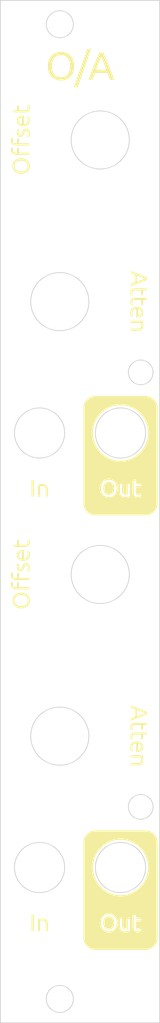
<source format=kicad_pcb>
(kicad_pcb (version 20240108) (generator "pcbnew") (generator_version "8.0")
  (title_block (title "Offset Atten Facepalte") (date "2024-04-18") (rev "v0.1") (company "Free Modular"))
  (layers (0 "F.Cu" signal) (31 "B.Cu" signal) (34 "B.Paste" user) (35 "F.Paste" user) (36 "B.SilkS" user "B.Silkscreen") (37 "F.SilkS" user "F.Silkscreen") (38 "B.Mask" user) (39 "F.Mask" user) (44 "Edge.Cuts" user))
  (net 0 "")
  (gr_poly (pts (xy 58.763 62.427998) (xy 58.760762 62.432615) (xy 58.758547 62.437467) (xy 58.754187 62.447873) (xy 58.749922 62.459217) (xy 58.74575 62.471498) (xy 58.741672 62.484716) (xy 58.737687 62.498872) (xy 58.733797 62.513966) (xy 58.73 62.529997) (xy 58.725781 62.546966) (xy 58.722125 62.564873) (xy 58.719031 62.583716) (xy 58.7165 62.603498) (xy 58.714531 62.624216) (xy 58.713125 62.645873) (xy 58.712281 62.668467) (xy 58.712 62.691998) (xy 58.712422 62.715916) (xy 58.713687 62.73892) (xy 58.715797 62.76101) (xy 58.71875 62.782185) (xy 58.722547 62.802447) (xy 58.727187 62.821795) (xy 58.732672 62.840228) (xy 58.739 62.857748) (xy 58.746172 62.874354) (xy 58.754187 62.890045) (xy 58.763047 62.904823) (xy 58.77275 62.918686) (xy 58.783297 62.931635) (xy 58.794687 62.943671) (xy 58.806922 62.954792) (xy 58.82 62.964999) (xy 58.833418 62.974444) (xy 58.847422 62.98328) (xy 58.862011 62.991507) (xy 58.877187 62.999124) (xy 58.892949 63.006131) (xy 58.909297 63.01253) (xy 58.92623 63.018319) (xy 58.94375 63.023498) (xy 58.961855 63.028069) (xy 58.980547 63.032029) (xy 58.999824 63.035381) (xy 59.019687 63.038123) (xy 59.040136 63.040256) (xy 59.061172 63.041779) (xy 59.082793 63.042693) (xy 59.105 63.042998) (xy 59.24 63.042998) (xy 59.24 62.442998) (xy 59.474 62.442998) (xy 59.474 63.042998) (xy 60.799999 63.042998) (xy 60.799999 63.321997) (xy 59.099 63.321997) (xy 59.062039 63.321423) (xy 59.026156 63.3197) (xy 58.991351 63.316829) (xy 58.957625 63.31281) (xy 58.924976 63.307642) (xy 58.893406 63.301325) (xy 58.862914 63.293861) (xy 58.8335 63.285247) (xy 58.805164 63.275486) (xy 58.777906 63.264576) (xy 58.751726 63.252517) (xy 58.726625 63.23931) (xy 58.702601 63.224955) (xy 58.679656 63.209451) (xy 58.657789 63.192799) (xy 58.637 63.174998) (xy 58.617019 63.155967) (xy 58.598328 63.135623) (xy 58.580926 63.113967) (xy 58.564812 63.090998) (xy 58.549988 63.066717) (xy 58.536453 63.041123) (xy 58.524207 63.014217) (xy 58.51325 62.985998) (xy 58.503582 62.956467) (xy 58.495203 62.925623) (xy 58.488113 62.893467) (xy 58.482312 62.859998) (xy 58.477801 62.825217) (xy 58.474578 62.789123) (xy 58.472644 62.751717) (xy 58.472 62.712998) (xy 58.472 62.712996) (xy 58.472281 62.682809) (xy 58.473125 62.653747) (xy 58.474531 62.62581) (xy 58.4765 62.598997) (xy 58.479031 62.57331) (xy 58.482125 62.548747) (xy 58.485781 62.52531) (xy 58.49 62.502997) (xy 58.494453 62.481341) (xy 58.498812 62.461372) (xy 58.503078 62.443091) (xy 58.50725 62.426498) (xy 58.511328 62.411591) (xy 58.515312 62.398373) (xy 58.519203 62.386841) (xy 58.523 62.376998)) (stroke (width -0.000001)) (fill solid) (layer "F.SilkS"))
  (gr_poly (pts (xy 58.763 117.037987) (xy 58.760762 117.042605) (xy 58.758547 117.047457) (xy 58.754187 117.057863) (xy 58.749922 117.069206) (xy 58.74575 117.081487) (xy 58.741672 117.094705) (xy 58.737687 117.108861) (xy 58.733797 117.123954) (xy 58.73 117.139985) (xy 58.725781 117.156953) (xy 58.722125 117.174859) (xy 58.719031 117.193703) (xy 58.7165 117.213484) (xy 58.714531 117.234204) (xy 58.713125 117.25586) (xy 58.712281 117.278455) (xy 58.712 117.301987) (xy 58.712422 117.325905) (xy 58.713687 117.348908) (xy 58.715797 117.370998) (xy 58.71875 117.392174) (xy 58.722547 117.412435) (xy 58.727187 117.431783) (xy 58.732672 117.450217) (xy 58.739 117.467737) (xy 58.746172 117.484343) (xy 58.754187 117.500034) (xy 58.763047 117.514812) (xy 58.77275 117.528676) (xy 58.783297 117.541625) (xy 58.794687 117.553661) (xy 58.806922 117.564782) (xy 58.82 117.57499) (xy 58.833418 117.584436) (xy 58.847422 117.593272) (xy 58.862011 117.601499) (xy 58.877187 117.609116) (xy 58.892949 117.616124) (xy 58.909297 117.622523) (xy 58.92623 117.628312) (xy 58.94375 117.633492) (xy 58.961855 117.638063) (xy 58.980547 117.642024) (xy 58.999824 117.645375) (xy 59.019687 117.648118) (xy 59.040136 117.650251) (xy 59.061172 117.651774) (xy 59.082793 117.652688) (xy 59.105 117.652993) (xy 59.24 117.652993) (xy 59.24 117.052994) (xy 59.474 117.052994) (xy 59.474 117.652993) (xy 60.799999 117.652993) (xy 60.799999 117.931992) (xy 59.099 117.931992) (xy 59.062039 117.931418) (xy 59.026156 117.929695) (xy 58.991351 117.926824) (xy 58.957625 117.922804) (xy 58.924976 117.917636) (xy 58.893406 117.911319) (xy 58.862914 117.903854) (xy 58.8335 117.89524) (xy 58.805164 117.885478) (xy 58.777906 117.874568) (xy 58.751726 117.862509) (xy 58.726625 117.849302) (xy 58.702601 117.834946) (xy 58.679656 117.819442) (xy 58.657789 117.80279) (xy 58.637 117.784989) (xy 58.617019 117.765958) (xy 58.598328 117.745614) (xy 58.580926 117.723958) (xy 58.564812 117.700989) (xy 58.549988 117.676708) (xy 58.536453 117.651115) (xy 58.524207 117.624208) (xy 58.51325 117.59599) (xy 58.503582 117.566459) (xy 58.495203 117.535615) (xy 58.488113 117.503459) (xy 58.482312 117.46999) (xy 58.477801 117.435209) (xy 58.474578 117.399116) (xy 58.472644 117.36171) (xy 58.472 117.322991) (xy 58.472 117.322983) (xy 58.472281 117.292796) (xy 58.473125 117.263733) (xy 58.474531 117.235795) (xy 58.4765 117.208983) (xy 58.479031 117.183296) (xy 58.482125 117.158733) (xy 58.485781 117.135296) (xy 58.49 117.112984) (xy 58.494453 117.091329) (xy 58.498812 117.071361) (xy 58.503078 117.05308) (xy 58.50725 117.036486) (xy 58.511328 117.02158) (xy 58.515312 117.008361) (xy 58.519203 116.996829) (xy 58.523 116.986985)) (stroke (width -0.000001)) (fill solid) (layer "F.SilkS"))
  (gr_poly (pts (xy 60.424589 61.183632) (xy 60.450359 61.18553) (xy 60.475308 61.188695) (xy 60.499437 61.193124) (xy 60.522745 61.19882) (xy 60.545234 61.205781) (xy 60.566902 61.214007) (xy 60.587749 61.2235) (xy 60.607777 61.234257) (xy 60.626984 61.246281) (xy 60.64537 61.25957) (xy 60.662937 61.274125) (xy 60.679683 61.289945) (xy 60.695609 61.307031) (xy 60.710714 61.325383) (xy 60.724999 61.345) (xy 60.738441 61.365414) (xy 60.751015 61.386906) (xy 60.762722 61.409477) (xy 60.773562 61.433125) (xy 60.783534 61.457852) (xy 60.79264 61.483656) (xy 60.800878 61.510539) (xy 60.808249 61.5385) (xy 60.814753 61.567539) (xy 60.82039 61.597656) (xy 60.825159 61.628851) (xy 60.829062 61.661124) (xy 60.832097 61.694476) (xy 60.834265 61.728906) (xy 60.835566 61.764413) (xy 60.835999 61.800999) (xy 60.835437 61.851343) (xy 60.833749 61.898874) (xy 60.830937 61.943593) (xy 60.826999 61.985499) (xy 60.821937 62.024593) (xy 60.815749 62.060874) (xy 60.808437 62.094343) (xy 60.799999 62.124999) (xy 60.784437 62.178812) (xy 60.770749 62.223249) (xy 60.764609 62.241952) (xy 60.758937 62.258312) (xy 60.753734 62.272327) (xy 60.748999 62.283999) (xy 60.508999 62.232998) (xy 60.519124 62.205436) (xy 60.531499 62.170749) (xy 60.546124 62.128936) (xy 60.562999 62.079999) (xy 60.567359 62.066604) (xy 60.571437 62.052671) (xy 60.575234 62.038198) (xy 60.578749 62.023186) (xy 60.581984 62.007635) (xy 60.584937 61.991546) (xy 60.587609 61.974917) (xy 60.589999 61.957749) (xy 60.592109 61.940042) (xy 60.593937 61.921796) (xy 60.596749 61.883686) (xy 60.598437 61.843421) (xy 60.598999 61.800999) (xy 60.598999 61.800995) (xy 60.598296 61.759652) (xy 60.596187 61.72112) (xy 60.594605 61.702909) (xy 60.592671 61.685401) (xy 60.590386 61.668597) (xy 60.587749 61.652495) (xy 60.584761 61.637097) (xy 60.581421 61.622401) (xy 60.57773 61.608409) (xy 60.573687 61.59512) (xy 60.569292 61.582534) (xy 60.564546 61.570651) (xy 60.559448 61.559471) (xy 60.553999 61.548995) (xy 60.551134 61.543827) (xy 60.548163 61.538823) (xy 60.545087 61.533983) (xy 60.541905 61.529307) (xy 60.538618 61.524795) (xy 60.535226 61.520448) (xy 60.531728 61.516264) (xy 60.528124 61.512245) (xy 60.524415 61.508389) (xy 60.520601 61.504698) (xy 60.516681 61.501171) (xy 60.512655 61.497807) (xy 60.508525 61.494608) (xy 60.504288 61.491573) (xy 60.499946 61.488702) (xy 60.495499 61.485995) (xy 60.490946 61.483452) (xy 60.486288 61.481073) (xy 60.481525 61.478858) (xy 60.476655 61.476807) (xy 60.471681 61.474921) (xy 60.466601 61.473198) (xy 60.461415 61.471639) (xy 60.456124 61.470245) (xy 60.450728 61.469014) (xy 60.445226 61.467948) (xy 60.439618 61.467046) (xy 60.433906 61.466307) (xy 60.428087 61.465733) (xy 60.422163 61.465323) (xy 60.409999 61.464995) (xy 60.397413 61.465311) (xy 60.385156 61.466261) (xy 60.373226 61.467843) (xy 60.361624 61.470058) (xy 60.350351 61.472905) (xy 60.339405 61.476386) (xy 60.328788 61.480499) (xy 60.318499 61.485245) (xy 60.308538 61.490624) (xy 60.298906 61.496636) (xy 60.289601 61.50328) (xy 60.280624 61.510557) (xy 60.271976 61.518467) (xy 60.263656 61.52701) (xy 60.255663 61.536186) (xy 60.247999 61.545994) (xy 60.240441 61.556529) (xy 60.232765 61.567885) (xy 60.224972 61.58006) (xy 60.217062 61.593056) (xy 60.209034 61.606873) (xy 60.20089 61.621509) (xy 60.184249 61.653244) (xy 60.16714 61.68826) (xy 60.149562 61.726557) (xy 60.131515 61.768135) (xy 60.112999 61.812995) (xy 60.094999 61.857619) (xy 60.076999 61.901494) (xy 60.058999 61.944619) (xy 60.040999 61.986994) (xy 60.031062 62.006916) (xy 60.020749 62.026181) (xy 60.010062 62.044791) (xy 59.998999 62.062744) (xy 59.987562 62.080041) (xy 59.975749 62.096682) (xy 59.963562 62.112667) (xy 59.950999 62.127995) (xy 59.944542 62.135401) (xy 59.937921 62.14262) (xy 59.931136 62.149652) (xy 59.924187 62.156496) (xy 59.917074 62.163152) (xy 59.909796 62.169621) (xy 59.902355 62.175902) (xy 59.89475 62.181996) (xy 59.88698 62.187902) (xy 59.879046 62.193621) (xy 59.870949 62.199152) (xy 59.862687 62.204496) (xy 59.854261 62.209652) (xy 59.845671 62.214621) (xy 59.836917 62.219402) (xy 59.827999 62.223996) (xy 59.818871 62.228355) (xy 59.809484 62.232433) (xy 59.799839 62.23623) (xy 59.789937 62.239746) (xy 59.779777 62.24298) (xy 59.769359 62.245933) (xy 59.758683 62.248605) (xy 59.747749 62.250995) (xy 59.736558 62.253105) (xy 59.725109 62.254933) (xy 59.713402 62.25648) (xy 59.701437 62.257745) (xy 59.689214 62.25873) (xy 59.676734 62.259433) (xy 59.663996 62.259854) (xy 59.650999 62.259995) (xy 59.625464 62.259397) (xy 59.600609 62.257604) (xy 59.576433 62.254616) (xy 59.552937 62.250432) (xy 59.530121 62.245054) (xy 59.507984 62.238479) (xy 59.486527 62.23071) (xy 59.465749 62.221745) (xy 59.445652 62.211585) (xy 59.426234 62.200229) (xy 59.407496 62.187678) (xy 59.389437 62.173932) (xy 59.372058 62.158991) (xy 59.355359 62.142854) (xy 59.339339 62.125522) (xy 59.324 62.106995) (xy 59.309105 62.087437) (xy 59.295171 62.067011) (xy 59.282199 62.045718) (xy 59.270187 62.023558) (xy 59.259136 62.000531) (xy 59.249046 61.976636) (xy 59.239918 61.951875) (xy 59.23175 61.926246) (xy 59.224543 61.89975) (xy 59.218296 61.872386) (xy 59.213011 61.844156) (xy 59.208687 61.815058) (xy 59.205324 61.785093) (xy 59.202922 61.754261) (xy 59.20148 61.722562) (xy 59.201 61.689995) (xy 59.20114 61.673495) (xy 59.201562 61.656995) (xy 59.202265 61.640495) (xy 59.20325 61.623995) (xy 59.204515 61.607495) (xy 59.206062 61.590996) (xy 59.20789 61.574496) (xy 59.21 61.557995) (xy 59.211593 61.541636) (xy 59.213375 61.525558) (xy 59.215343 61.509761) (xy 59.2175 61.494246) (xy 59.219843 61.479011) (xy 59.222375 61.464059) (xy 59.225093 61.449387) (xy 59.228 61.434996) (xy 59.230296 61.420981) (xy 59.232687 61.407434) (xy 59.235171 61.394356) (xy 59.23775 61.381746) (xy 59.240421 61.369606) (xy 59.243187 61.357934) (xy 59.246046 61.34673) (xy 59.249 61.335995) (xy 59.254812 61.314808) (xy 59.26025 61.296245) (xy 59.262828 61.287948) (xy 59.265312 61.280308) (xy 59.267703 61.273323) (xy 59.269999 61.266995) (xy 59.509999 61.317996) (xy 59.506999 61.32382) (xy 59.503999 61.330043) (xy 59.500999 61.336664) (xy 59.497999 61.343683) (xy 59.491999 61.358918) (xy 59.485999 61.375746) (xy 59.479999 61.394168) (xy 59.473999 61.414183) (xy 59.467999 61.435793) (xy 59.461999 61.458996) (xy 59.455671 61.483606) (xy 59.450187 61.509434) (xy 59.445546 61.536481) (xy 59.441749 61.564747) (xy 59.438796 61.594232) (xy 59.436687 61.624935) (xy 59.435421 61.656857) (xy 59.434999 61.689997) (xy 59.435187 61.704505) (xy 59.435749 61.718779) (xy 59.436687 61.732818) (xy 59.437999 61.746623) (xy 59.439687 61.760193) (xy 59.441749 61.773529) (xy 59.444187 61.786631) (xy 59.446999 61.799498) (xy 59.450187 61.81213) (xy 59.453749 61.824529) (xy 59.457687 61.836693) (xy 59.461999 61.848623) (xy 59.466687 61.860318) (xy 59.471749 61.871779) (xy 59.477187 61.883005) (xy 59.482999 61.893998) (xy 59.485865 61.89935) (xy 59.488835 61.904533) (xy 59.491912 61.909546) (xy 59.495093 61.914389) (xy 59.49838 61.919061) (xy 59.501773 61.923564) (xy 59.505271 61.927897) (xy 59.508874 61.93206) (xy 59.512583 61.936054) (xy 59.516398 61.939877) (xy 59.520318 61.94353) (xy 59.524343 61.947014) (xy 59.528474 61.950327) (xy 59.53271 61.953471) (xy 59.537052 61.956444) (xy 59.541499 61.959248) (xy 59.546052 61.961882) (xy 59.55071 61.964346) (xy 59.555474 61.966639) (xy 59.560343 61.968763) (xy 59.565318 61.970718) (xy 59.570398 61.972502) (xy 59.575583 61.974116) (xy 59.580875 61.97556) (xy 59.586271 61.976835) (xy 59.591773 61.977939) (xy 59.59738 61.978874) (xy 59.603093 61.979638) (xy 59.608912 61.980233) (xy 59.614835 61.980658) (xy 59.627 61.980998) (xy 59.633328 61.980927) (xy 59.639562 61.980716) (xy 59.645703 61.980365) (xy 59.651749 61.979873) (xy 59.657703 61.97924) (xy 59.663562 61.978466) (xy 59.669328 61.977552) (xy 59.674999 61.976497) (xy 59.680578 61.975302) (xy 59.686062 61.973966) (xy 59.691453 61.97249) (xy 59.696749 61.970873) (xy 59.701953 61.969115) (xy 59.707062 61.967216) (xy 59.712078 61.965178) (xy 59.716999 61.962998) (xy 59.721851 61.960303) (xy 59.726656 61.957467) (xy 59.731414 61.95449) (xy 59.736124 61.951373) (xy 59.740788 61.948115) (xy 59.745406 61.944717) (xy 59.749976 61.941178) (xy 59.754499 61.937498) (xy 59.758976 61.933678) (xy 59.763406 61.929717) (xy 59.767788 61.925615) (xy 59.772124 61.921373) (xy 59.776413 61.91699) (xy 59.780656 61.912467) (xy 59.784851 61.907803) (xy 59.788999 61.902999) (xy 59.796453 61.892217) (xy 59.803812 61.880874) (xy 59.811078 61.868967) (xy 59.818249 61.856499) (xy 59.825328 61.843467) (xy 59.832312 61.829874) (xy 59.839203 61.815718) (xy 59.845999 61.800999) (xy 59.852796 61.785625) (xy 59.859687 61.7695) (xy 59.866671 61.752625) (xy 59.873749 61.735) (xy 59.880921 61.716625) (xy 59.888187 61.6975) (xy 59.902999 61.657) (xy 59.923999 61.603) (xy 59.934499 61.577126) (xy 59.944999 61.552001) (xy 59.955499 61.527626) (xy 59.965999 61.504) (xy 59.976499 61.481125) (xy 59.986999 61.459) (xy 59.996984 61.437672) (xy 60.007437 61.417187) (xy 60.018359 61.397547) (xy 60.029749 61.37875) (xy 60.03562 61.369668) (xy 60.041609 61.360797) (xy 60.047714 61.352137) (xy 60.053937 61.343688) (xy 60.060277 61.33545) (xy 60.066734 61.327422) (xy 60.073308 61.319606) (xy 60.079999 61.312001) (xy 60.086843 61.304243) (xy 60.093874 61.29672) (xy 60.101093 61.289431) (xy 60.108499 61.282376) (xy 60.116093 61.275556) (xy 60.123874 61.26897) (xy 60.131843 61.262618) (xy 60.139999 61.256501) (xy 60.148343 61.250618) (xy 60.156874 61.24497) (xy 60.165593 61.239556) (xy 60.174499 61.234376) (xy 60.183593 61.22943) (xy 60.192874 61.224719) (xy 60.202343 61.220243) (xy 60.211999 61.216) (xy 60.221515 61.212004) (xy 60.231312 61.208265) (xy 60.24139 61.204785) (xy 60.251749 61.201562) (xy 60.26239 61.198597) (xy 60.273312 61.19589) (xy 60.284515 61.193441) (xy 60.295999 61.191249) (xy 60.307765 61.189316) (xy 60.319812 61.18764) (xy 60.33214 61.186222) (xy 60.344749 61.185062) (xy 60.35764 61.184159) (xy 60.370812 61.183515) (xy 60.384265 61.183128) (xy 60.397999 61.182999)) (stroke (width -0.000001)) (fill solid) (layer "F.SilkS"))
  (gr_poly (pts (xy 75.542994 136.159974) (xy 75.059996 136.159981) (xy 75.059996 136.750985) (xy 74.825997 136.750985) (xy 74.825997 136.159981) (xy 74.105997 136.159981) (xy 74.077357 136.160262) (xy 74.049935 136.161106) (xy 74.023732 136.162512) (xy 73.998747 136.16448) (xy 73.974982 136.167011) (xy 73.952435 136.170104) (xy 73.931107 136.17376) (xy 73.910998 136.177979) (xy 73.90174 136.1803) (xy 73.892716 136.182761) (xy 73.883927 136.185362) (xy 73.875372 136.188104) (xy 73.867052 136.190987) (xy 73.858966 136.19401) (xy 73.851114 136.197174) (xy 73.843497 136.200479) (xy 73.836114 136.203924) (xy 73.828966 136.20751) (xy 73.822052 136.211237) (xy 73.815372 136.215104) (xy 73.808927 136.219112) (xy 73.802716 136.223261) (xy 73.796739 136.22755) (xy 73.790997 136.23198) (xy 73.785841 136.236551) (xy 73.780872 136.241262) (xy 73.776091 136.246114) (xy 73.771497 136.251106) (xy 73.767091 136.256239) (xy 73.762872 136.261512) (xy 73.758841 136.266926) (xy 73.754997 136.272481) (xy 73.751341 136.278176) (xy 73.747872 136.284011) (xy 73.744591 136.289987) (xy 73.741497 136.296104) (xy 73.738591 136.302361) (xy 73.735872 136.308759) (xy 73.733341 136.315297) (xy 73.730997 136.321976) (xy 73.728818 136.328796) (xy 73.726779 136.335756) (xy 73.724881 136.342857) (xy 73.723123 136.350099) (xy 73.721506 136.357481) (xy 73.720029 136.365004) (xy 73.718693 136.372668) (xy 73.717498 136.380473) (xy 73.716443 136.388418) (xy 73.715529 136.396504) (xy 73.714123 136.413098) (xy 73.713279 136.430256) (xy 73.712998 136.447976) (xy 73.71342 136.478679) (xy 73.714685 136.507788) (xy 73.716795 136.535304) (xy 73.719748 136.561225) (xy 73.723545 136.585553) (xy 73.728186 136.608287) (xy 73.730823 136.619056) (xy 73.73367 136.629427) (xy 73.736729 136.639399) (xy 73.739998 136.648972) (xy 73.765499 136.714975) (xy 73.781998 136.756974) (xy 73.550997 136.810975) (xy 73.545607 136.79949) (xy 73.539935 136.786037) (xy 73.533981 136.770614) (xy 73.527747 136.753223) (xy 73.521231 136.733863) (xy 73.514434 136.712534) (xy 73.507356 136.689237) (xy 73.499997 136.663971) (xy 73.496 136.650729) (xy 73.492262 136.637253) (xy 73.488781 136.623542) (xy 73.485558 136.609596) (xy 73.479886 136.581003) (xy 73.475246 136.551471) (xy 73.471636 136.521003) (xy 73.469058 136.489597) (xy 73.467511 136.457254) (xy 73.466996 136.423974) (xy 73.467605 136.385069) (xy 73.469433 136.347851) (xy 73.47248 136.312319) (xy 73.476746 136.278475) (xy 73.48223 136.246319) (xy 73.485429 136.230873) (xy 73.488933 136.215849) (xy 73.492742 136.201247) (xy 73.496855 136.187068) (xy 73.501273 136.17331) (xy 73.505995 136.159974) (xy 73.511398 136.147376) (xy 73.517105 136.135083) (xy 73.523116 136.123094) (xy 73.529433 136.111411) (xy 73.536054 136.100032) (xy 73.54298 136.088957) (xy 73.55021 136.078188) (xy 73.557745 136.067723) (xy 73.565585 136.057563) (xy 73.573729 136.047707) (xy 73.582179 136.038156) (xy 73.590932 136.02891) (xy 73.599991 136.019969) (xy 73.609354 136.011332) (xy 73.619022 136.003) (xy 73.628994 135.994973) (xy 73.63926 135.987238) (xy 73.649807 135.979785) (xy 73.660635 135.972614) (xy 73.671744 135.965723) (xy 73.683134 135.959114) (xy 73.694806 135.952786) (xy 73.706759 135.946739) (xy 73.718994 135.940974) (xy 73.731509 135.93549) (xy 73.744306 135.930287) (xy 73.757384 135.925365) (xy 73.770744 135.920725) (xy 73.784384 135.916366) (xy 73.798306 135.912288) (xy 73.81251 135.908492) (xy 73.826994 135.904976) (xy 73.857557 135.899352) (xy 73.889244 135.894477) (xy 73.922057 135.890351) (xy 73.955995 135.886976) (xy 73.991057 135.88435) (xy 74.027244 135.882475) (xy 74.064556 135.881349) (xy 74.102993 135.880974) (xy 75.494994 135.880974)) (stroke (width -0.000001)) (fill solid) (layer "F.SilkS"))
  (gr_poly (pts (xy 60.050703 114.161043) (xy 60.057312 114.161183) (xy 60.063828 114.161418) (xy 60.07025 114.161746) (xy 60.076578 114.162167) (xy 60.082812 114.162683) (xy 60.088953 114.163292) (xy 60.095 114.163994) (xy 60.095 115.231995) (xy 60.124918 115.229335) (xy 60.153922 115.225854) (xy 60.182011 115.221554) (xy 60.209187 115.216433) (xy 60.235449 115.210491) (xy 60.260797 115.20373) (xy 60.28523 115.196148) (xy 60.30875 115.187746) (xy 60.331355 115.178523) (xy 60.353047 115.16848) (xy 60.373824 115.157617) (xy 60.393687 115.145934) (xy 60.412636 115.13343) (xy 60.430672 115.120106) (xy 60.447793 115.105961) (xy 60.464 115.090996) (xy 60.479257 115.075082) (xy 60.493531 115.05809) (xy 60.50682 115.04002) (xy 60.519124 115.020871) (xy 60.530445 115.000645) (xy 60.540781 114.97934) (xy 60.550132 114.956957) (xy 60.558499 114.933496) (xy 60.565882 114.908957) (xy 60.572281 114.88334) (xy 60.577695 114.856644) (xy 60.582124 114.82887) (xy 60.58557 114.800019) (xy 60.588031 114.770089) (xy 60.589507 114.73908) (xy 60.589999 114.706994) (xy 60.589624 114.670994) (xy 60.588499 114.636494) (xy 60.586624 114.603494) (xy 60.583999 114.571993) (xy 60.580624 114.541993) (xy 60.576499 114.513493) (xy 60.571624 114.486492) (xy 60.565999 114.460991) (xy 60.559296 114.436288) (xy 60.552687 114.413179) (xy 60.546171 114.391664) (xy 60.53975 114.371743) (xy 60.533421 114.353415) (xy 60.527187 114.336681) (xy 60.521046 114.32154) (xy 60.515 114.307992) (xy 60.749 114.26899) (xy 60.752386 114.275671) (xy 60.755796 114.28296) (xy 60.75923 114.290859) (xy 60.762687 114.299367) (xy 60.766167 114.308485) (xy 60.769671 114.318211) (xy 60.776749 114.339492) (xy 60.783921 114.363211) (xy 60.791187 114.389367) (xy 60.798546 114.41796) (xy 60.805999 114.44899) (xy 60.813031 114.481053) (xy 60.819124 114.51424) (xy 60.824281 114.548553) (xy 60.828499 114.583991) (xy 60.831781 114.620553) (xy 60.834124 114.658241) (xy 60.835531 114.697054) (xy 60.835999 114.736992) (xy 60.835062 114.787149) (xy 60.832249 114.835618) (xy 60.83014 114.859219) (xy 60.827562 114.882399) (xy 60.824515 114.905156) (xy 60.820999 114.927492) (xy 60.817015 114.949405) (xy 60.812562 114.970897) (xy 60.80764 114.991967) (xy 60.802249 115.012615) (xy 60.79639 115.032841) (xy 60.790062 115.052646) (xy 60.783265 115.072028) (xy 60.775999 115.090989) (xy 60.767949 115.109164) (xy 60.759546 115.126942) (xy 60.750792 115.144321) (xy 60.741687 115.161301) (xy 60.73223 115.177883) (xy 60.722421 115.194067) (xy 60.712261 115.209852) (xy 60.701749 115.225238) (xy 60.690886 115.240227) (xy 60.679671 115.254816) (xy 60.668105 115.269007) (xy 60.656187 115.2828) (xy 60.643917 115.296194) (xy 60.631296 115.30919) (xy 60.618324 115.321787) (xy 60.604999 115.333985) (xy 60.591347 115.345797) (xy 60.57739 115.357233) (xy 60.563128 115.368295) (xy 60.548562 115.378982) (xy 60.533691 115.389294) (xy 60.518515 115.399231) (xy 60.503035 115.408793) (xy 60.48725 115.41798) (xy 60.47116 115.426792) (xy 60.454765 115.435229) (xy 60.438066 115.443292) (xy 60.421062 115.45098) (xy 60.403754 115.458293) (xy 60.38614 115.465231) (xy 60.368222 115.471794) (xy 60.35 115.477982) (xy 60.312078 115.488529) (xy 60.273312 115.497669) (xy 60.233703 115.505403) (xy 60.19325 115.511731) (xy 60.151953 115.516652) (xy 60.109812 115.520168) (xy 60.066828 115.522277) (xy 60.023 115.52298) (xy 60.022999 115.522988) (xy 59.972093 115.522051) (xy 59.922874 115.519238) (xy 59.875343 115.514551) (xy 59.85221 115.511505) (xy 59.829499 115.507989) (xy 59.80721 115.504005) (xy 59.785343 115.499552) (xy 59.763898 115.494631) (xy 59.742875 115.48924) (xy 59.722273 115.483381) (xy 59.702093 115.477053) (xy 59.682335 115.470256) (xy 59.663 115.46299) (xy 59.64371 115.455338) (xy 59.624843 115.447381) (xy 59.606398 115.439119) (xy 59.588375 115.430553) (xy 59.570773 115.421683) (xy 59.553593 115.412507) (xy 59.536836 115.403027) (xy 59.5205 115.393242) (xy 59.504586 115.383153) (xy 59.489093 115.372759) (xy 59.474023 115.36206) (xy 59.459375 115.351056) (xy 59.445148 115.339748) (xy 59.431343 115.328135) (xy 59.417961 115.316217) (xy 59.405 115.303994) (xy 59.392449 115.291501) (xy 59.380296 115.278775) (xy 59.368543 115.265814) (xy 59.357187 115.252618) (xy 59.34623 115.239189) (xy 59.335671 115.225525) (xy 59.325511 115.211627) (xy 59.31575 115.197494) (xy 59.306386 115.183127) (xy 59.297422 115.168526) (xy 59.288855 115.15369) (xy 59.280687 115.138621) (xy 59.272918 115.123316) (xy 59.265547 115.107778) (xy 59.258574 115.092004) (xy 59.252 115.075997) (xy 59.245824 115.059849) (xy 59.240047 115.043654) (xy 59.234668 115.027412) (xy 59.229687 115.011123) (xy 59.225105 114.994787) (xy 59.220922 114.978405) (xy 59.217137 114.961975) (xy 59.21375 114.945499) (xy 59.210762 114.928976) (xy 59.208172 114.912405) (xy 59.20598 114.895788) (xy 59.204187 114.879124) (xy 59.202793 114.862413) (xy 59.201797 114.845654) (xy 59.201199 114.828849) (xy 59.201035 114.814988) (xy 59.437999 114.814988) (xy 59.438152 114.826906) (xy 59.438609 114.838661) (xy 59.43937 114.850251) (xy 59.440437 114.861677) (xy 59.441808 114.872939) (xy 59.443484 114.884036) (xy 59.445464 114.89497) (xy 59.447749 114.905739) (xy 59.450339 114.916345) (xy 59.453234 114.926786) (xy 59.456433 114.937063) (xy 59.459937 114.947176) (xy 59.463746 114.957124) (xy 59.467859 114.966909) (xy 59.472277 114.976529) (xy 59.476999 114.985985) (xy 59.481593 114.994903) (xy 59.486374 115.003656) (xy 59.491343 115.012246) (xy 59.496499 115.020671) (xy 59.501843 115.028932) (xy 59.507374 115.03703) (xy 59.513093 115.044963) (xy 59.518999 115.052733) (xy 59.525093 115.060339) (xy 59.531374 115.06778) (xy 59.537843 115.075058) (xy 59.544499 115.082172) (xy 59.551343 115.089121) (xy 59.558374 115.095907) (xy 59.565593 115.102529) (xy 59.572999 115.108986) (xy 59.58057 115.11528) (xy 59.588281 115.12141) (xy 59.596132 115.127375) (xy 59.604124 115.133176) (xy 59.612257 115.138814) (xy 59.620531 115.144286) (xy 59.628945 115.149595) (xy 59.637499 115.15474) (xy 59.646195 115.15972) (xy 59.655031 115.164537) (xy 59.664007 115.169189) (xy 59.673124 115.173677) (xy 59.682382 115.178001) (xy 59.691781 115.182161) (xy 59.70132 115.186156) (xy 59.710999 115.189988) (xy 59.730546 115.196456) (xy 59.750187 115.202362) (xy 59.769921 115.207705) (xy 59.789749 115.212487) (xy 59.809671 115.216706) (xy 59.829687 115.220363) (xy 59.849796 115.223458) (xy 59.869999 115.225991) (xy 59.869999 114.451989) (xy 59.846644 114.452012) (xy 59.823827 114.452833) (xy 59.80155 114.45445) (xy 59.779812 114.456864) (xy 59.758613 114.460075) (xy 59.737953 114.464083) (xy 59.717831 114.468887) (xy 59.698249 114.474489) (xy 59.679206 114.480887) (xy 59.660703 114.488082) (xy 59.642738 114.496075) (xy 59.625312 114.504864) (xy 59.608425 114.51445) (xy 59.592077 114.524833) (xy 59.576269 114.536013) (xy 59.560999 114.547989) (xy 59.546105 114.560283) (xy 59.532171 114.573162) (xy 59.519199 114.586627) (xy 59.507187 114.600678) (xy 59.496136 114.615315) (xy 59.486046 114.630538) (xy 59.476917 114.646346) (xy 59.468749 114.66274) (xy 59.461542 114.679721) (xy 59.455296 114.697287) (xy 59.450011 114.715439) (xy 59.445687 114.734177) (xy 59.442324 114.7535) (xy 59.439921 114.77341) (xy 59.43848 114.793906) (xy 59.437999 114.814988) (xy 59.201035 114.814988) (xy 59.201 114.811997) (xy 59.201773 114.773196) (xy 59.204093 114.735544) (xy 59.207961 114.69904) (xy 59.213375 114.663685) (xy 59.220336 114.629477) (xy 59.228843 114.596419) (xy 59.238898 114.564508) (xy 59.2505 114.533746) (xy 59.263648 114.504133) (xy 59.278343 114.475668) (xy 59.294586 114.448351) (xy 59.312375 114.422183) (xy 59.331711 114.397163) (xy 59.352593 114.373292) (xy 59.375023 114.350569) (xy 59.399 114.328995) (xy 59.424183 114.308652) (xy 59.450984 114.28962) (xy 59.479402 114.271902) (xy 59.509437 114.255496) (xy 59.541089 114.240402) (xy 59.574359 114.226621) (xy 59.609246 114.214152) (xy 59.64575 114.202996) (xy 59.683871 114.193152) (xy 59.723609 114.184621) (xy 59.764964 114.177402) (xy 59.807937 114.171496) (xy 59.852527 114.166902) (xy 59.898734 114.163621) (xy 59.946558 114.161652) (xy 59.996 114.160996) (xy 60.044 114.160996)) (stroke (width -0.000001)) (fill solid) (layer "F.SilkS"))
  (gr_poly (pts (xy 73.817246 79.200241) (xy 74.108996 79.308991) (xy 74.383495 79.412491) (xy 74.642996 79.51299) (xy 74.767497 79.563803) (xy 74.888997 79.614241) (xy 75.007497 79.664303) (xy 75.122996 79.71399) (xy 75.238121 79.764051) (xy 75.352496 79.815239) (xy 75.466121 79.867552) (xy 75.578995 79.920991) (xy 75.578995 80.187989) (xy 75.46612 80.241428) (xy 75.352495 80.293741) (xy 75.23812 80.344928) (xy 75.122996 80.39499) (xy 75.007496 80.444489) (xy 74.888996 80.493989) (xy 74.767496 80.54349) (xy 74.642996 80.592991) (xy 74.515121 80.644179) (xy 74.383495 80.695742) (xy 74.248121 80.74768) (xy 74.108996 80.799992) (xy 73.817246 80.908742) (xy 73.499997 81.024991) (xy 73.499997 80.706994) (xy 73.567122 80.681869) (xy 73.633496 80.657494) (xy 73.699121 80.633869) (xy 73.763997 80.610993) (xy 73.896746 80.565245) (xy 74.030997 80.517994) (xy 74.030997 79.659993) (xy 74.270996 79.659993) (xy 74.270996 80.433995) (xy 74.400371 80.385995) (xy 74.527496 80.337994) (xy 74.652371 80.289993) (xy 74.774996 80.241993) (xy 74.896684 80.194931) (xy 75.015746 80.146744) (xy 75.132184 80.097432) (xy 75.245997 80.046994) (xy 75.132184 79.995056) (xy 75.015746 79.944243) (xy 74.896684 79.894556) (xy 74.774996 79.845994) (xy 74.652371 79.799493) (xy 74.527496 79.752993) (xy 74.400371 79.706493) (xy 74.270996 79.659993) (xy 74.030997 79.659993) (xy 74.030997 79.575993) (xy 73.499997 79.386994) (xy 73.499997 79.083993)) (stroke (width -0.000001)) (fill solid) (layer "F.SilkS"))
  (gr_poly (pts (xy 62.519015 105.862832) (xy 62.562562 105.865363) (xy 62.583597 105.867262) (xy 62.60414 105.869582) (xy 62.624191 105.872324) (xy 62.643749 105.875487) (xy 62.662816 105.879073) (xy 62.68139 105.883081) (xy 62.699472 105.88751) (xy 62.717062 105.892361) (xy 62.734159 105.897635) (xy 62.750765 105.90333) (xy 62.766878 105.909447) (xy 62.782499 105.915986) (xy 62.797675 105.922537) (xy 62.812452 105.929439) (xy 62.826831 105.936693) (xy 62.840812 105.944298) (xy 62.854394 105.952255) (xy 62.867577 105.960564) (xy 62.880362 105.969224) (xy 62.892749 105.978236) (xy 62.904737 105.987599) (xy 62.916327 105.997314) (xy 62.927519 106.00738) (xy 62.938311 106.017798) (xy 62.948706 106.028567) (xy 62.958702 106.039688) (xy 62.9683 106.051161) (xy 62.977499 106.062985) (xy 62.986698 106.074762) (xy 62.995546 106.086845) (xy 63.004042 106.099231) (xy 63.012186 106.111923) (xy 63.019979 106.124919) (xy 63.027421 106.13822) (xy 63.034511 106.151825) (xy 63.041249 106.165736) (xy 63.047636 106.179951) (xy 63.053671 106.19447) (xy 63.059354 106.209295) (xy 63.064686 106.224424) (xy 63.069667 106.239858) (xy 63.074296 106.255596) (xy 63.078573 106.271639) (xy 63.082499 106.287987) (xy 63.08953 106.32141) (xy 63.095624 106.355676) (xy 63.10078 106.390785) (xy 63.104999 106.426738) (xy 63.10828 106.463535) (xy 63.110624 106.501176) (xy 63.11203 106.53966) (xy 63.112499 106.578988) (xy 63.112499 107.454987) (xy 62.833499 107.454987) (xy 62.833499 106.638985) (xy 62.833171 106.603642) (xy 62.832186 106.569612) (xy 62.830546 106.536894) (xy 62.828249 106.505488) (xy 62.825296 106.475394) (xy 62.821686 106.446612) (xy 62.817421 106.419143) (xy 62.812499 106.392987) (xy 62.810143 106.380389) (xy 62.807577 106.368096) (xy 62.8048 106.356108) (xy 62.801811 106.344424) (xy 62.798612 106.333045) (xy 62.795202 106.321971) (xy 62.791581 106.311201) (xy 62.787749 106.300736) (xy 62.783706 106.290576) (xy 62.779452 106.28072) (xy 62.774987 106.271169) (xy 62.770311 106.261923) (xy 62.765425 106.252982) (xy 62.760327 106.244345) (xy 62.755018 106.236013) (xy 62.749499 106.227986) (xy 62.743757 106.220252) (xy 62.73778 106.212799) (xy 62.731569 106.205627) (xy 62.725124 106.198736) (xy 62.718444 106.192127) (xy 62.71153 106.185799) (xy 62.704382 106.179752) (xy 62.696999 106.173987) (xy 62.689382 106.168502) (xy 62.68153 106.163299) (xy 62.673444 106.158377) (xy 62.665124 106.153736) (xy 62.656569 106.149377) (xy 62.64778 106.145299) (xy 62.638757 106.141502) (xy 62.629499 106.137986) (xy 62.619983 106.134353) (xy 62.610186 106.130954) (xy 62.600108 106.12779) (xy 62.589749 106.124861) (xy 62.579108 106.122166) (xy 62.568186 106.119705) (xy 62.556983 106.117478) (xy 62.545499 106.115486) (xy 62.533733 106.113729) (xy 62.521686 106.112205) (xy 62.509358 106.110916) (xy 62.496749 106.109862) (xy 62.483858 106.109042) (xy 62.470686 106.108456) (xy 62.457233 106.108104) (xy 62.443499 106.107987) (xy 62.420811 106.108174) (xy 62.397749 106.108737) (xy 62.374312 106.109674) (xy 62.350499 106.110985) (xy 62.326687 106.112674) (xy 62.303249 106.114737) (xy 62.280186 106.117173) (xy 62.257499 106.119984) (xy 62.247093 106.120782) (xy 62.236874 106.121673) (xy 62.226843 106.122658) (xy 62.216999 106.123736) (xy 62.207343 106.124908) (xy 62.197874 106.126174) (xy 62.188593 106.127533) (xy 62.179499 106.128987) (xy 62.150999 106.134236) (xy 62.131499 106.137986) (xy 62.131499 107.454987) (xy 61.852499 107.454987) (xy 61.852499 105.939988) (xy 61.877483 105.93394) (xy 61.904436 105.927799) (xy 61.933358 105.921565) (xy 61.964249 105.915237) (xy 62.031937 105.9023) (xy 62.107499 105.888989) (xy 62.147999 105.88266) (xy 62.189999 105.877176) (xy 62.233499 105.872535) (xy 62.278499 105.868738) (xy 62.324999 105.865785) (xy 62.372999 105.863676) (xy 62.422499 105.86241) (xy 62.473499 105.861989)) (stroke (width -0.000001)) (fill solid) (layer "F.SilkS"))
  (gr_poly (pts (xy 75.542994 137.365975) (xy 75.059996 137.365983) (xy 75.059996 137.956986) (xy 74.825997 137.956986) (xy 74.825997 137.365983) (xy 74.105997 137.365983) (xy 74.077357 137.366264) (xy 74.049935 137.367107) (xy 74.023732 137.368513) (xy 73.998747 137.370481) (xy 73.974982 137.373012) (xy 73.952435 137.376105) (xy 73.931107 137.379761) (xy 73.910998 137.38398) (xy 73.90174 137.386301) (xy 73.892716 137.388762) (xy 73.883927 137.391363) (xy 73.875372 137.394106) (xy 73.867052 137.396988) (xy 73.858966 137.400012) (xy 73.851114 137.403176) (xy 73.843497 137.40648) (xy 73.836114 137.409926) (xy 73.828966 137.413512) (xy 73.822052 137.417238) (xy 73.815372 137.421105) (xy 73.808927 137.425113) (xy 73.802716 137.429262) (xy 73.796739 137.433551) (xy 73.790997 137.437981) (xy 73.785841 137.442552) (xy 73.780872 137.447263) (xy 73.776091 137.452115) (xy 73.771497 137.457107) (xy 73.767091 137.46224) (xy 73.762872 137.467513) (xy 73.758841 137.472927) (xy 73.754997 137.478482) (xy 73.751341 137.484177) (xy 73.747872 137.490012) (xy 73.744591 137.495989) (xy 73.741497 137.502105) (xy 73.738591 137.508363) (xy 73.735872 137.51476) (xy 73.733341 137.521299) (xy 73.730997 137.527978) (xy 73.728818 137.534797) (xy 73.726779 137.541757) (xy 73.724881 137.548858) (xy 73.723123 137.5561) (xy 73.721506 137.563482) (xy 73.720029 137.571006) (xy 73.718693 137.578669) (xy 73.717498 137.586474) (xy 73.716443 137.594419) (xy 73.715529 137.602505) (xy 73.714123 137.6191) (xy 73.713279 137.636257) (xy 73.712998 137.653977) (xy 73.71342 137.68468) (xy 73.714685 137.713789) (xy 73.716795 137.741305) (xy 73.719748 137.767227) (xy 73.723545 137.791555) (xy 73.728186 137.814288) (xy 73.730823 137.825057) (xy 73.73367 137.835428) (xy 73.736729 137.8454) (xy 73.739998 137.854973) (xy 73.765499 137.920976) (xy 73.781998 137.962975) (xy 73.550997 138.016976) (xy 73.545607 138.005491) (xy 73.539935 137.992038) (xy 73.533981 137.976616) (xy 73.527747 137.959224) (xy 73.521231 137.939864) (xy 73.514434 137.918536) (xy 73.507356 137.895238) (xy 73.499997 137.869973) (xy 73.496 137.856731) (xy 73.492262 137.843254) (xy 73.488781 137.829543) (xy 73.485558 137.815598) (xy 73.479886 137.787004) (xy 73.475246 137.757473) (xy 73.471636 137.727004) (xy 73.469058 137.695598) (xy 73.467511 137.663255) (xy 73.466996 137.629975) (xy 73.467605 137.59107) (xy 73.469433 137.553852) (xy 73.47248 137.518321) (xy 73.476746 137.484477) (xy 73.48223 137.45232) (xy 73.485429 137.436874) (xy 73.488933 137.421851) (xy 73.492742 137.407249) (xy 73.496855 137.393069) (xy 73.501273 137.379311) (xy 73.505995 137.365975) (xy 73.511398 137.353377) (xy 73.517105 137.341084) (xy 73.523116 137.329096) (xy 73.529433 137.317412) (xy 73.536054 137.306033) (xy 73.54298 137.294959) (xy 73.55021 137.284189) (xy 73.557745 137.273724) (xy 73.565585 137.263564) (xy 73.573729 137.253708) (xy 73.582179 137.244158) (xy 73.590932 137.234912) (xy 73.599991 137.22597) (xy 73.609354 137.217333) (xy 73.619022 137.209001) (xy 73.628994 137.200974) (xy 73.63926 137.19324) (xy 73.649807 137.185787) (xy 73.660635 137.178615) (xy 73.671744 137.171724) (xy 73.683134 137.165115) (xy 73.694806 137.158787) (xy 73.706759 137.152741) (xy 73.718994 137.146975) (xy 73.731509 137.141491) (xy 73.744306 137.136288) (xy 73.757384 137.131367) (xy 73.770744 137.126726) (xy 73.784384 137.122367) (xy 73.798306 137.118289) (xy 73.81251 137.114493) (xy 73.826994 137.110978) (xy 73.857557 137.105353) (xy 73.889244 137.100478) (xy 73.922057 137.096353) (xy 73.955995 137.092977) (xy 73.991057 137.090352) (xy 74.027244 137.088476) (xy 74.064556 137.087351) (xy 74.102993 137.086976) (xy 75.494994 137.086976)) (stroke (width -0.000001)) (fill solid) (layer "F.SilkS"))
  (gr_poly (pts (xy 62.519015 160.472822) (xy 62.562562 160.475354) (xy 62.583597 160.477252) (xy 62.60414 160.479573) (xy 62.624191 160.482316) (xy 62.643749 160.48548) (xy 62.662816 160.489066) (xy 62.68139 160.493074) (xy 62.699472 160.497504) (xy 62.717062 160.502355) (xy 62.734159 160.507629) (xy 62.750765 160.513324) (xy 62.766878 160.51944) (xy 62.782499 160.525979) (xy 62.797675 160.53253) (xy 62.812452 160.539433) (xy 62.826831 160.546687) (xy 62.840812 160.554293) (xy 62.854394 160.56225) (xy 62.867577 160.570559) (xy 62.880362 160.579219) (xy 62.892749 160.588231) (xy 62.904737 160.597594) (xy 62.916327 160.607309) (xy 62.927519 160.617375) (xy 62.938311 160.627793) (xy 62.948706 160.638563) (xy 62.958702 160.649684) (xy 62.9683 160.661157) (xy 62.977499 160.672982) (xy 62.986698 160.684759) (xy 62.995546 160.69684) (xy 63.004042 160.709227) (xy 63.012186 160.721918) (xy 63.019979 160.734914) (xy 63.027421 160.748215) (xy 63.034511 160.76182) (xy 63.041249 160.775731) (xy 63.047636 160.789946) (xy 63.053671 160.804465) (xy 63.059354 160.81929) (xy 63.064686 160.834419) (xy 63.069667 160.849852) (xy 63.074296 160.86559) (xy 63.078573 160.881633) (xy 63.082499 160.89798) (xy 63.08953 160.931401) (xy 63.095624 160.965666) (xy 63.10078 161.000775) (xy 63.104999 161.036728) (xy 63.10828 161.073525) (xy 63.110624 161.111167) (xy 63.11203 161.149652) (xy 63.112499 161.188981) (xy 63.112499 162.06498) (xy 62.833499 162.06498) (xy 62.833499 161.248978) (xy 62.833171 161.213634) (xy 62.832186 161.179603) (xy 62.830546 161.146884) (xy 62.828249 161.115477) (xy 62.825296 161.085383) (xy 62.821686 161.056602) (xy 62.817421 161.029133) (xy 62.812499 161.002976) (xy 62.810143 160.99038) (xy 62.807577 160.978088) (xy 62.8048 160.9661) (xy 62.801811 160.954417) (xy 62.798612 160.943039) (xy 62.795202 160.931965) (xy 62.791581 160.921196) (xy 62.787749 160.910732) (xy 62.783706 160.900572) (xy 62.779452 160.890717) (xy 62.774987 160.881166) (xy 62.770311 160.87192) (xy 62.765425 160.862979) (xy 62.760327 160.854342) (xy 62.755018 160.84601) (xy 62.749499 160.837983) (xy 62.743757 160.830248) (xy 62.73778 160.822795) (xy 62.731569 160.815623) (xy 62.725124 160.808732) (xy 62.718444 160.802122) (xy 62.71153 160.795793) (xy 62.704382 160.789746) (xy 62.696999 160.78398) (xy 62.689382 160.778495) (xy 62.68153 160.773292) (xy 62.673444 160.768369) (xy 62.665124 160.763728) (xy 62.656569 160.759369) (xy 62.64778 160.755291) (xy 62.638757 160.751494) (xy 62.629499 160.747979) (xy 62.619983 160.744347) (xy 62.610186 160.740949) (xy 62.600108 160.737785) (xy 62.589749 160.734855) (xy 62.579108 160.73216) (xy 62.568186 160.729699) (xy 62.556983 160.727473) (xy 62.545499 160.725481) (xy 62.533733 160.723723) (xy 62.521686 160.722199) (xy 62.509358 160.72091) (xy 62.496749 160.719855) (xy 62.483858 160.719035) (xy 62.470686 160.718449) (xy 62.457233 160.718097) (xy 62.443499 160.71798) (xy 62.420811 160.718167) (xy 62.397749 160.71873) (xy 62.374312 160.719667) (xy 62.350499 160.720978) (xy 62.326687 160.722665) (xy 62.303249 160.724727) (xy 62.280186 160.727166) (xy 62.257499 160.729981) (xy 62.247093 160.730777) (xy 62.236874 160.731668) (xy 62.226843 160.732651) (xy 62.216999 160.733729) (xy 62.207343 160.7349) (xy 62.197874 160.736165) (xy 62.188593 160.737524) (xy 62.179499 160.738976) (xy 62.150999 160.74423) (xy 62.131499 160.747979) (xy 62.131499 162.06498) (xy 61.852499 162.06498) (xy 61.852499 160.549981) (xy 61.877483 160.543934) (xy 61.904436 160.537794) (xy 61.933358 160.53156) (xy 61.964249 160.525232) (xy 62.031937 160.512294) (xy 62.107499 160.498978) (xy 62.147999 160.492651) (xy 62.189999 160.487167) (xy 62.233499 160.482526) (xy 62.278499 160.478729) (xy 62.324999 160.475775) (xy 62.372999 160.473666) (xy 62.422499 160.4724) (xy 62.473499 160.471978)) (stroke (width -0.000001)) (fill solid) (layer "F.SilkS"))
  (gr_poly (pts (xy 61.354499 162.06498) (xy 61.063499 162.06498) (xy 61.063499 159.985978) (xy 61.354499 159.985978)) (stroke (width -0.000001)) (fill solid) (layer "F.SilkS"))
  (gr_poly (pts (xy 59.824765 119.517242) (xy 59.888562 119.521039) (xy 59.919722 119.523887) (xy 59.95039 119.527367) (xy 59.980566 119.531481) (xy 60.010249 119.536227) (xy 60.039441 119.541606) (xy 60.06814 119.547618) (xy 60.096347 119.554262) (xy 60.124062 119.56154) (xy 60.151285 119.56945) (xy 60.178015 119.577993) (xy 60.204253 119.587169) (xy 60.229999 119.596978) (xy 60.255242 119.606951) (xy 60.279968 119.617369) (xy 60.304179 119.628232) (xy 60.327874 119.639541) (xy 60.351054 119.651295) (xy 60.373718 119.663494) (xy 60.395867 119.676139) (xy 60.417499 119.689229) (xy 60.438617 119.702764) (xy 60.459218 119.716744) (xy 60.479304 119.731169) (xy 60.498874 119.74604) (xy 60.517929 119.761356) (xy 60.536468 119.777117) (xy 60.554491 119.793324) (xy 60.571999 119.809975) (xy 60.588616 119.827027) (xy 60.604718 119.844429) (xy 60.620304 119.862184) (xy 60.635374 119.880289) (xy 60.649929 119.898747) (xy 60.663968 119.917555) (xy 60.677491 119.936715) (xy 60.690499 119.956227) (xy 60.702991 119.97609) (xy 60.714968 119.996305) (xy 60.726429 120.016871) (xy 60.737374 120.037789) (xy 60.747804 120.059059) (xy 60.757718 120.08068) (xy 60.767116 120.102653) (xy 60.775999 120.124978) (xy 60.784355 120.147197) (xy 60.792171 120.169604) (xy 60.799448 120.192198) (xy 60.806187 120.21498) (xy 60.812386 120.237949) (xy 60.818046 120.261105) (xy 60.823167 120.284449) (xy 60.827749 120.30798) (xy 60.831792 120.331699) (xy 60.835296 120.355605) (xy 60.838261 120.379698) (xy 60.840687 120.403979) (xy 60.842573 120.428447) (xy 60.843921 120.453103) (xy 60.84473 120.477946) (xy 60.844999 120.502976) (xy 60.84473 120.528394) (xy 60.843921 120.553648) (xy 60.842573 120.578738) (xy 60.840687 120.603664) (xy 60.838261 120.628426) (xy 60.835296 120.653023) (xy 60.831792 120.677457) (xy 60.827749 120.701727) (xy 60.823167 120.725832) (xy 60.818046 120.749773) (xy 60.812386 120.773551) (xy 60.806187 120.797164) (xy 60.799448 120.820613) (xy 60.792171 120.843898) (xy 60.784355 120.86702) (xy 60.775999 120.889977) (xy 60.767116 120.912313) (xy 60.757718 120.934322) (xy 60.747804 120.956001) (xy 60.737374 120.977353) (xy 60.726429 120.998376) (xy 60.714968 121.019071) (xy 60.702991 121.039439) (xy 60.690499 121.059477) (xy 60.677491 121.079188) (xy 60.663968 121.098571) (xy 60.649929 121.117625) (xy 60.635374 121.136352) (xy 60.620304 121.15475) (xy 60.604718 121.172821) (xy 60.588616 121.190563) (xy 60.571999 121.207978) (xy 60.554491 121.224643) (xy 60.536468 121.240885) (xy 60.517929 121.256706) (xy 60.498874 121.272105) (xy 60.479304 121.287082) (xy 60.459218 121.301637) (xy 60.438617 121.31577) (xy 60.417499 121.329481) (xy 60.395867 121.34277) (xy 60.373718 121.355637) (xy 60.351054 121.368082) (xy 60.327874 121.380106) (xy 60.304179 121.391708) (xy 60.279968 121.402887) (xy 60.255242 121.413645) (xy 60.229999 121.423981) (xy 60.204253 121.433427) (xy 60.178015 121.442263) (xy 60.151285 121.45049) (xy 60.124062 121.458108) (xy 60.096347 121.465116) (xy 60.06814 121.471514) (xy 60.039441 121.477304) (xy 60.010249 121.482483) (xy 59.980566 121.487054) (xy 59.95039 121.491015) (xy 59.919722 121.494367) (xy 59.888562 121.497109) (xy 59.85691 121.499242) (xy 59.824765 121.500765) (xy 59.792128 121.501679) (xy 59.758999 121.501984) (xy 59.693234 121.500765) (xy 59.629437 121.497109) (xy 59.567609 121.491015) (xy 59.537433 121.487054) (xy 59.507749 121.482483) (xy 59.478558 121.477304) (xy 59.449859 121.471514) (xy 59.421652 121.465116) (xy 59.393937 121.458108) (xy 59.366714 121.45049) (xy 59.339984 121.442263) (xy 59.313746 121.433427) (xy 59.288 121.423981) (xy 59.262769 121.413645) (xy 59.238078 121.402887) (xy 59.213925 121.391708) (xy 59.190312 121.380106) (xy 59.167238 121.368082) (xy 59.144703 121.355637) (xy 59.122707 121.34277) (xy 59.10125 121.329481) (xy 59.080332 121.31577) (xy 59.059953 121.301637) (xy 59.040113 121.287082) (xy 59.020812 121.272105) (xy 59.00205 121.256706) (xy 58.983828 121.240885) (xy 58.966144 121.224643) (xy 58.949 121.207978) (xy 58.932019 121.190563) (xy 58.915578 121.172821) (xy 58.899675 121.15475) (xy 58.884312 121.136352) (xy 58.869488 121.117625) (xy 58.855203 121.098571) (xy 58.841457 121.079188) (xy 58.82825 121.059477) (xy 58.815582 121.039439) (xy 58.803453 121.019071) (xy 58.791863 120.998376) (xy 58.780812 120.977353) (xy 58.770301 120.956001) (xy 58.760328 120.934322) (xy 58.750894 120.912313) (xy 58.742 120.889977) (xy 58.733644 120.86702) (xy 58.725828 120.843898) (xy 58.718551 120.820613) (xy 58.711812 120.797164) (xy 58.705613 120.773551) (xy 58.699953 120.749773) (xy 58.694832 120.725832) (xy 58.69025 120.701727) (xy 58.686207 120.677457) (xy 58.682703 120.653023) (xy 58.679738 120.628426) (xy 58.677312 120.603664) (xy 58.675426 120.578738) (xy 58.674078 120.553648) (xy 58.673269 120.528394) (xy 58.673063 120.50898) (xy 58.928 120.50898) (xy 58.928234 120.528739) (xy 58.928937 120.548263) (xy 58.930109 120.567552) (xy 58.93175 120.586607) (xy 58.933859 120.605428) (xy 58.936437 120.624014) (xy 58.939484 120.642366) (xy 58.943 120.660483) (xy 58.946984 120.678366) (xy 58.951437 120.696014) (xy 58.956359 120.713428) (xy 58.96175 120.730608) (xy 58.967609 120.747553) (xy 58.973937 120.764264) (xy 58.980734 120.78074) (xy 58.988 120.796982) (xy 58.995324 120.812592) (xy 59.003047 120.82792) (xy 59.011168 120.842966) (xy 59.019687 120.857732) (xy 59.028605 120.872216) (xy 59.037922 120.886419) (xy 59.047636 120.900341) (xy 59.05775 120.913982) (xy 59.068261 120.927341) (xy 59.079172 120.94042) (xy 59.09048 120.953217) (xy 59.102187 120.965733) (xy 59.114293 120.977968) (xy 59.126796 120.989922) (xy 59.139699 121.001594) (xy 59.153 121.012986) (xy 59.166687 121.023708) (xy 59.18075 121.034126) (xy 59.195187 121.044239) (xy 59.21 121.054047) (xy 59.225187 121.063551) (xy 59.24075 121.07275) (xy 59.256687 121.081645) (xy 59.273 121.090234) (xy 59.289687 121.09852) (xy 59.30675 121.1065) (xy 59.324187 121.114176) (xy 59.342 121.121548) (xy 59.360187 121.128615) (xy 59.37875 121.135377) (xy 59.397687 121.141835) (xy 59.416999 121.147988) (xy 59.436265 121.1538) (xy 59.455812 121.159237) (xy 59.495749 121.168986) (xy 59.536812 121.177236) (xy 59.579 121.183985) (xy 59.622312 121.189235) (xy 59.66675 121.192985) (xy 59.712312 121.195234) (xy 59.758999 121.195984) (xy 59.805734 121.195234) (xy 59.851437 121.192985) (xy 59.896109 121.189235) (xy 59.939749 121.183985) (xy 59.982359 121.177236) (xy 60.023937 121.168986) (xy 60.064484 121.159237) (xy 60.104 121.147988) (xy 60.122949 121.141836) (xy 60.141546 121.135379) (xy 60.159792 121.128618) (xy 60.177687 121.121552) (xy 60.19523 121.114181) (xy 60.212421 121.106506) (xy 60.229261 121.098525) (xy 60.245749 121.09024) (xy 60.261886 121.08165) (xy 60.277671 121.072755) (xy 60.293105 121.063556) (xy 60.308187 121.054052) (xy 60.322917 121.044242) (xy 60.337296 121.034128) (xy 60.351324 121.02371) (xy 60.364999 121.012986) (xy 60.378312 121.001596) (xy 60.391249 120.989924) (xy 60.403812 120.977971) (xy 60.415999 120.965737) (xy 60.427812 120.953222) (xy 60.439249 120.940425) (xy 60.450312 120.927347) (xy 60.460999 120.913988) (xy 60.471312 120.900347) (xy 60.481249 120.886425) (xy 60.490812 120.872221) (xy 60.499999 120.857736) (xy 60.508812 120.84297) (xy 60.517249 120.827922) (xy 60.525312 120.812593) (xy 60.532999 120.796982) (xy 60.539902 120.78074) (xy 60.546359 120.764264) (xy 60.55237 120.747553) (xy 60.557937 120.730608) (xy 60.563058 120.713428) (xy 60.567733 120.696014) (xy 60.571964 120.678366) (xy 60.575749 120.660483) (xy 60.579089 120.642366) (xy 60.581983 120.624014) (xy 60.584433 120.605428) (xy 60.586437 120.586607) (xy 60.587995 120.567552) (xy 60.589108 120.548263) (xy 60.589776 120.528739) (xy 60.589999 120.50898) (xy 60.589776 120.489234) (xy 60.589108 120.469745) (xy 60.587995 120.450514) (xy 60.586437 120.431541) (xy 60.584433 120.412826) (xy 60.581983 120.394368) (xy 60.579089 120.376169) (xy 60.575749 120.358227) (xy 60.571964 120.340544) (xy 60.567733 120.323118) (xy 60.563058 120.305949) (xy 60.557937 120.289039) (xy 60.55237 120.272387) (xy 60.546359 120.255992) (xy 60.539902 120.239856) (xy 60.532999 120.223977) (xy 60.525312 120.208379) (xy 60.517249 120.193086) (xy 60.508812 120.178098) (xy 60.499999 120.163415) (xy 60.490812 120.149036) (xy 60.481249 120.134962) (xy 60.471312 120.121192) (xy 60.460999 120.107728) (xy 60.450312 120.094568) (xy 60.439249 120.081712) (xy 60.427812 120.069162) (xy 60.415999 120.056916) (xy 60.403812 120.044975) (xy 60.391249 120.033338) (xy 60.378312 120.022006) (xy 60.364999 120.010979) (xy 60.351324 119.999894) (xy 60.337296 119.989136) (xy 60.322917 119.978707) (xy 60.308187 119.968606) (xy 60.293105 119.958833) (xy 60.277671 119.949388) (xy 60.261886 119.940271) (xy 60.245749 119.931482) (xy 60.229261 119.923021) (xy 60.212421 119.914888) (xy 60.19523 119.907083) (xy 60.177687 119.899606) (xy 60.159792 119.892458) (xy 60.141546 119.885637) (xy 60.122949 119.879144) (xy 60.104 119.872979) (xy 60.064484 119.86173) (xy 60.023937 119.85198) (xy 59.982359 119.843731) (xy 59.93975 119.836981) (xy 59.896109 119.831732) (xy 59.851437 119.827982) (xy 59.805734 119.825732) (xy 59.758999 119.824982) (xy 59.712312 119.825732) (xy 59.666749 119.827982) (xy 59.622312 119.831732) (xy 59.578999 119.836981) (xy 59.536812 119.843731) (xy 59.495749 119.85198) (xy 59.455812 119.86173) (xy 59.416999 119.872979) (xy 59.397687 119.879142) (xy 59.37875 119.885634) (xy 59.360187 119.892454) (xy 59.342 119.899602) (xy 59.324187 119.907078) (xy 59.30675 119.914883) (xy 59.289687 119.923015) (xy 59.273 119.931476) (xy 59.256687 119.940265) (xy 59.24075 119.949382) (xy 59.225187 119.958828) (xy 59.21 119.968602) (xy 59.195187 119.978704) (xy 59.18075 119.989134) (xy 59.166687 119.999892) (xy 59.153 120.010979) (xy 59.139699 120.022006) (xy 59.126796 120.033338) (xy 59.114293 120.044975) (xy 59.102187 120.056916) (xy 59.09048 120.069162) (xy 59.079172 120.081712) (xy 59.068261 120.094568) (xy 59.05775 120.107728) (xy 59.047636 120.121192) (xy 59.037922 120.134962) (xy 59.028605 120.149036) (xy 59.019687 120.163415) (xy 59.011168 120.178098) (xy 59.003047 120.193086) (xy 58.995324 120.208379) (xy 58.988 120.223977) (xy 58.980734 120.239856) (xy 58.973937 120.255992) (xy 58.967609 120.272387) (xy 58.96175 120.289039) (xy 58.956359 120.305949) (xy 58.951437 120.323118) (xy 58.946984 120.340544) (xy 58.943 120.358227) (xy 58.939484 120.376169) (xy 58.936437 120.394368) (xy 58.933859 120.412826) (xy 58.93175 120.431541) (xy 58.930109 120.450514) (xy 58.928937 120.469745) (xy 58.928234 120.489234) (xy 58.928 120.50898) (xy 58.673063 120.50898) (xy 58.673 120.502976) (xy 58.673269 120.477946) (xy 58.674078 120.453103) (xy 58.675426 120.428447) (xy 58.677312 120.403979) (xy 58.679738 120.379698) (xy 58.682703 120.355605) (xy 58.686207 120.331699) (xy 58.69025 120.30798) (xy 58.694832 120.284449) (xy 58.699953 120.261105) (xy 58.705613 120.237949) (xy 58.711812 120.21498) (xy 58.718551 120.192198) (xy 58.725828 120.169604) (xy 58.733644 120.147197) (xy 58.742 120.124978) (xy 58.750894 120.102653) (xy 58.760328 120.08068) (xy 58.770301 120.059059) (xy 58.780812 120.037789) (xy 58.791863 120.016871) (xy 58.803453 119.996305) (xy 58.815582 119.97609) (xy 58.82825 119.956227) (xy 58.841457 119.936715) (xy 58.855203 119.917555) (xy 58.869488 119.898747) (xy 58.884312 119.880289) (xy 58.899675 119.862184) (xy 58.915578 119.844429) (xy 58.932019 119.827027) (xy 58.949 119.809975) (xy 58.966144 119.793322) (xy 58.983828 119.777115) (xy 59.00205 119.761352) (xy 59.020812 119.746036) (xy 59.040113 119.731164) (xy 59.059953 119.716738) (xy 59.080332 119.702758) (xy 59.10125 119.689223) (xy 59.122707 119.676133) (xy 59.144703 119.663489) (xy 59.167238 119.65129) (xy 59.190312 119.639537) (xy 59.213925 119.628229) (xy 59.238078 119.617367) (xy 59.262769 119.606949) (xy 59.288 119.596978) (xy 59.313746 119.587169) (xy 59.339984 119.577993) (xy 59.366714 119.56945) (xy 59.393937 119.56154) (xy 59.421652 119.554262) (xy 59.449859 119.547618) (xy 59.478558 119.541606) (xy 59.507749 119.536227) (xy 59.537433 119.531481) (xy 59.567609 119.527367) (xy 59.598277 119.523887) (xy 59.629437 119.521039) (xy 59.661089 119.518824) (xy 59.693234 119.517242) (xy 59.725871 119.516293) (xy 59.758999 119.515976)) (stroke (width -0.000001)) (fill solid) (layer "F.SilkS"))
  (gr_poly (pts (xy 60.754389 112.859477) (xy 60.760061 112.87293) (xy 60.766014 112.888353) (xy 60.772249 112.905744) (xy 60.778764 112.925104) (xy 60.785561 112.946433) (xy 60.792639 112.96973) (xy 60.799999 112.994996) (xy 60.803995 113.008238) (xy 60.807733 113.021714) (xy 60.811214 113.035425) (xy 60.814436 113.049371) (xy 60.820108 113.077965) (xy 60.824749 113.107496) (xy 60.828358 113.137964) (xy 60.830936 113.16937) (xy 60.832483 113.201713) (xy 60.832999 113.234994) (xy 60.83239 113.273898) (xy 60.830561 113.311117) (xy 60.827515 113.346648) (xy 60.823249 113.380492) (xy 60.817765 113.412649) (xy 60.814565 113.428094) (xy 60.811061 113.443118) (xy 60.807253 113.45772) (xy 60.803139 113.4719) (xy 60.798722 113.485658) (xy 60.793999 113.498993) (xy 60.788596 113.511591) (xy 60.782889 113.523884) (xy 60.776878 113.535873) (xy 60.770561 113.547556) (xy 60.76394 113.558935) (xy 60.757014 113.57001) (xy 60.749784 113.580779) (xy 60.742249 113.591244) (xy 60.734409 113.601404) (xy 60.726264 113.61126) (xy 60.717815 113.620811) (xy 60.709061 113.630057) (xy 60.700003 113.638998) (xy 60.69064 113.647635) (xy 60.680972 113.655967) (xy 60.670999 113.663994) (xy 60.660733 113.671729) (xy 60.650186 113.679182) (xy 60.639358 113.686354) (xy 60.628249 113.693244) (xy 60.616858 113.699853) (xy 60.605187 113.706181) (xy 60.593233 113.712228) (xy 60.580999 113.717993) (xy 60.568483 113.723477) (xy 60.555687 113.72868) (xy 60.542608 113.733602) (xy 60.529249 113.738242) (xy 60.515609 113.742601) (xy 60.501687 113.746679) (xy 60.487484 113.750476) (xy 60.472999 113.753991) (xy 60.442437 113.759615) (xy 60.410749 113.764491) (xy 60.377937 113.768616) (xy 60.343999 113.771991) (xy 60.308937 113.774617) (xy 60.272749 113.776492) (xy 60.235437 113.777618) (xy 60.196999 113.777993) (xy 58.804999 113.777993) (xy 58.757 113.498993) (xy 59.239999 113.498986) (xy 59.239999 112.907982) (xy 59.473999 112.907982) (xy 59.473999 113.498986) (xy 60.193999 113.498986) (xy 60.22264 113.498705) (xy 60.250062 113.497861) (xy 60.276265 113.496456) (xy 60.301249 113.494487) (xy 60.325015 113.491957) (xy 60.347562 113.488863) (xy 60.36889 113.485207) (xy 60.388999 113.480988) (xy 60.398257 113.478668) (xy 60.407281 113.476207) (xy 60.41607 113.473605) (xy 60.424624 113.470863) (xy 60.432945 113.46798) (xy 60.441031 113.464957) (xy 60.448882 113.461793) (xy 60.456499 113.458488) (xy 60.463882 113.455043) (xy 60.47103 113.451457) (xy 60.477945 113.44773) (xy 60.484624 113.443863) (xy 60.491069 113.439855) (xy 60.49728 113.435707) (xy 60.503257 113.431417) (xy 60.508999 113.426987) (xy 60.514155 113.422417) (xy 60.519124 113.417705) (xy 60.523905 113.412854) (xy 60.528499 113.407861) (xy 60.532905 113.402728) (xy 60.537124 113.397455) (xy 60.541155 113.392041) (xy 60.544999 113.386487) (xy 60.548655 113.380792) (xy 60.552124 113.374956) (xy 60.555405 113.36898) (xy 60.558499 113.362863) (xy 60.561405 113.356606) (xy 60.564124 113.350208) (xy 60.566655 113.34367) (xy 60.568999 113.336991) (xy 60.571179 113.330171) (xy 60.573218 113.323211) (xy 60.575116 113.31611) (xy 60.576874 113.308868) (xy 60.578491 113.301486) (xy 60.579968 113.293963) (xy 60.581304 113.286299) (xy 60.582499 113.278494) (xy 60.583554 113.270549) (xy 60.584468 113.262463) (xy 60.585874 113.245869) (xy 60.586718 113.228712) (xy 60.586999 113.210991) (xy 60.586577 113.180288) (xy 60.585311 113.151179) (xy 60.583202 113.123663) (xy 60.580249 113.097742) (xy 60.576452 113.073414) (xy 60.571811 113.05068) (xy 60.569175 113.039911) (xy 60.566327 113.02954) (xy 60.563268 113.019568) (xy 60.559999 113.009995) (xy 60.534499 112.943992) (xy 60.517999 112.901993) (xy 60.748999 112.847992)) (stroke (width -0.000001)) (fill solid) (layer "F.SilkS"))
  (gr_poly (pts (xy 58.763 118.207985) (xy 58.760762 118.212603) (xy 58.758547 118.217455) (xy 58.754187 118.227861) (xy 58.749922 118.239205) (xy 58.74575 118.251485) (xy 58.741672 118.264704) (xy 58.737687 118.278859) (xy 58.733797 118.293952) (xy 58.73 118.309983) (xy 58.725781 118.326951) (xy 58.722125 118.344857) (xy 58.719031 118.363701) (xy 58.7165 118.383483) (xy 58.714531 118.404202) (xy 58.713125 118.425859) (xy 58.712281 118.448453) (xy 58.712 118.471985) (xy 58.712422 118.495903) (xy 58.713687 118.518907) (xy 58.715797 118.540996) (xy 58.71875 118.562172) (xy 58.722547 118.582434) (xy 58.727187 118.601781) (xy 58.732672 118.620215) (xy 58.739 118.637735) (xy 58.746172 118.654341) (xy 58.754187 118.670032) (xy 58.763047 118.68481) (xy 58.77275 118.698674) (xy 58.783297 118.711624) (xy 58.794687 118.723659) (xy 58.806922 118.734781) (xy 58.82 118.744988) (xy 58.833418 118.754434) (xy 58.847422 118.76327) (xy 58.862011 118.771497) (xy 58.877187 118.779114) (xy 58.892949 118.786122) (xy 58.909297 118.792521) (xy 58.92623 118.79831) (xy 58.94375 118.80349) (xy 58.961855 118.808061) (xy 58.980547 118.812022) (xy 58.999824 118.815373) (xy 59.019687 118.818116) (xy 59.040136 118.820249) (xy 59.061172 118.821772) (xy 59.082793 118.822686) (xy 59.105 118.822991) (xy 59.24 118.822991) (xy 59.24 118.222992) (xy 59.474 118.222992) (xy 59.474 118.822991) (xy 60.799999 118.822991) (xy 60.799999 119.10199) (xy 59.099 119.10199) (xy 59.062039 119.101416) (xy 59.026156 119.099693) (xy 58.991351 119.096822) (xy 58.957625 119.092802) (xy 58.924976 119.087634) (xy 58.893406 119.081317) (xy 58.862914 119.073852) (xy 58.8335 119.065239) (xy 58.805164 119.055477) (xy 58.777906 119.044566) (xy 58.751726 119.032507) (xy 58.726625 119.0193) (xy 58.702601 119.004944) (xy 58.679656 118.98944) (xy 58.657789 118.972788) (xy 58.637 118.954987) (xy 58.617019 118.935956) (xy 58.598328 118.915612) (xy 58.580926 118.893956) (xy 58.564812 118.870987) (xy 58.549988 118.846706) (xy 58.536453 118.821113) (xy 58.524207 118.794207) (xy 58.51325 118.765988) (xy 58.503582 118.736457) (xy 58.495203 118.705613) (xy 58.488113 118.673457) (xy 58.482312 118.639988) (xy 58.477801 118.605207) (xy 58.474578 118.569114) (xy 58.472644 118.531708) (xy 58.472 118.492989) (xy 58.472 118.492982) (xy 58.472281 118.462794) (xy 58.473125 118.433731) (xy 58.474531 118.405794) (xy 58.4765 118.378981) (xy 58.479031 118.353294) (xy 58.482125 118.328732) (xy 58.485781 118.305294) (xy 58.49 118.282982) (xy 58.494453 118.261327) (xy 58.498812 118.241359) (xy 58.503078 118.223078) (xy 58.50725 118.206484) (xy 58.511328 118.191578) (xy 58.515312 118.178359) (xy 58.519203 118.166827) (xy 58.523 118.156983)) (stroke (width -0.000001)) (fill solid) (layer "F.SilkS"))
  (gr_poly (pts (xy 73.817246 133.810228) (xy 74.108996 133.918976) (xy 74.383495 134.022477) (xy 74.642996 134.122979) (xy 74.767497 134.173791) (xy 74.888997 134.224227) (xy 75.007497 134.274288) (xy 75.122996 134.323975) (xy 75.238121 134.374039) (xy 75.352496 134.425227) (xy 75.466121 134.477539) (xy 75.578995 134.530976) (xy 75.578995 134.797974) (xy 75.46612 134.851411) (xy 75.352495 134.903723) (xy 75.23812 134.954911) (xy 75.122996 135.004975) (xy 75.007496 135.054475) (xy 74.888996 135.103974) (xy 74.767496 135.153473) (xy 74.642996 135.202973) (xy 74.515121 135.254161) (xy 74.383495 135.305724) (xy 74.248121 135.357661) (xy 74.108996 135.409974) (xy 73.817246 135.518725) (xy 73.499997 135.634972) (xy 73.499997 135.316987) (xy 73.567122 135.29186) (xy 73.633496 135.267484) (xy 73.699121 135.24386) (xy 73.763997 135.220986) (xy 73.896746 135.175237) (xy 74.030997 135.127984) (xy 74.030997 134.26999) (xy 74.270996 134.26999) (xy 74.270996 135.043984) (xy 74.400371 134.995983) (xy 74.527496 134.947983) (xy 74.652371 134.899984) (xy 74.774996 134.851983) (xy 74.896684 134.804919) (xy 75.015746 134.756732) (xy 75.132184 134.70742) (xy 75.245997 134.656983) (xy 75.132184 134.605046) (xy 75.015746 134.554233) (xy 74.896684 134.504547) (xy 74.774996 134.455987) (xy 74.652371 134.409485) (xy 74.527496 134.362985) (xy 74.400371 134.316487) (xy 74.270996 134.26999) (xy 74.030997 134.26999) (xy 74.030997 134.185982) (xy 73.499997 133.996979) (xy 73.499997 133.693978)) (stroke (width -0.000001)) (fill solid) (layer "F.SilkS"))
  (gr_poly (pts (xy 75.021043 85.372977) (xy 75.027184 85.39993) (xy 75.033418 85.428852) (xy 75.039747 85.459743) (xy 75.052684 85.527431) (xy 75.065997 85.602994) (xy 75.072325 85.643493) (xy 75.077809 85.685493) (xy 75.08245 85.728993) (xy 75.086247 85.773994) (xy 75.0892 85.820494) (xy 75.091309 85.868494) (xy 75.092575 85.917994) (xy 75.092997 85.968995) (xy 75.092153 86.014511) (xy 75.089622 86.058058) (xy 75.087724 86.079093) (xy 75.085403 86.099636) (xy 75.082661 86.119687) (xy 75.079497 86.139245) (xy 75.075911 86.158311) (xy 75.071903 86.176886) (xy 75.067473 86.194967) (xy 75.062622 86.212557) (xy 75.057348 86.229654) (xy 75.051653 86.246259) (xy 75.045535 86.262372) (xy 75.038996 86.277993) (xy 75.032445 86.293169) (xy 75.025543 86.307946) (xy 75.018289 86.322325) (xy 75.010683 86.336306) (xy 75.002726 86.349888) (xy 74.994418 86.363071) (xy 74.985758 86.375856) (xy 74.976746 86.388243) (xy 74.967383 86.400231) (xy 74.957668 86.411821) (xy 74.947602 86.423012) (xy 74.937184 86.433805) (xy 74.926414 86.444199) (xy 74.915293 86.454196) (xy 74.903821 86.463793) (xy 74.891997 86.472992) (xy 74.880219 86.482192) (xy 74.868137 86.491039) (xy 74.85575 86.499535) (xy 74.843059 86.50768) (xy 74.830063 86.515472) (xy 74.816762 86.522914) (xy 74.803156 86.530004) (xy 74.789246 86.536742) (xy 74.775031 86.543128) (xy 74.760512 86.549164) (xy 74.745688 86.554847) (xy 74.730559 86.560179) (xy 74.715125 86.56516) (xy 74.699387 86.569789) (xy 74.683344 86.574066) (xy 74.666996 86.577992) (xy 74.633575 86.585023) (xy 74.599309 86.591117) (xy 74.5642 86.596273) (xy 74.528247 86.600492) (xy 74.49145 86.603773) (xy 74.453809 86.606116) (xy 74.415324 86.607522) (xy 74.375996 86.607991) (xy 73.499997 86.607991) (xy 73.499997 86.328991) (xy 74.315997 86.328991) (xy 74.35134 86.328663) (xy 74.385371 86.327679) (xy 74.41809 86.326038) (xy 74.449496 86.323742) (xy 74.47959 86.320788) (xy 74.508371 86.317179) (xy 74.53584 86.312913) (xy 74.561997 86.307992) (xy 74.574594 86.305636) (xy 74.586887 86.303069) (xy 74.598875 86.300292) (xy 74.610559 86.297304) (xy 74.621938 86.294104) (xy 74.633012 86.290694) (xy 74.643781 86.287073) (xy 74.654246 86.283241) (xy 74.664406 86.279198) (xy 74.674262 86.274944) (xy 74.683813 86.270479) (xy 74.693059 86.265804) (xy 74.702001 86.260917) (xy 74.710638 86.25582) (xy 74.71897 86.250511) (xy 74.726998 86.244992) (xy 74.734732 86.23925) (xy 74.742186 86.233273) (xy 74.749358 86.227063) (xy 74.756249 86.220617) (xy 74.762858 86.213938) (xy 74.769186 86.207024) (xy 74.775233 86.199875) (xy 74.780999 86.192493) (xy 74.786483 86.184875) (xy 74.791686 86.177024) (xy 74.796608 86.168938) (xy 74.801248 86.160618) (xy 74.805608 86.152063) (xy 74.809686 86.143274) (xy 74.813482 86.134251) (xy 74.816998 86.124993) (xy 74.820631 86.115477) (xy 74.824029 86.105681) (xy 74.827193 86.095603) (xy 74.830123 86.085243) (xy 74.832819 86.074603) (xy 74.83528 86.063681) (xy 74.837506 86.052478) (xy 74.839498 86.040993) (xy 74.841256 86.029228) (xy 74.84278 86.017181) (xy 74.844069 86.004852) (xy 74.845124 85.992243) (xy 74.845944 85.979352) (xy 74.84653 85.96618) (xy 74.846881 85.952727) (xy 74.846999 85.938992) (xy 74.846811 85.916306) (xy 74.846249 85.893244) (xy 74.845311 85.869807) (xy 74.843998 85.845994) (xy 74.84231 85.822181) (xy 74.840248 85.798743) (xy 74.83781 85.775682) (xy 74.834998 85.752995) (xy 74.8342 85.742589) (xy 74.83331 85.73237) (xy 74.832325 85.722339) (xy 74.831247 85.712495) (xy 74.830075 85.702839) (xy 74.828809 85.69337) (xy 74.82745 85.684089) (xy 74.825997 85.674996) (xy 74.820747 85.646495) (xy 74.816996 85.626996) (xy 73.499997 85.626996) (xy 73.499997 85.347996) (xy 75.014996 85.347992)) (stroke (width -0.000001)) (fill solid) (layer "F.SilkS"))
  (gr_poly (pts (xy 70.785902 105.583173) (xy 70.805382 105.583875) (xy 70.824601 105.585044) (xy 70.843557 105.586681) (xy 70.862252 105.588786) (xy 70.880688 105.591359) (xy 70.898863 105.594401) (xy 70.91678 105.597911) (xy 70.93444 105.601891) (xy 70.951842 105.606339) (xy 70.968987 105.611256) (xy 70.985877 105.616642) (xy 71.002513 105.622498) (xy 71.018894 105.628823) (xy 71.035022 105.635619) (xy 71.050898 105.642884) (xy 71.066495 105.650205) (xy 71.081784 105.657922) (xy 71.096768 105.666035) (xy 71.111446 105.674545) (xy 71.125817 105.683451) (xy 71.139884 105.692754) (xy 71.153645 105.702455) (xy 71.167101 105.712555) (xy 71.180252 105.723052) (xy 71.193099 105.733949) (xy 71.205642 105.745244) (xy 71.217881 105.75694) (xy 71.229816 105.769036) (xy 71.241448 105.781532) (xy 71.252777 105.794429) (xy 71.263803 105.807728) (xy 71.274888 105.821416) (xy 71.285645 105.835481) (xy 71.296074 105.849921) (xy 71.306174 105.864738) (xy 71.315945 105.87993) (xy 71.325388 105.895498) (xy 71.334503 105.911441) (xy 71.34329 105.92776) (xy 71.351749 105.944453) (xy 71.359879 105.961521) (xy 71.367682 105.978964) (xy 71.375156 105.996781) (xy 71.382303 106.014972) (xy 71.389122 106.033538) (xy 71.395613 106.052477) (xy 71.401777 106.071789) (xy 71.413029 106.110609) (xy 71.422785 106.150561) (xy 71.431045 106.191641) (xy 71.437805 106.233848) (xy 71.443066 106.277179) (xy 71.446826 106.321632) (xy 71.449083 106.367203) (xy 71.449835 106.413891) (xy 71.449083 106.460608) (xy 71.446826 106.506273) (xy 71.443066 106.550892) (xy 71.437805 106.594473) (xy 71.431045 106.637023) (xy 71.422785 106.67855) (xy 71.413029 106.71906) (xy 71.401777 106.758561) (xy 71.395613 106.777516) (xy 71.389122 106.796129) (xy 71.382303 106.814399) (xy 71.375156 106.832324) (xy 71.367682 106.849904) (xy 71.359879 106.867136) (xy 71.351748 106.88402) (xy 71.34329 106.900553) (xy 71.334503 106.916735) (xy 71.325388 106.932563) (xy 71.315945 106.948037) (xy 71.306173 106.963156) (xy 71.296073 106.977917) (xy 71.285645 106.99232) (xy 71.274888 107.006362) (xy 71.263803 107.020043) (xy 71.252777 107.033355) (xy 71.241448 107.04629) (xy 71.229816 107.05885) (xy 71.217881 107.071034) (xy 71.205642 107.082842) (xy 71.193099 107.094275) (xy 71.180252 107.105333) (xy 71.1671 107.116015) (xy 71.153644 107.126323) (xy 71.139883 107.136255) (xy 71.125817 107.145813) (xy 71.111445 107.154997) (xy 71.096768 107.163806) (xy 71.081784 107.172241) (xy 71.066494 107.180302) (xy 71.050898 107.187989) (xy 71.035021 107.19489) (xy 71.018891 107.201343) (xy 71.002508 107.207348) (xy 70.985872 107.212904) (xy 70.96898 107.218014) (xy 70.951834 107.222676) (xy 70.934431 107.226892) (xy 70.916771 107.230662) (xy 70.898854 107.233987) (xy 70.880678 107.236867) (xy 70.862243 107.239303) (xy 70.843549 107.241295) (xy 70.824594 107.242843) (xy 70.805377 107.243948) (xy 70.785899 107.244611) (xy 70.766158 107.244832) (xy 70.746398 107.244611) (xy 70.726865 107.243948) (xy 70.70756 107.242842) (xy 70.688484 107.241294) (xy 70.669638 107.239302) (xy 70.651023 107.236866) (xy 70.632641 107.233986) (xy 70.614491 107.230661) (xy 70.596576 107.226891) (xy 70.578896 107.222674) (xy 70.561453 107.218012) (xy 70.544247 107.212903) (xy 70.52728 107.207346) (xy 70.510552 107.201342) (xy 70.494065 107.19489) (xy 70.477819 107.187989) (xy 70.46221 107.180302) (xy 70.446881 107.172241) (xy 70.431834 107.163806) (xy 70.417068 107.154997) (xy 70.402583 107.145813) (xy 70.38838 107.136255) (xy 70.374457 107.126323) (xy 70.360816 107.116015) (xy 70.347456 107.105333) (xy 70.334377 107.094275) (xy 70.321579 107.082842) (xy 70.309063 107.071034) (xy 70.296828 107.05885) (xy 70.284875 107.04629) (xy 70.273203 107.033355) (xy 70.261813 107.020043) (xy 70.251091 107.006362) (xy 70.240677 106.99232) (xy 70.23057 106.977917) (xy 70.220769 106.963156) (xy 70.211275 106.948037) (xy 70.202086 106.932563) (xy 70.193203 106.916735) (xy 70.184625 106.900553) (xy 70.176351 106.88402) (xy 70.168382 106.867136) (xy 70.160717 106.849904) (xy 70.153355 106.832324) (xy 70.146297 106.814399) (xy 70.139542 106.796129) (xy 70.133089 106.777516) (xy 70.126938 106.758561) (xy 70.115686 106.719063) (xy 70.10593 106.678556) (xy 70.09767 106.637032) (xy 70.09091 106.594483) (xy 70.085649 106.550902) (xy 70.081889 106.506282) (xy 70.079632 106.460614) (xy 70.07888 106.413891) (xy 70.079632 106.367199) (xy 70.081889 106.321624) (xy 70.085649 106.27717) (xy 70.09091 106.23384) (xy 70.09767 106.191634) (xy 70.10593 106.150555) (xy 70.115686 106.110606) (xy 70.121125 106.091056) (xy 70.126938 106.071789) (xy 70.133089 106.052476) (xy 70.139542 106.033537) (xy 70.146298 106.014971) (xy 70.153357 105.99678) (xy 70.160718 105.978962) (xy 70.168383 105.96152) (xy 70.176353 105.944452) (xy 70.184626 105.927758) (xy 70.193204 105.91144) (xy 70.202087 105.895497) (xy 70.211276 105.879929) (xy 70.22077 105.864737) (xy 70.230571 105.849921) (xy 70.240678 105.835481) (xy 70.251092 105.821416) (xy 70.261813 105.807728) (xy 70.273203 105.794429) (xy 70.284875 105.781532) (xy 70.296828 105.769036) (xy 70.309063 105.75694) (xy 70.321579 105.745244) (xy 70.334377 105.733949) (xy 70.347456 105.723052) (xy 70.360816 105.712555) (xy 70.374457 105.702455) (xy 70.38838 105.692754) (xy 70.402583 105.683451) (xy 70.417068 105.674545) (xy 70.431834 105.666035) (xy 70.446881 105.657922) (xy 70.46221 105.650205) (xy 70.477819 105.642884) (xy 70.494063 105.635619) (xy 70.510549 105.628825) (xy 70.527275 105.622499) (xy 70.544241 105.616644) (xy 70.561447 105.611257) (xy 70.578889 105.60634) (xy 70.596569 105.601892) (xy 70.614484 105.597913) (xy 70.632633 105.594402) (xy 70.651016 105.59136) (xy 70.669632 105.588787) (xy 70.688478 105.586681) (xy 70.707555 105.585044) (xy 70.726861 105.583875) (xy 70.746396 105.583173) (xy 70.766158 105.58294)) (stroke (width -0.000001)) (fill solid) (layer "F.SilkS"))
  (gr_poly (pts (xy 74.327903 138.194923) (xy 74.377122 138.197735) (xy 74.424654 138.202422) (xy 74.447787 138.205469) (xy 74.470498 138.208984) (xy 74.492787 138.212968) (xy 74.514654 138.217421) (xy 74.536099 138.222343) (xy 74.557123 138.227733) (xy 74.577724 138.233592) (xy 74.597904 138.23992) (xy 74.617662 138.246717) (xy 74.636998 138.253983) (xy 74.656287 138.261636) (xy 74.675154 138.269593) (xy 74.693599 138.277854) (xy 74.711623 138.28642) (xy 74.729224 138.295291) (xy 74.746404 138.304466) (xy 74.763162 138.313946) (xy 74.779498 138.323731) (xy 74.795412 138.33382) (xy 74.810904 138.344215) (xy 74.825974 138.354913) (xy 74.840623 138.365917) (xy 74.854849 138.377225) (xy 74.868654 138.388839) (xy 74.882036 138.400757) (xy 74.894997 138.41298) (xy 74.907548 138.425472) (xy 74.9197 138.438199) (xy 74.931454 138.45116) (xy 74.942809 138.464355) (xy 74.953766 138.477785) (xy 74.964325 138.491449) (xy 74.974485 138.505347) (xy 74.984246 138.519479) (xy 74.99361 138.533846) (xy 75.002575 138.548447) (xy 75.011141 138.563283) (xy 75.019309 138.578353) (xy 75.027079 138.593657) (xy 75.03445 138.609196) (xy 75.041423 138.624969) (xy 75.047997 138.640976) (xy 75.054173 138.657125) (xy 75.05995 138.67332) (xy 75.065329 138.689562) (xy 75.07031 138.70585) (xy 75.074892 138.722186) (xy 75.079075 138.738569) (xy 75.082861 138.754998) (xy 75.086247 138.771474) (xy 75.089236 138.787998) (xy 75.091826 138.804568) (xy 75.094017 138.821185) (xy 75.09581 138.83785) (xy 75.097205 138.854561) (xy 75.098201 138.871319) (xy 75.098798 138.888124) (xy 75.098997 138.904976) (xy 75.098224 138.943777) (xy 75.095904 138.981429) (xy 75.092037 139.017933) (xy 75.086623 139.053289) (xy 75.079662 139.087496) (xy 75.071154 139.120555) (xy 75.061099 139.152465) (xy 75.049498 139.183227) (xy 75.036349 139.212841) (xy 75.021654 139.241306) (xy 75.005412 139.268622) (xy 74.987623 139.29479) (xy 74.968287 139.31981) (xy 74.947404 139.343681) (xy 74.924974 139.366404) (xy 74.900998 139.387978) (xy 74.875814 139.408322) (xy 74.849013 139.427353) (xy 74.820595 139.445072) (xy 74.79056 139.461478) (xy 74.758908 139.476572) (xy 74.725638 139.490353) (xy 74.690752 139.502821) (xy 74.654248 139.513978) (xy 74.616127 139.523821) (xy 74.576388 139.532353) (xy 74.535033 139.539571) (xy 74.49206 139.545477) (xy 74.44747 139.550071) (xy 74.401263 139.553352) (xy 74.353439 139.555321) (xy 74.303997 139.555977) (xy 74.255997 139.555977) (xy 74.249294 139.555931) (xy 74.242685 139.55579) (xy 74.236169 139.555556) (xy 74.229747 139.555228) (xy 74.223419 139.554806) (xy 74.217184 139.554291) (xy 74.211044 139.553682) (xy 74.204996 139.552979) (xy 74.204996 138.490983) (xy 74.429995 138.490983) (xy 74.429997 139.264985) (xy 74.453352 139.264961) (xy 74.476169 139.264141) (xy 74.498446 139.262523) (xy 74.520184 139.260109) (xy 74.541383 139.256898) (xy 74.562044 139.252891) (xy 74.582165 139.248086) (xy 74.601747 139.242485) (xy 74.62079 139.236086) (xy 74.639294 139.228891) (xy 74.657259 139.220899) (xy 74.674684 139.21211) (xy 74.691571 139.202524) (xy 74.707919 139.192141) (xy 74.723727 139.180961) (xy 74.738997 139.168984) (xy 74.753891 139.156691) (xy 74.767825 139.143811) (xy 74.780797 139.130346) (xy 74.792809 139.116295) (xy 74.803859 139.101659) (xy 74.813949 139.086436) (xy 74.823078 139.070627) (xy 74.831246 139.054233) (xy 74.838453 139.037253) (xy 74.844699 139.019687) (xy 74.849984 139.001535) (xy 74.854309 138.982797) (xy 74.857672 138.963473) (xy 74.860074 138.943563) (xy 74.861516 138.923067) (xy 74.861996 138.901986) (xy 74.861844 138.890067) (xy 74.861387 138.878313) (xy 74.860625 138.866723) (xy 74.859559 138.855297) (xy 74.858187 138.844035) (xy 74.856512 138.832937) (xy 74.854531 138.822003) (xy 74.852246 138.811234) (xy 74.849656 138.800629) (xy 74.846762 138.790188) (xy 74.843562 138.779911) (xy 74.840059 138.769798) (xy 74.83625 138.759849) (xy 74.832137 138.750065) (xy 74.827719 138.740444) (xy 74.822997 138.730988) (xy 74.818403 138.722071) (xy 74.813621 138.713317) (xy 74.808653 138.704728) (xy 74.803496 138.696302) (xy 74.798153 138.688041) (xy 74.792621 138.679944) (xy 74.786903 138.67201) (xy 74.780996 138.66424) (xy 74.774903 138.656635) (xy 74.768621 138.649193) (xy 74.762153 138.641916) (xy 74.755496 138.634802) (xy 74.748652 138.627852) (xy 74.741621 138.621067) (xy 74.734402 138.614445) (xy 74.726996 138.607987) (xy 74.719425 138.601693) (xy 74.711714 138.595564) (xy 74.703863 138.589598) (xy 74.69587 138.583797) (xy 74.687738 138.57816) (xy 74.679464 138.572687) (xy 74.67105 138.567378) (xy 74.662495 138.562234) (xy 74.6538 138.557253) (xy 74.644964 138.552437) (xy 74.635987 138.547784) (xy 74.62687 138.543296) (xy 74.617613 138.538973) (xy 74.608214 138.534813) (xy 74.598675 138.530817) (xy 74.588995 138.526986) (xy 74.569448 138.520518) (xy 74.549808 138.514612) (xy 74.530074 138.509268) (xy 74.510245 138.504487) (xy 74.490324 138.500267) (xy 74.470308 138.49661) (xy 74.450198 138.493515) (xy 74.429995 138.490983) (xy 74.204996 138.490983) (xy 74.204996 138.484978) (xy 74.175078 138.487639) (xy 74.146074 138.491119) (xy 74.117985 138.49542) (xy 74.090809 138.500541) (xy 74.064547 138.506482) (xy 74.039199 138.513244) (xy 74.014766 138.520826) (xy 73.991246 138.529228) (xy 73.968641 138.53845) (xy 73.94695 138.548493) (xy 73.926172 138.559356) (xy 73.906309 138.57104) (xy 73.88736 138.583543) (xy 73.869325 138.596868) (xy 73.852204 138.611012) (xy 73.835997 138.625977) (xy 73.820739 138.641891) (xy 73.806466 138.658884) (xy 73.793177 138.676954) (xy 73.780872 138.696102) (xy 73.769552 138.716329) (xy 73.759216 138.737634) (xy 73.749865 138.760016) (xy 73.741497 138.783477) (xy 73.734115 138.808017) (xy 73.727716 138.833634) (xy 73.722302 138.860329) (xy 73.717873 138.888103) (xy 73.714427 138.916955) (xy 73.711966 138.946885) (xy 73.71049 138.977893) (xy 73.709998 139.00998) (xy 73.710373 139.04598) (xy 73.711497 139.08048) (xy 73.713372 139.11348) (xy 73.715997 139.14498) (xy 73.719372 139.17498) (xy 73.723497 139.203481) (xy 73.728373 139.230481) (xy 73.733998 139.255982) (xy 73.740701 139.280685) (xy 73.74731 139.303794) (xy 73.753826 139.325309) (xy 73.760248 139.345231) (xy 73.766576 139.363558) (xy 73.77281 139.380293) (xy 73.778951 139.395434) (xy 73.784998 139.408982) (xy 73.550999 139.447983) (xy 73.547612 139.441303) (xy 73.544202 139.434013) (xy 73.540769 139.426114) (xy 73.537312 139.417606) (xy 73.533831 139.408489) (xy 73.530327 139.398762) (xy 73.523249 139.377481) (xy 73.516077 139.353763) (xy 73.508812 139.327607) (xy 73.501453 139.299014) (xy 73.494 139.267983) (xy 73.486968 139.235921) (xy 73.480875 139.202733) (xy 73.475718 139.168421) (xy 73.471499 139.132983) (xy 73.468218 139.09642) (xy 73.465874 139.058732) (xy 73.464468 139.019919) (xy 73.463999 138.979981) (xy 73.464937 138.929824) (xy 73.467749 138.881356) (xy 73.469859 138.857754) (xy 73.472437 138.834575) (xy 73.475484 138.811817) (xy 73.478999 138.789482) (xy 73.482984 138.767568) (xy 73.487437 138.746076) (xy 73.492359 138.725006) (xy 73.497749 138.704358) (xy 73.503608 138.684132) (xy 73.509936 138.664328) (xy 73.516733 138.644945) (xy 73.523999 138.625985) (xy 73.532049 138.607809) (xy 73.540452 138.590032) (xy 73.549206 138.572653) (xy 73.558311 138.555672) (xy 73.567768 138.53909) (xy 73.577576 138.522907) (xy 73.587736 138.507122) (xy 73.598248 138.491735) (xy 73.609111 138.476747) (xy 73.620326 138.462157) (xy 73.631893 138.447966) (xy 73.643811 138.434174) (xy 73.65608 138.420779) (xy 73.668701 138.407784) (xy 73.681674 138.395187) (xy 73.694998 138.382989) (xy 73.708651 138.371177) (xy 73.722608 138.35974) (xy 73.736869 138.348678) (xy 73.751436 138.337992) (xy 73.766307 138.32768) (xy 73.781483 138.317743) (xy 73.796963 138.308181) (xy 73.812748 138.298994) (xy 73.828838 138.290181) (xy 73.845232 138.281744) (xy 73.861931 138.273681) (xy 73.878935 138.265994) (xy 73.896244 138.258681) (xy 73.913857 138.251743) (xy 73.931775 138.24518) (xy 73.949997 138.238991) (xy 73.987919 138.228445) (xy 74.026685 138.219305) (xy 74.066294 138.211571) (xy 74.106747 138.205243) (xy 74.148044 138.200321) (xy 74.190185 138.196806) (xy 74.233169 138.194696) (xy 74.276997 138.193993) (xy 74.276997 138.193986)) (stroke (width -0.000001)) (fill solid) (layer "F.SilkS"))
  (gr_poly (pts (xy 60.424589 115.793633) (xy 60.450359 115.795531) (xy 60.475308 115.798695) (xy 60.499437 115.803125) (xy 60.522745 115.80882) (xy 60.545234 115.815781) (xy 60.566902 115.824008) (xy 60.587749 115.8335) (xy 60.607777 115.844258) (xy 60.626984 115.856282) (xy 60.64537 115.869571) (xy 60.662937 115.884126) (xy 60.679683 115.899947) (xy 60.695609 115.917033) (xy 60.710714 115.935385) (xy 60.724999 115.955002) (xy 60.738441 115.975416) (xy 60.751015 115.996907) (xy 60.762722 116.019477) (xy 60.773562 116.043125) (xy 60.783534 116.067851) (xy 60.79264 116.093655) (xy 60.800878 116.120538) (xy 60.808249 116.148499) (xy 60.814753 116.177538) (xy 60.82039 116.207656) (xy 60.825159 116.238851) (xy 60.829062 116.271125) (xy 60.832097 116.304478) (xy 60.834265 116.338908) (xy 60.835566 116.374417) (xy 60.835999 116.411004) (xy 60.835437 116.461348) (xy 60.833749 116.508879) (xy 60.830937 116.553598) (xy 60.826999 116.595504) (xy 60.821937 116.634598) (xy 60.815749 116.670879) (xy 60.808437 116.704346) (xy 60.799999 116.735001) (xy 60.784437 116.788811) (xy 60.770749 116.833248) (xy 60.764609 116.851951) (xy 60.758937 116.86831) (xy 60.753734 116.882326) (xy 60.748999 116.893998) (xy 60.508999 116.842995) (xy 60.519124 116.815434) (xy 60.531499 116.780746) (xy 60.546124 116.738933) (xy 60.562999 116.689995) (xy 60.567359 116.676601) (xy 60.571437 116.662667) (xy 60.575234 116.648195) (xy 60.578749 116.633183) (xy 60.581984 116.617632) (xy 60.584937 116.601542) (xy 60.587609 116.584913) (xy 60.589999 116.567745) (xy 60.592109 116.550038) (xy 60.593937 116.531792) (xy 60.596749 116.493682) (xy 60.598437 116.453417) (xy 60.598999 116.410996) (xy 60.598999 116.410981) (xy 60.598296 116.369638) (xy 60.596187 116.331107) (xy 60.594605 116.312896) (xy 60.592671 116.295388) (xy 60.590386 116.278584) (xy 60.587749 116.262482) (xy 60.584761 116.247084) (xy 60.581421 116.232389) (xy 60.57773 116.218396) (xy 60.573687 116.205107) (xy 60.569292 116.192521) (xy 60.564546 116.180638) (xy 60.559448 116.169459) (xy 60.553999 116.158982) (xy 60.551134 116.153814) (xy 60.548163 116.14881) (xy 60.545087 116.14397) (xy 60.541905 116.139294) (xy 60.538618 116.134783) (xy 60.535226 116.130435) (xy 60.531728 116.126252) (xy 60.528124 116.122232) (xy 60.524415 116.118377) (xy 60.520601 116.114685) (xy 60.516681 116.111158) (xy 60.512655 116.107795) (xy 60.508525 116.104595) (xy 60.504288 116.10156) (xy 60.499946 116.098689) (xy 60.495499 116.095982) (xy 60.490946 116.093439) (xy 60.486288 116.09106) (xy 60.481525 116.088845) (xy 60.476655 116.086795) (xy 60.471681 116.084908) (xy 60.466601 116.083185) (xy 60.461415 116.081627) (xy 60.456124 116.080232) (xy 60.450728 116.079002) (xy 60.445226 116.077935) (xy 60.439618 116.077033) (xy 60.433906 116.076295) (xy 60.428087 116.075721) (xy 60.422163 116.07531) (xy 60.409999 116.074982) (xy 60.397413 116.075299) (xy 60.385156 116.076248) (xy 60.373226 116.07783) (xy 60.361624 116.080045) (xy 60.350351 116.082893) (xy 60.339405 116.086373) (xy 60.328788 116.090486) (xy 60.318499 116.095233) (xy 60.308538 116.100612) (xy 60.298906 116.106623) (xy 60.289601 116.113268) (xy 60.280624 116.120545) (xy 60.271976 116.128456) (xy 60.263656 116.136999) (xy 60.255663 116.146175) (xy 60.247999 116.155984) (xy 60.240441 116.166519) (xy 60.232765 116.177874) (xy 60.224972 116.19005) (xy 60.217062 116.203046) (xy 60.209034 116.216862) (xy 60.20089 116.231499) (xy 60.184249 116.263233) (xy 60.16714 116.298248) (xy 60.149562 116.336544) (xy 60.131515 116.378122) (xy 60.112999 116.422982) (xy 60.094999 116.467605) (xy 60.076999 116.51148) (xy 60.058999 116.554606) (xy 60.040999 116.596985) (xy 60.031062 116.616907) (xy 60.020749 116.636173) (xy 60.010062 116.654782) (xy 59.998999 116.672735) (xy 59.987562 116.690031) (xy 59.975749 116.706672) (xy 59.963562 116.722656) (xy 59.950999 116.737984) (xy 59.944542 116.745391) (xy 59.937921 116.752609) (xy 59.931136 116.759641) (xy 59.924187 116.766484) (xy 59.917074 116.773141) (xy 59.909796 116.779609) (xy 59.902355 116.78589) (xy 59.89475 116.791984) (xy 59.88698 116.79789) (xy 59.879046 116.803609) (xy 59.870949 116.80914) (xy 59.862687 116.814484) (xy 59.854261 116.81964) (xy 59.845671 116.824609) (xy 59.836917 116.829391) (xy 59.827999 116.833985) (xy 59.818871 116.838345) (xy 59.809484 116.842423) (xy 59.799839 116.84622) (xy 59.789937 116.849736) (xy 59.779777 116.852971) (xy 59.769359 116.855924) (xy 59.758683 116.858596) (xy 59.747749 116.860987) (xy 59.736558 116.863097) (xy 59.725109 116.864925) (xy 59.713402 116.866472) (xy 59.701437 116.867738) (xy 59.689214 116.868722) (xy 59.676734 116.869425) (xy 59.663996 116.869847) (xy 59.650999 116.869988) (xy 59.625464 116.86939) (xy 59.600609 116.867597) (xy 59.576433 116.864609) (xy 59.552937 116.860425) (xy 59.530121 116.855046) (xy 59.507984 116.848472) (xy 59.486527 116.840702) (xy 59.465749 116.831737) (xy 59.445652 116.821577) (xy 59.426234 116.810221) (xy 59.407496 116.797671) (xy 59.389437 116.783925) (xy 59.372058 116.768983) (xy 59.355359 116.752847) (xy 59.339339 116.735515) (xy 59.324 116.716988) (xy 59.309105 116.69743) (xy 59.295171 116.677005) (xy 59.282199 116.655712) (xy 59.270187 116.633552) (xy 59.259136 116.610525) (xy 59.249046 116.586631) (xy 59.239918 116.561869) (xy 59.23175 116.53624) (xy 59.224543 116.509744) (xy 59.218296 116.482381) (xy 59.213011 116.45415) (xy 59.208687 116.425052) (xy 59.205324 116.395087) (xy 59.202922 116.364255) (xy 59.20148 116.332555) (xy 59.201 116.299988) (xy 59.20114 116.283488) (xy 59.201562 116.266988) (xy 59.202265 116.250487) (xy 59.20325 116.233986) (xy 59.204515 116.217486) (xy 59.206062 116.200985) (xy 59.20789 116.184484) (xy 59.21 116.167985) (xy 59.211593 116.151626) (xy 59.213375 116.135548) (xy 59.215343 116.119751) (xy 59.2175 116.104235) (xy 59.219843 116.089001) (xy 59.222375 116.074047) (xy 59.225093 116.059375) (xy 59.228 116.044983) (xy 59.230296 116.030967) (xy 59.232687 116.01742) (xy 59.235171 116.004342) (xy 59.23775 115.991733) (xy 59.240421 115.979593) (xy 59.243187 115.967921) (xy 59.246046 115.956719) (xy 59.249 115.945984) (xy 59.254812 115.924797) (xy 59.26025 115.906234) (xy 59.262828 115.897937) (xy 59.265312 115.890296) (xy 59.267703 115.883312) (xy 59.269999 115.876984) (xy 59.509999 115.927987) (xy 59.506999 115.933811) (xy 59.503999 115.940033) (xy 59.500999 115.946654) (xy 59.497999 115.953673) (xy 59.491999 115.968907) (xy 59.485999 115.985735) (xy 59.479999 116.004156) (xy 59.473999 116.024172) (xy 59.467999 116.045782) (xy 59.461999 116.068986) (xy 59.455671 116.093596) (xy 59.450187 116.119424) (xy 59.445546 116.146471) (xy 59.441749 116.174737) (xy 59.438796 116.204221) (xy 59.436687 116.234924) (xy 59.435421 116.266847) (xy 59.434999 116.299988) (xy 59.435187 116.314495) (xy 59.435749 116.328768) (xy 59.436687 116.342807) (xy 59.437999 116.356611) (xy 59.439687 116.370181) (xy 59.441749 116.383517) (xy 59.444187 116.396618) (xy 59.446999 116.409485) (xy 59.450187 116.422118) (xy 59.453749 116.434517) (xy 59.457687 116.446682) (xy 59.461999 116.458612) (xy 59.466687 116.470308) (xy 59.471749 116.48177) (xy 59.477187 116.492997) (xy 59.482999 116.503991) (xy 59.485865 116.509343) (xy 59.488835 116.514526) (xy 59.491912 116.519538) (xy 59.495093 116.524381) (xy 59.49838 116.529054) (xy 59.501773 116.533556) (xy 59.505271 116.537889) (xy 59.508874 116.542052) (xy 59.512583 116.546045) (xy 59.516398 116.549869) (xy 59.520318 116.553522) (xy 59.524343 116.557005) (xy 59.528474 116.560319) (xy 59.53271 116.563462) (xy 59.537052 116.566436) (xy 59.541499 116.569239) (xy 59.546052 116.571873) (xy 59.55071 116.574337) (xy 59.555474 116.576631) (xy 59.560343 116.578755) (xy 59.565318 116.580709) (xy 59.570398 116.582493) (xy 59.575583 116.584107) (xy 59.580875 116.585551) (xy 59.586271 116.586826) (xy 59.591773 116.58793) (xy 59.59738 116.588865) (xy 59.603093 116.589629) (xy 59.608912 116.590224) (xy 59.614835 116.590649) (xy 59.627 116.590989) (xy 59.633328 116.590918) (xy 59.639562 116.590708) (xy 59.645703 116.590356) (xy 59.651749 116.589864) (xy 59.657703 116.589232) (xy 59.663562 116.588458) (xy 59.669328 116.587545) (xy 59.674999 116.58649) (xy 59.680578 116.585295) (xy 59.686062 116.583959) (xy 59.691453 116.582483) (xy 59.696749 116.580866) (xy 59.701953 116.579108) (xy 59.707062 116.57721) (xy 59.712078 116.575171) (xy 59.716999 116.572991) (xy 59.721851 116.570296) (xy 59.726656 116.56746) (xy 59.731414 116.564483) (xy 59.736124 116.561365) (xy 59.740788 116.558107) (xy 59.745406 116.554709) (xy 59.749976 116.55117) (xy 59.754499 116.54749) (xy 59.758976 116.543669) (xy 59.763406 116.539708) (xy 59.767788 116.535607) (xy 59.772124 116.531365) (xy 59.776413 116.526983) (xy 59.780656 116.52246) (xy 59.784851 116.517797) (xy 59.788999 116.512993) (xy 59.796453 116.502212) (xy 59.803812 116.490869) (xy 59.811078 116.478963) (xy 59.818249 116.466495) (xy 59.825328 116.453464) (xy 59.832312 116.439871) (xy 59.839203 116.425715) (xy 59.845999 116.410996) (xy 59.852796 116.395621) (xy 59.859687 116.379496) (xy 59.866671 116.362621) (xy 59.873749 116.344997) (xy 59.880921 116.326623) (xy 59.888187 116.307498) (xy 59.902999 116.266999) (xy 59.923999 116.213) (xy 59.934499 116.187125) (xy 59.944999 116.162) (xy 59.955499 116.137625) (xy 59.965999 116.114) (xy 59.976499 116.091125) (xy 59.986999 116.069001) (xy 59.996984 116.047673) (xy 60.007437 116.027188) (xy 60.018359 116.007547) (xy 60.029749 115.98875) (xy 60.03562 115.979668) (xy 60.041609 115.970796) (xy 60.047714 115.962136) (xy 60.053937 115.953686) (xy 60.060277 115.945448) (xy 60.066734 115.93742) (xy 60.073308 115.929603) (xy 60.079999 115.921998) (xy 60.086843 115.91424) (xy 60.093874 115.906716) (xy 60.101093 115.899427) (xy 60.108499 115.892372) (xy 60.116093 115.885551) (xy 60.123874 115.878965) (xy 60.131843 115.872613) (xy 60.139999 115.866496) (xy 60.148343 115.860613) (xy 60.156874 115.854964) (xy 60.165593 115.84955) (xy 60.174499 115.84437) (xy 60.183593 115.839425) (xy 60.192874 115.834714) (xy 60.202343 115.830238) (xy 60.211999 115.825997) (xy 60.221515 115.822002) (xy 60.231312 115.818264) (xy 60.24139 115.814784) (xy 60.251749 115.811562) (xy 60.26239 115.808597) (xy 60.273312 115.80589) (xy 60.284515 115.803441) (xy 60.295999 115.80125) (xy 60.307765 115.799316) (xy 60.319812 115.797641) (xy 60.33214 115.796223) (xy 60.344749 115.795062) (xy 60.35764 115.79416) (xy 60.370812 115.793515) (xy 60.384265 115.793129) (xy 60.397999 115.793)) (stroke (width -0.000001)) (fill solid) (layer "F.SilkS"))
  (gr_poly (pts (xy 75.014996 139.957985) (xy 75.021043 139.982971) (xy 75.027184 140.009924) (xy 75.033418 140.038847) (xy 75.039747 140.069737) (xy 75.052684 140.137423) (xy 75.065997 140.212983) (xy 75.072325 140.253481) (xy 75.077809 140.29548) (xy 75.08245 140.33898) (xy 75.086247 140.383979) (xy 75.0892 140.430479) (xy 75.091309 140.47848) (xy 75.092575 140.52798) (xy 75.092997 140.57898) (xy 75.092153 140.624496) (xy 75.089622 140.668042) (xy 75.087724 140.689077) (xy 75.085403 140.70962) (xy 75.082661 140.729671) (xy 75.079497 140.749229) (xy 75.075911 140.768295) (xy 75.071903 140.786869) (xy 75.067473 140.804951) (xy 75.062622 140.822541) (xy 75.057348 140.839638) (xy 75.051653 140.856244) (xy 75.045535 140.872357) (xy 75.038996 140.887978) (xy 75.032445 140.903154) (xy 75.025543 140.917932) (xy 75.018289 140.932311) (xy 75.010683 140.946291) (xy 75.002726 140.959874) (xy 74.994418 140.973057) (xy 74.985758 140.985843) (xy 74.976746 140.99823) (xy 74.967383 141.010218) (xy 74.957668 141.021808) (xy 74.947602 141.032999) (xy 74.937184 141.043792) (xy 74.926414 141.054186) (xy 74.915293 141.064182) (xy 74.903821 141.073779) (xy 74.891997 141.082978) (xy 74.880219 141.092176) (xy 74.868137 141.101023) (xy 74.85575 141.109519) (xy 74.843059 141.117663) (xy 74.830063 141.125456) (xy 74.816762 141.132898) (xy 74.803156 141.139988) (xy 74.789246 141.146726) (xy 74.775031 141.153113) (xy 74.760512 141.159149) (xy 74.745688 141.164833) (xy 74.730559 141.170166) (xy 74.715125 141.175147) (xy 74.699387 141.179777) (xy 74.683344 141.184055) (xy 74.666996 141.187981) (xy 74.633575 141.195014) (xy 74.599309 141.201109) (xy 74.5642 141.206266) (xy 74.528247 141.210485) (xy 74.49145 141.213766) (xy 74.453809 141.216109) (xy 74.415324 141.217514) (xy 74.375996 141.21798) (xy 73.499997 141.21798) (xy 73.499997 140.938981) (xy 74.315997 140.938981) (xy 74.35134 140.938652) (xy 74.385371 140.937668) (xy 74.41809 140.936026) (xy 74.449496 140.933729) (xy 74.47959 140.930775) (xy 74.508371 140.927165) (xy 74.53584 140.922899) (xy 74.561997 140.917977) (xy 74.574594 140.915621) (xy 74.586887 140.913055) (xy 74.598875 140.910278) (xy 74.610559 140.907289) (xy 74.621938 140.90409) (xy 74.633012 140.90068) (xy 74.643781 140.897059) (xy 74.654246 140.893227) (xy 74.664406 140.889184) (xy 74.674262 140.88493) (xy 74.683813 140.880465) (xy 74.693059 140.875789) (xy 74.702001 140.870902) (xy 74.710638 140.865803) (xy 74.71897 140.860494) (xy 74.726998 140.854973) (xy 74.734732 140.84923) (xy 74.742186 140.843252) (xy 74.749358 140.837041) (xy 74.756249 140.830595) (xy 74.762858 140.823914) (xy 74.769186 140.817) (xy 74.775233 140.809851) (xy 74.780999 140.802468) (xy 74.786483 140.794851) (xy 74.791686 140.786999) (xy 74.796608 140.778913) (xy 74.801248 140.770593) (xy 74.805608 140.762039) (xy 74.809686 140.75325) (xy 74.813482 140.744228) (xy 74.816998 140.734971) (xy 74.820631 140.725456) (xy 74.824029 140.715659) (xy 74.827193 140.705582) (xy 74.830123 140.695223) (xy 74.832819 140.684582) (xy 74.83528 140.67366) (xy 74.837506 140.662457) (xy 74.839498 140.650973) (xy 74.841256 140.639207) (xy 74.84278 140.62716) (xy 74.844069 140.614832) (xy 74.845124 140.602223) (xy 74.845944 140.589332) (xy 74.84653 140.57616) (xy 74.846881 140.562708) (xy 74.846999 140.548974) (xy 74.846811 140.526287) (xy 74.846249 140.503225) (xy 74.845311 140.479787) (xy 74.843998 140.455971) (xy 74.84231 140.432156) (xy 74.840248 140.408718) (xy 74.83781 140.385656) (xy 74.834998 140.362969) (xy 74.8342 140.352563) (xy 74.83331 140.342344) (xy 74.832325 140.332312) (xy 74.831247 140.322468) (xy 74.830075 140.312812) (xy 74.828809 140.303342) (xy 74.82745 140.294061) (xy 74.825997 140.284966) (xy 74.820747 140.25647) (xy 74.816996 140.23697) (xy 73.499997 140.23697) (xy 73.499997 139.95797)) (stroke (width -0.000001)) (fill solid) (layer "F.SilkS"))
  (gr_poly (pts (xy 70.785902 160.19248) (xy 70.805382 160.193181) (xy 70.824601 160.19435) (xy 70.843557 160.195987) (xy 70.862252 160.198092) (xy 70.880688 160.200666) (xy 70.898863 160.203707) (xy 70.91678 160.207218) (xy 70.93444 160.211197) (xy 70.951842 160.215645) (xy 70.968987 160.220562) (xy 70.985877 160.225949) (xy 71.002513 160.231804) (xy 71.018894 160.23813) (xy 71.035022 160.244925) (xy 71.050898 160.25219) (xy 71.066495 160.259512) (xy 71.081784 160.267229) (xy 71.096768 160.275341) (xy 71.111446 160.283851) (xy 71.125817 160.292756) (xy 71.139884 160.30206) (xy 71.153645 160.31176) (xy 71.167101 160.321859) (xy 71.180252 160.332356) (xy 71.193099 160.343252) (xy 71.205642 160.354548) (xy 71.217881 160.366243) (xy 71.229816 160.378339) (xy 71.241448 160.390835) (xy 71.252777 160.403732) (xy 71.263803 160.417031) (xy 71.274888 160.430719) (xy 71.285645 160.444783) (xy 71.296074 160.459224) (xy 71.306174 160.47404) (xy 71.315945 160.489233) (xy 71.325388 160.504801) (xy 71.334503 160.520744) (xy 71.34329 160.537063) (xy 71.351749 160.553757) (xy 71.359879 160.570826) (xy 71.367682 160.588269) (xy 71.375156 160.606087) (xy 71.382303 160.624279) (xy 71.389122 160.642845) (xy 71.395613 160.661786) (xy 71.401777 160.681099) (xy 71.413029 160.719918) (xy 71.422785 160.759869) (xy 71.431045 160.800949) (xy 71.437805 160.843155) (xy 71.443066 160.886487) (xy 71.446826 160.93094) (xy 71.449083 160.976512) (xy 71.449835 161.023202) (xy 71.449083 161.069919) (xy 71.446826 161.115584) (xy 71.443066 161.160202) (xy 71.437805 161.203783) (xy 71.431045 161.246332) (xy 71.422785 161.287857) (xy 71.413029 161.328367) (xy 71.401777 161.367867) (xy 71.395613 161.386815) (xy 71.389122 161.405412) (xy 71.382303 161.423656) (xy 71.375156 161.441548) (xy 71.367682 161.459088) (xy 71.359879 161.476277) (xy 71.351748 161.493113) (xy 71.34329 161.509598) (xy 71.334503 161.525732) (xy 71.325388 161.541514) (xy 71.315945 161.556945) (xy 71.306173 161.572024) (xy 71.296073 161.586752) (xy 71.285645 161.601129) (xy 71.274888 161.615155) (xy 71.263803 161.62883) (xy 71.252777 161.642142) (xy 71.241448 161.655078) (xy 71.229816 161.667637) (xy 71.217881 161.679821) (xy 71.205642 161.69163) (xy 71.193099 161.703063) (xy 71.180252 161.71412) (xy 71.1671 161.724803) (xy 71.153644 161.73511) (xy 71.139883 161.745043) (xy 71.125817 161.754601) (xy 71.111445 161.763784) (xy 71.096768 161.772593) (xy 71.081784 161.781028) (xy 71.066494 161.789089) (xy 71.050898 161.796776) (xy 71.035021 161.803681) (xy 71.018891 161.810147) (xy 71.002508 161.816176) (xy 70.985872 161.821764) (xy 70.96898 161.826912) (xy 70.951834 161.831618) (xy 70.934431 161.835881) (xy 70.916771 161.8397) (xy 70.898854 161.843074) (xy 70.880678 161.846002) (xy 70.862243 161.848482) (xy 70.843549 161.850514) (xy 70.824594 161.852096) (xy 70.805377 161.853228) (xy 70.785899 161.853907) (xy 70.766158 161.854134) (xy 70.746398 161.853907) (xy 70.726865 161.853228) (xy 70.70756 161.852097) (xy 70.688484 161.850515) (xy 70.669638 161.848484) (xy 70.651023 161.846004) (xy 70.632641 161.843077) (xy 70.614491 161.839703) (xy 70.596576 161.835884) (xy 70.578896 161.831621) (xy 70.561453 161.826915) (xy 70.544247 161.821767) (xy 70.52728 161.816178) (xy 70.510552 161.81015) (xy 70.494065 161.803682) (xy 70.477819 161.796776) (xy 70.46221 161.789089) (xy 70.446881 161.781028) (xy 70.431834 161.772593) (xy 70.417068 161.763784) (xy 70.402583 161.754601) (xy 70.38838 161.745043) (xy 70.374457 161.73511) (xy 70.360816 161.724803) (xy 70.347456 161.71412) (xy 70.334377 161.703063) (xy 70.321579 161.69163) (xy 70.309063 161.679821) (xy 70.296828 161.667637) (xy 70.284875 161.655078) (xy 70.273203 161.642142) (xy 70.261813 161.62883) (xy 70.251091 161.615155) (xy 70.240677 161.601129) (xy 70.23057 161.586752) (xy 70.220769 161.572024) (xy 70.211275 161.556945) (xy 70.202086 161.541514) (xy 70.193203 161.525732) (xy 70.184625 161.509598) (xy 70.176351 161.493113) (xy 70.168382 161.476277) (xy 70.160717 161.459088) (xy 70.153355 161.441548) (xy 70.146297 161.423656) (xy 70.139542 161.405412) (xy 70.133089 161.386815) (xy 70.126938 161.367867) (xy 70.115686 161.328369) (xy 70.10593 161.287863) (xy 70.09767 161.246339) (xy 70.09091 161.203791) (xy 70.085649 161.160211) (xy 70.081889 161.115591) (xy 70.079632 161.069924) (xy 70.07888 161.023202) (xy 70.079632 160.976505) (xy 70.081889 160.930929) (xy 70.085649 160.886475) (xy 70.09091 160.843144) (xy 70.09767 160.800939) (xy 70.10593 160.759862) (xy 70.115686 160.719915) (xy 70.121125 160.700366) (xy 70.126938 160.681099) (xy 70.133089 160.661786) (xy 70.139542 160.642845) (xy 70.146298 160.624279) (xy 70.153357 160.606087) (xy 70.160718 160.588269) (xy 70.168383 160.570826) (xy 70.176353 160.553757) (xy 70.184626 160.537063) (xy 70.193204 160.520744) (xy 70.202087 160.504801) (xy 70.211276 160.489233) (xy 70.22077 160.47404) (xy 70.230571 160.459224) (xy 70.240678 160.444783) (xy 70.251092 160.430719) (xy 70.261813 160.417031) (xy 70.273203 160.403732) (xy 70.284875 160.390835) (xy 70.296828 160.378339) (xy 70.309063 160.366243) (xy 70.321579 160.354548) (xy 70.334377 160.343252) (xy 70.347456 160.332356) (xy 70.360816 160.321859) (xy 70.374457 160.31176) (xy 70.38838 160.30206) (xy 70.402583 160.292756) (xy 70.417068 160.283851) (xy 70.431834 160.275341) (xy 70.446881 160.267229) (xy 70.46221 160.259512) (xy 70.477819 160.25219) (xy 70.494063 160.244926) (xy 70.510549 160.238132) (xy 70.527275 160.231807) (xy 70.544241 160.225952) (xy 70.561447 160.220565) (xy 70.578889 160.215648) (xy 70.596569 160.2112) (xy 70.614484 160.207221) (xy 70.632633 160.20371) (xy 70.651016 160.200668) (xy 70.669632 160.198094) (xy 70.688478 160.195988) (xy 70.707555 160.194351) (xy 70.726861 160.193181) (xy 70.746396 160.19248) (xy 70.766158 160.192246)) (stroke (width -0.000001)) (fill solid) (layer "F.SilkS"))
  (gr_poly (pts (xy 74.327903 83.58493) (xy 74.377122 83.587743) (xy 74.424654 83.59243) (xy 74.447787 83.595477) (xy 74.470498 83.598993) (xy 74.492787 83.602977) (xy 74.514654 83.607431) (xy 74.536099 83.612353) (xy 74.557123 83.617743) (xy 74.577724 83.623603) (xy 74.597904 83.629931) (xy 74.617662 83.636728) (xy 74.636998 83.643994) (xy 74.656287 83.651646) (xy 74.675154 83.659604) (xy 74.693599 83.667866) (xy 74.711623 83.676432) (xy 74.729224 83.685303) (xy 74.746404 83.694479) (xy 74.763162 83.70396) (xy 74.779498 83.713745) (xy 74.795412 83.723835) (xy 74.810904 83.73423) (xy 74.825974 83.744929) (xy 74.840623 83.755933) (xy 74.854849 83.767241) (xy 74.868654 83.778854) (xy 74.882036 83.790772) (xy 74.894997 83.802994) (xy 74.907548 83.815486) (xy 74.9197 83.828212) (xy 74.931454 83.841173) (xy 74.942809 83.854368) (xy 74.953766 83.867798) (xy 74.964325 83.881462) (xy 74.974485 83.89536) (xy 74.984246 83.909493) (xy 74.99361 83.92386) (xy 75.002575 83.938462) (xy 75.011141 83.953298) (xy 75.019309 83.968369) (xy 75.027079 83.983674) (xy 75.03445 83.999213) (xy 75.041423 84.014987) (xy 75.047997 84.030995) (xy 75.054173 84.047144) (xy 75.05995 84.063339) (xy 75.065329 84.079582) (xy 75.07031 84.095871) (xy 75.074892 84.112207) (xy 75.079075 84.12859) (xy 75.082861 84.145019) (xy 75.086247 84.161496) (xy 75.089236 84.178019) (xy 75.091826 84.194589) (xy 75.094017 84.211206) (xy 75.09581 84.22787) (xy 75.097205 84.244581) (xy 75.098201 84.261339) (xy 75.098798 84.278143) (xy 75.098997 84.294995) (xy 75.098224 84.333796) (xy 75.095904 84.371448) (xy 75.092037 84.407951) (xy 75.086623 84.443307) (xy 75.079662 84.477514) (xy 75.071154 84.510572) (xy 75.061099 84.542482) (xy 75.049498 84.573244) (xy 75.036349 84.602858) (xy 75.021654 84.631322) (xy 75.005412 84.658639) (xy 74.987623 84.684807) (xy 74.968287 84.709827) (xy 74.947404 84.733699) (xy 74.924974 84.756422) (xy 74.900998 84.777997) (xy 74.875814 84.79834) (xy 74.849013 84.817371) (xy 74.820595 84.83509) (xy 74.79056 84.851496) (xy 74.758908 84.86659) (xy 74.725638 84.880371) (xy 74.690752 84.89284) (xy 74.654248 84.903996) (xy 74.616127 84.91384) (xy 74.576388 84.922371) (xy 74.535033 84.92959) (xy 74.49206 84.935496) (xy 74.44747 84.94009) (xy 74.401263 84.943371) (xy 74.353439 84.94534) (xy 74.303997 84.945996) (xy 74.255997 84.945996) (xy 74.249294 84.945949) (xy 74.242685 84.945808) (xy 74.236169 84.945574) (xy 74.229747 84.945246) (xy 74.223419 84.944825) (xy 74.217184 84.944309) (xy 74.211044 84.9437) (xy 74.204996 84.942998) (xy 74.204996 83.88099) (xy 74.429995 83.88099) (xy 74.429997 84.654992) (xy 74.453352 84.654968) (xy 74.476169 84.654148) (xy 74.498446 84.65253) (xy 74.520184 84.650116) (xy 74.541383 84.646905) (xy 74.562044 84.642897) (xy 74.582165 84.638092) (xy 74.601747 84.63249) (xy 74.62079 84.626092) (xy 74.639294 84.618896) (xy 74.657259 84.610904) (xy 74.674684 84.602115) (xy 74.691571 84.592529) (xy 74.707919 84.582147) (xy 74.723727 84.570967) (xy 74.738997 84.558991) (xy 74.753891 84.546698) (xy 74.767825 84.533819) (xy 74.780797 84.520355) (xy 74.792809 84.506304) (xy 74.803859 84.491667) (xy 74.813949 84.476445) (xy 74.823078 84.460636) (xy 74.831246 84.444242) (xy 74.838453 84.427261) (xy 74.844699 84.409695) (xy 74.849984 84.391543) (xy 74.854309 84.372804) (xy 74.857672 84.35348) (xy 74.860074 84.33357) (xy 74.861516 84.313074) (xy 74.861996 84.291993) (xy 74.861844 84.280075) (xy 74.861387 84.268321) (xy 74.860625 84.256731) (xy 74.859559 84.245305) (xy 74.858187 84.234043) (xy 74.856512 84.222946) (xy 74.854531 84.212012) (xy 74.852246 84.201242) (xy 74.849656 84.190636) (xy 74.846762 84.180195) (xy 74.843562 84.169917) (xy 74.840059 84.159804) (xy 74.83625 84.149854) (xy 74.832137 84.140069) (xy 74.827719 84.130448) (xy 74.822997 84.120991) (xy 74.818403 84.112073) (xy 74.813621 84.103319) (xy 74.808653 84.094729) (xy 74.803496 84.086304) (xy 74.798153 84.078042) (xy 74.792621 84.069944) (xy 74.786903 84.06201) (xy 74.780996 84.054241) (xy 74.774903 84.046635) (xy 74.768621 84.039194) (xy 74.762153 84.031916) (xy 74.755496 84.024803) (xy 74.748652 84.017854) (xy 74.741621 84.011068) (xy 74.734402 84.004447) (xy 74.726996 83.99799) (xy 74.719425 83.991697) (xy 74.711714 83.985568) (xy 74.703863 83.979603) (xy 74.69587 83.973802) (xy 74.687738 83.968166) (xy 74.679464 83.962693) (xy 74.67105 83.957384) (xy 74.662495 83.95224) (xy 74.6538 83.947259) (xy 74.644964 83.942443) (xy 74.635987 83.93779) (xy 74.62687 83.933302) (xy 74.617613 83.928977) (xy 74.608214 83.924817) (xy 74.598675 83.920821) (xy 74.588995 83.916989) (xy 74.569448 83.91052) (xy 74.549808 83.904613) (xy 74.530074 83.89927) (xy 74.510245 83.894489) (xy 74.490324 83.89027) (xy 74.470308 83.886615) (xy 74.450198 83.883521) (xy 74.429995 83.88099) (xy 74.204996 83.88099) (xy 74.204996 83.874997) (xy 74.175078 83.877657) (xy 74.146074 83.881138) (xy 74.117985 83.885439) (xy 74.090809 83.89056) (xy 74.064547 83.896501) (xy 74.039199 83.903263) (xy 74.014766 83.910845) (xy 73.991246 83.919248) (xy 73.968641 83.92847) (xy 73.94695 83.938513) (xy 73.926172 83.949376) (xy 73.906309 83.96106) (xy 73.88736 83.973563) (xy 73.869325 83.986887) (xy 73.852204 84.001031) (xy 73.835997 84.015996) (xy 73.820739 84.031909) (xy 73.806466 84.048901) (xy 73.793177 84.066971) (xy 73.780872 84.086119) (xy 73.769552 84.106346) (xy 73.759216 84.12765) (xy 73.749865 84.150033) (xy 73.741497 84.173494) (xy 73.734115 84.198033) (xy 73.727716 84.22365) (xy 73.722302 84.250346) (xy 73.717873 84.278119) (xy 73.714427 84.306971) (xy 73.711966 84.336901) (xy 73.71049 84.367909) (xy 73.709998 84.399994) (xy 73.710373 84.435994) (xy 73.711497 84.470494) (xy 73.713372 84.503494) (xy 73.715997 84.534994) (xy 73.719372 84.564994) (xy 73.723497 84.593494) (xy 73.728373 84.620493) (xy 73.733998 84.645993) (xy 73.740701 84.670696) (xy 73.74731 84.693806) (xy 73.753826 84.715321) (xy 73.760248 84.735243) (xy 73.766576 84.753571) (xy 73.77281 84.770305) (xy 73.778951 84.785446) (xy 73.784998 84.798993) (xy 73.550999 84.837994) (xy 73.547612 84.831314) (xy 73.544202 84.824025) (xy 73.540769 84.816127) (xy 73.537312 84.807619) (xy 73.533831 84.798502) (xy 73.530327 84.788776) (xy 73.523249 84.767495) (xy 73.516077 84.743776) (xy 73.508812 84.71762) (xy 73.501453 84.689026) (xy 73.494 84.657994) (xy 73.486968 84.625931) (xy 73.480875 84.592744) (xy 73.475718 84.558432) (xy 73.471499 84.522994) (xy 73.468218 84.486432) (xy 73.465874 84.448745) (xy 73.464468 84.409932) (xy 73.463999 84.369996) (xy 73.464937 84.31984) (xy 73.467749 84.271372) (xy 73.469859 84.247771) (xy 73.472437 84.224591) (xy 73.475484 84.201833) (xy 73.478999 84.179497) (xy 73.482984 84.157583) (xy 73.487437 84.136091) (xy 73.492359 84.11502) (xy 73.497749 84.094372) (xy 73.503608 84.074145) (xy 73.509936 84.05434) (xy 73.516733 84.034957) (xy 73.523999 84.015996) (xy 73.532049 83.99782) (xy 73.540452 83.980043) (xy 73.549206 83.962664) (xy 73.558311 83.945683) (xy 73.567768 83.929101) (xy 73.577576 83.912917) (xy 73.587736 83.897132) (xy 73.598248 83.881745) (xy 73.609111 83.866757) (xy 73.620326 83.852167) (xy 73.631893 83.837976) (xy 73.643811 83.824183) (xy 73.65608 83.810788) (xy 73.668701 83.797792) (xy 73.681674 83.785195) (xy 73.694998 83.772996) (xy 73.708651 83.761183) (xy 73.722608 83.749746) (xy 73.736869 83.738683) (xy 73.751436 83.727996) (xy 73.766307 83.717683) (xy 73.781483 83.707746) (xy 73.796963 83.698183) (xy 73.812748 83.688996) (xy 73.828838 83.680183) (xy 73.845232 83.671746) (xy 73.861931 83.663683) (xy 73.878935 83.655995) (xy 73.896244 83.648683) (xy 73.913857 83.641745) (xy 73.931775 83.635182) (xy 73.949997 83.628995) (xy 73.987919 83.618448) (xy 74.026685 83.609308) (xy 74.066294 83.601574) (xy 74.106747 83.595246) (xy 74.148044 83.590324) (xy 74.190185 83.586809) (xy 74.233169 83.584699) (xy 74.276997 83.583996) (xy 74.276997 83.583993)) (stroke (width -0.000001)) (fill solid) (layer "F.SilkS"))
  (gr_poly (pts (xy 59.824765 64.907263) (xy 59.888562 64.911059) (xy 59.919722 64.913907) (xy 59.95039 64.917388) (xy 59.980566 64.921501) (xy 60.010249 64.926247) (xy 60.039441 64.931626) (xy 60.06814 64.937638) (xy 60.096347 64.944282) (xy 60.124062 64.951559) (xy 60.151285 64.959469) (xy 60.178015 64.968012) (xy 60.204253 64.977188) (xy 60.229999 64.986996) (xy 60.255242 64.996969) (xy 60.279968 65.007387) (xy 60.304179 65.01825) (xy 60.327874 65.029559) (xy 60.351054 65.041312) (xy 60.373718 65.053512) (xy 60.395867 65.066156) (xy 60.417499 65.079246) (xy 60.438617 65.092781) (xy 60.459218 65.106761) (xy 60.479304 65.121187) (xy 60.498874 65.136058) (xy 60.517929 65.151375) (xy 60.536468 65.167136) (xy 60.554491 65.183343) (xy 60.571999 65.199996) (xy 60.588616 65.217046) (xy 60.604718 65.234449) (xy 60.620304 65.252203) (xy 60.635374 65.270308) (xy 60.649929 65.288765) (xy 60.663968 65.307574) (xy 60.677491 65.326734) (xy 60.690499 65.346246) (xy 60.702991 65.366109) (xy 60.714968 65.386324) (xy 60.726429 65.40689) (xy 60.737374 65.427808) (xy 60.747804 65.449078) (xy 60.757718 65.470699) (xy 60.767116 65.492672) (xy 60.775999 65.514996) (xy 60.784355 65.537215) (xy 60.792171 65.559621) (xy 60.799448 65.582215) (xy 60.806187 65.604996) (xy 60.812386 65.627965) (xy 60.818046 65.651121) (xy 60.823167 65.674465) (xy 60.827749 65.697996) (xy 60.831792 65.721715) (xy 60.835296 65.745621) (xy 60.838261 65.769715) (xy 60.840687 65.793996) (xy 60.842573 65.818465) (xy 60.843921 65.843121) (xy 60.84473 65.867965) (xy 60.844999 65.892996) (xy 60.84473 65.918414) (xy 60.843921 65.943668) (xy 60.842573 65.968758) (xy 60.840687 65.993684) (xy 60.838261 66.018445) (xy 60.835296 66.043043) (xy 60.831792 66.067476) (xy 60.827749 66.091746) (xy 60.823167 66.115851) (xy 60.818046 66.139793) (xy 60.812386 66.16357) (xy 60.806187 66.187183) (xy 60.799448 66.210632) (xy 60.792171 66.233917) (xy 60.784355 66.257039) (xy 60.775999 66.279996) (xy 60.767116 66.302332) (xy 60.757718 66.324339) (xy 60.747804 66.346019) (xy 60.737374 66.367371) (xy 60.726429 66.388394) (xy 60.714968 66.40909) (xy 60.702991 66.429457) (xy 60.690499 66.449496) (xy 60.677491 66.469207) (xy 60.663968 66.48859) (xy 60.649929 66.507644) (xy 60.635374 66.526371) (xy 60.620304 66.544769) (xy 60.604718 66.56284) (xy 60.588616 66.580582) (xy 60.571999 66.597996) (xy 60.554491 66.61466) (xy 60.536468 66.630903) (xy 60.517929 66.646723) (xy 60.498874 66.662121) (xy 60.479304 66.677098) (xy 60.459218 66.691653) (xy 60.438617 66.705786) (xy 60.417499 66.719497) (xy 60.395867 66.732786) (xy 60.373718 66.745653) (xy 60.351054 66.758098) (xy 60.327874 66.770121) (xy 60.304179 66.781723) (xy 60.279968 66.792902) (xy 60.255242 66.80366) (xy 60.229999 66.813996) (xy 60.204253 66.823441) (xy 60.178015 66.832277) (xy 60.151285 66.840504) (xy 60.124062 66.848121) (xy 60.096347 66.855129) (xy 60.06814 66.861527) (xy 60.039441 66.867316) (xy 60.010249 66.872495) (xy 59.980566 66.877066) (xy 59.95039 66.881027) (xy 59.919722 66.884378) (xy 59.888562 66.88712) (xy 59.85691 66.889253) (xy 59.824765 66.890776) (xy 59.792128 66.89169) (xy 59.758999 66.891995) (xy 59.693234 66.890776) (xy 59.629437 66.88712) (xy 59.567609 66.881027) (xy 59.537433 66.877066) (xy 59.507749 66.872495) (xy 59.478558 66.867316) (xy 59.449859 66.861527) (xy 59.421652 66.855129) (xy 59.393937 66.848121) (xy 59.366714 66.840504) (xy 59.339984 66.832277) (xy 59.313746 66.823441) (xy 59.288 66.813996) (xy 59.262769 66.80366) (xy 59.238078 66.792902) (xy 59.213925 66.781723) (xy 59.190312 66.770121) (xy 59.167238 66.758098) (xy 59.144703 66.745653) (xy 59.122707 66.732786) (xy 59.10125 66.719497) (xy 59.080332 66.705786) (xy 59.059953 66.691653) (xy 59.040113 66.677098) (xy 59.020812 66.662121) (xy 59.00205 66.646723) (xy 58.983828 66.630903) (xy 58.966144 66.61466) (xy 58.949 66.597996) (xy 58.932019 66.580582) (xy 58.915578 66.56284) (xy 58.899675 66.544769) (xy 58.884312 66.526371) (xy 58.869488 66.507644) (xy 58.855203 66.48859) (xy 58.841457 66.469207) (xy 58.82825 66.449496) (xy 58.815582 66.429457) (xy 58.803453 66.40909) (xy 58.791863 66.388394) (xy 58.780812 66.367371) (xy 58.770301 66.346019) (xy 58.760328 66.324339) (xy 58.750894 66.302332) (xy 58.742 66.279996) (xy 58.733644 66.257039) (xy 58.725828 66.233917) (xy 58.718551 66.210632) (xy 58.711812 66.187183) (xy 58.705613 66.16357) (xy 58.699953 66.139793) (xy 58.694832 66.115851) (xy 58.69025 66.091746) (xy 58.686207 66.067476) (xy 58.682703 66.043043) (xy 58.679738 66.018445) (xy 58.677312 65.993684) (xy 58.675426 65.968758) (xy 58.674078 65.943668) (xy 58.673269 65.918414) (xy 58.673063 65.898995) (xy 58.928 65.898995) (xy 58.928234 65.918753) (xy 58.928937 65.938276) (xy 58.930109 65.957566) (xy 58.93175 65.97662) (xy 58.933859 65.995441) (xy 58.936437 66.014027) (xy 58.939484 66.032378) (xy 58.943 66.050495) (xy 58.946984 66.068378) (xy 58.951437 66.086026) (xy 58.956359 66.10344) (xy 58.96175 66.12062) (xy 58.967609 66.137565) (xy 58.973937 66.154276) (xy 58.980734 66.170753) (xy 58.988 66.186995) (xy 58.995324 66.202604) (xy 59.003047 66.217932) (xy 59.011168 66.232979) (xy 59.019687 66.247745) (xy 59.028605 66.262229) (xy 59.037922 66.276432) (xy 59.047636 66.290354) (xy 59.05775 66.303995) (xy 59.068261 66.317354) (xy 59.079172 66.330432) (xy 59.09048 66.343229) (xy 59.102187 66.355745) (xy 59.114293 66.367979) (xy 59.126796 66.379932) (xy 59.139699 66.391604) (xy 59.153 66.402995) (xy 59.166687 66.413717) (xy 59.18075 66.424136) (xy 59.195187 66.434249) (xy 59.21 66.444058) (xy 59.225187 66.453561) (xy 59.24075 66.462761) (xy 59.256687 66.471655) (xy 59.273 66.480245) (xy 59.289687 66.48853) (xy 59.30675 66.496511) (xy 59.324187 66.504187) (xy 59.342 66.511558) (xy 59.360187 66.518624) (xy 59.37875 66.525386) (xy 59.397687 66.531843) (xy 59.416999 66.537995) (xy 59.436265 66.543807) (xy 59.455812 66.549245) (xy 59.495749 66.558995) (xy 59.536812 66.567245) (xy 59.579 66.573995) (xy 59.622312 66.579245) (xy 59.66675 66.582995) (xy 59.712312 66.585245) (xy 59.758999 66.585995) (xy 59.805734 66.585245) (xy 59.851437 66.582995) (xy 59.896109 66.579245) (xy 59.939749 66.573995) (xy 59.982359 66.567245) (xy 60.023937 66.558995) (xy 60.064484 66.549245) (xy 60.104 66.537995) (xy 60.122949 66.531843) (xy 60.141546 66.525386) (xy 60.159792 66.518624) (xy 60.177687 66.511558) (xy 60.19523 66.504187) (xy 60.212421 66.496511) (xy 60.229261 66.48853) (xy 60.245749 66.480245) (xy 60.261886 66.471655) (xy 60.277671 66.462761) (xy 60.293105 66.453561) (xy 60.308187 66.444058) (xy 60.322917 66.434249) (xy 60.337296 66.424136) (xy 60.351324 66.413717) (xy 60.364999 66.402995) (xy 60.378312 66.391604) (xy 60.391249 66.379932) (xy 60.403812 66.367979) (xy 60.415999 66.355745) (xy 60.427812 66.343229) (xy 60.439249 66.330432) (xy 60.450312 66.317354) (xy 60.460999 66.303995) (xy 60.471312 66.290354) (xy 60.481249 66.276432) (xy 60.490812 66.262229) (xy 60.499999 66.247745) (xy 60.508812 66.232979) (xy 60.517249 66.217932) (xy 60.525312 66.202604) (xy 60.532999 66.186995) (xy 60.539902 66.170753) (xy 60.546359 66.154276) (xy 60.55237 66.137565) (xy 60.557937 66.12062) (xy 60.563058 66.10344) (xy 60.567733 66.086026) (xy 60.571964 66.068378) (xy 60.575749 66.050495) (xy 60.579089 66.032378) (xy 60.581983 66.014027) (xy 60.584433 65.995441) (xy 60.586437 65.97662) (xy 60.587995 65.957566) (xy 60.589108 65.938276) (xy 60.589776 65.918753) (xy 60.589999 65.898995) (xy 60.589776 65.879249) (xy 60.589108 65.85976) (xy 60.587995 65.84053) (xy 60.586437 65.821557) (xy 60.584433 65.802842) (xy 60.581983 65.784385) (xy 60.579089 65.766186) (xy 60.575749 65.748245) (xy 60.571964 65.730561) (xy 60.567733 65.713135) (xy 60.563058 65.695967) (xy 60.557937 65.679057) (xy 60.55237 65.662405) (xy 60.546359 65.646011) (xy 60.539902 65.629874) (xy 60.532999 65.613995) (xy 60.525312 65.598398) (xy 60.517249 65.583105) (xy 60.508812 65.568116) (xy 60.499999 65.553433) (xy 60.490812 65.539054) (xy 60.481249 65.52498) (xy 60.471312 65.511211) (xy 60.460999 65.497746) (xy 60.450312 65.484586) (xy 60.439249 65.47173) (xy 60.427812 65.45918) (xy 60.415999 65.446933) (xy 60.403812 65.434992) (xy 60.391249 65.423355) (xy 60.378312 65.412023) (xy 60.364999 65.400996) (xy 60.351324 65.38991) (xy 60.337296 65.379152) (xy 60.322917 65.368722) (xy 60.308187 65.358621) (xy 60.293105 65.348847) (xy 60.277671 65.339402) (xy 60.261886 65.330285) (xy 60.245749 65.321496) (xy 60.229261 65.313035) (xy 60.212421 65.304902) (xy 60.19523 65.297097) (xy 60.177687 65.28962) (xy 60.159792 65.282472) (xy 60.141546 65.275651) (xy 60.122949 65.269159) (xy 60.104 65.262995) (xy 60.064484 65.251745) (xy 60.023937 65.241995) (xy 59.982359 65.233745) (xy 59.93975 65.226995) (xy 59.896109 65.221745) (xy 59.851437 65.217995) (xy 59.805734 65.215745) (xy 59.758999 65.214995) (xy 59.712312 65.215745) (xy 59.666749 65.217995) (xy 59.622312 65.221745) (xy 59.578999 65.226995) (xy 59.536812 65.233745) (xy 59.495749 65.241995) (xy 59.455812 65.251745) (xy 59.416999 65.262995) (xy 59.397687 65.269159) (xy 59.37875 65.275651) (xy 59.360187 65.282472) (xy 59.342 65.28962) (xy 59.324187 65.297097) (xy 59.30675 65.304902) (xy 59.289687 65.313035) (xy 59.273 65.321496) (xy 59.256687 65.330285) (xy 59.24075 65.339402) (xy 59.225187 65.348847) (xy 59.21 65.358621) (xy 59.195187 65.368722) (xy 59.18075 65.379152) (xy 59.166687 65.38991) (xy 59.153 65.400996) (xy 59.139699 65.412023) (xy 59.126796 65.423355) (xy 59.114293 65.434992) (xy 59.102187 65.446933) (xy 59.09048 65.45918) (xy 59.079172 65.47173) (xy 59.068261 65.484586) (xy 59.05775 65.497746) (xy 59.047636 65.511211) (xy 59.037922 65.52498) (xy 59.028605 65.539054) (xy 59.019687 65.553433) (xy 59.011168 65.568116) (xy 59.003047 65.583105) (xy 58.995324 65.598398) (xy 58.988 65.613995) (xy 58.980734 65.629874) (xy 58.973937 65.646011) (xy 58.967609 65.662405) (xy 58.96175 65.679057) (xy 58.956359 65.695967) (xy 58.951437 65.713135) (xy 58.946984 65.730561) (xy 58.943 65.748245) (xy 58.939484 65.766186) (xy 58.936437 65.784385) (xy 58.933859 65.802842) (xy 58.93175 65.821557) (xy 58.930109 65.84053) (xy 58.928937 65.85976) (xy 58.928234 65.879249) (xy 58.928 65.898995) (xy 58.673063 65.898995) (xy 58.673 65.892996) (xy 58.673269 65.867965) (xy 58.674078 65.843121) (xy 58.675426 65.818465) (xy 58.677312 65.793996) (xy 58.679738 65.769715) (xy 58.682703 65.745621) (xy 58.686207 65.721715) (xy 58.69025 65.697996) (xy 58.694832 65.674465) (xy 58.699953 65.651121) (xy 58.705613 65.627965) (xy 58.711812 65.604996) (xy 58.718551 65.582215) (xy 58.725828 65.559621) (xy 58.733644 65.537215) (xy 58.742 65.514996) (xy 58.750894 65.492672) (xy 58.760328 65.470699) (xy 58.770301 65.449078) (xy 58.780812 65.427808) (xy 58.791863 65.40689) (xy 58.803453 65.386324) (xy 58.815582 65.366109) (xy 58.82825 65.346246) (xy 58.841457 65.326734) (xy 58.855203 65.307574) (xy 58.869488 65.288765) (xy 58.884312 65.270308) (xy 58.899675 65.252203) (xy 58.915578 65.234449) (xy 58.932019 65.217046) (xy 58.949 65.199996) (xy 58.966144 65.183343) (xy 58.983828 65.167136) (xy 59.00205 65.151375) (xy 59.020812 65.136058) (xy 59.040113 65.121187) (xy 59.059953 65.106761) (xy 59.080332 65.092781) (xy 59.10125 65.079246) (xy 59.122707 65.066156) (xy 59.144703 65.053512) (xy 59.167238 65.041312) (xy 59.190312 65.029559) (xy 59.213925 65.01825) (xy 59.238078 65.007387) (xy 59.262769 64.996969) (xy 59.288 64.986996) (xy 59.313746 64.977188) (xy 59.339984 64.968012) (xy 59.366714 64.959469) (xy 59.393937 64.951559) (xy 59.421652 64.944282) (xy 59.449859 64.937638) (xy 59.478558 64.931626) (xy 59.507749 64.926247) (xy 59.537433 64.921501) (xy 59.567609 64.917388) (xy 59.598277 64.913907) (xy 59.629437 64.911059) (xy 59.661089 64.908845) (xy 59.693234 64.907263) (xy 59.725871 64.906313) (xy 59.758999 64.905997)) (stroke (width -0.000001)) (fill solid) (layer "F.SilkS"))
  (gr_poly (pts (xy 61.354499 107.454987) (xy 61.063499 107.454987) (xy 61.063499 105.375989) (xy 61.354499 105.375989)) (stroke (width -0.000001)) (fill solid) (layer "F.SilkS"))
  (gr_poly (pts (xy 75.542994 82.755997) (xy 75.059996 82.755993) (xy 75.059996 83.346993) (xy 74.825997 83.346993) (xy 74.825997 82.755993) (xy 74.105997 82.755993) (xy 74.077357 82.756275) (xy 74.049935 82.757119) (xy 74.023732 82.758525) (xy 73.998747 82.760494) (xy 73.974982 82.763025) (xy 73.952435 82.766119) (xy 73.931107 82.769776) (xy 73.910998 82.773995) (xy 73.90174 82.776316) (xy 73.892716 82.778777) (xy 73.883927 82.781378) (xy 73.875372 82.784121) (xy 73.867052 82.787004) (xy 73.858966 82.790027) (xy 73.851114 82.793192) (xy 73.843497 82.796496) (xy 73.836114 82.799942) (xy 73.828966 82.803528) (xy 73.822052 82.807254) (xy 73.815372 82.811122) (xy 73.808927 82.815129) (xy 73.802716 82.819278) (xy 73.796739 82.823566) (xy 73.790997 82.827996) (xy 73.785841 82.832566) (xy 73.780872 82.837277) (xy 73.776091 82.842128) (xy 73.771497 82.84712) (xy 73.767091 82.852253) (xy 73.762872 82.857527) (xy 73.758841 82.862941) (xy 73.754997 82.868496) (xy 73.751341 82.874191) (xy 73.747872 82.880027) (xy 73.744591 82.886004) (xy 73.741497 82.892121) (xy 73.738591 82.898379) (xy 73.735872 82.904777) (xy 73.733341 82.911316) (xy 73.730997 82.917996) (xy 73.728818 82.924816) (xy 73.726779 82.931777) (xy 73.724881 82.938878) (xy 73.723123 82.946121) (xy 73.721506 82.953503) (xy 73.720029 82.961027) (xy 73.718693 82.968691) (xy 73.717498 82.976495) (xy 73.716443 82.984441) (xy 73.715529 82.992527) (xy 73.714123 83.00912) (xy 73.713279 83.026277) (xy 73.712998 83.043995) (xy 73.71342 83.074699) (xy 73.714685 83.103808) (xy 73.716795 83.131324) (xy 73.719748 83.157246) (xy 73.723545 83.181574) (xy 73.728186 83.204308) (xy 73.730823 83.215078) (xy 73.73367 83.225449) (xy 73.736729 83.235422) (xy 73.739998 83.244996) (xy 73.765499 83.310996) (xy 73.781998 83.352997) (xy 73.550997 83.406998) (xy 73.545607 83.395514) (xy 73.539935 83.382061) (xy 73.533981 83.366639) (xy 73.527747 83.349248) (xy 73.521231 83.329889) (xy 73.514434 83.308561) (xy 73.507356 83.285264) (xy 73.499997 83.259999) (xy 73.496 83.246757) (xy 73.492262 83.23328) (xy 73.488781 83.219569) (xy 73.485558 83.205624) (xy 73.479886 83.17703) (xy 73.475246 83.147498) (xy 73.471636 83.117029) (xy 73.469058 83.085623) (xy 73.467511 83.053279) (xy 73.466996 83.019997) (xy 73.467605 82.981091) (xy 73.469433 82.943873) (xy 73.47248 82.908341) (xy 73.476746 82.874497) (xy 73.48223 82.842341) (xy 73.485429 82.826896) (xy 73.488933 82.811872) (xy 73.492742 82.797271) (xy 73.496855 82.783091) (xy 73.501273 82.769333) (xy 73.505995 82.755997) (xy 73.511398 82.743399) (xy 73.517105 82.731106) (xy 73.523116 82.719118) (xy 73.529433 82.707434) (xy 73.536054 82.696055) (xy 73.54298 82.684981) (xy 73.55021 82.674211) (xy 73.557745 82.663746) (xy 73.565585 82.653586) (xy 73.573729 82.643731) (xy 73.582179 82.63418) (xy 73.590932 82.624934) (xy 73.599991 82.615992) (xy 73.609354 82.607356) (xy 73.619022 82.599024) (xy 73.628994 82.590996) (xy 73.63926 82.583262) (xy 73.649807 82.575809) (xy 73.660635 82.568637) (xy 73.671744 82.561747) (xy 73.683134 82.555137) (xy 73.694806 82.548809) (xy 73.706759 82.542762) (xy 73.718994 82.536997) (xy 73.731509 82.531513) (xy 73.744306 82.526309) (xy 73.757384 82.521388) (xy 73.770744 82.516747) (xy 73.784384 82.512387) (xy 73.798306 82.508309) (xy 73.81251 82.504512) (xy 73.826994 82.500996) (xy 73.857557 82.495372) (xy 73.889244 82.490497) (xy 73.922057 82.486372) (xy 73.955995 82.482997) (xy 73.991057 82.480373) (xy 74.027244 82.478498) (xy 74.064556 82.477373) (xy 74.102993 82.476998) (xy 75.494994 82.476998)) (stroke (width -0.000001)) (fill solid) (layer "F.SilkS"))
  (gr_poly (pts (xy 75.454052 94.806696) (xy 75.527939 94.812178) (xy 75.601198 94.821263) (xy 75.673706 94.833901) (xy 75.745342 94.85004) (xy 75.815981 94.869629) (xy 75.885501 94.892617) (xy 75.953779 94.918954) (xy 76.020692 94.948589) (xy 76.086116 94.981471) (xy 76.149929 95.017548) (xy 76.212007 95.05677) (xy 76.272228 95.099086) (xy 76.330469 95.144445) (xy 76.386607 95.192796) (xy 76.440518 95.244088) (xy 76.491821 95.297988) (xy 76.540184 95.354116) (xy 76.585556 95.412348) (xy 76.627884 95.472561) (xy 76.667119 95.534634) (xy 76.70321 95.598443) (xy 76.736106 95.663865) (xy 76.765755 95.730778) (xy 76.792106 95.799059) (xy 76.81511 95.868584) (xy 76.834714 95.939233) (xy 76.850868 96.01088) (xy 76.863522 96.083405) (xy 76.872623 96.156684) (xy 76.878121 96.230594) (xy 76.879965 96.305012) (xy 76.879963 108.304772) (xy 76.878127 108.379162) (xy 76.872637 108.453047) (xy 76.863544 108.526305) (xy 76.850899 108.598812) (xy 76.834753 108.670446) (xy 76.815156 108.741083) (xy 76.79216 108.810601) (xy 76.765816 108.878876) (xy 76.736174 108.945785) (xy 76.703286 109.011206) (xy 76.667202 109.075015) (xy 76.627973 109.137089) (xy 76.585651 109.197305) (xy 76.540285 109.255541) (xy 76.491928 109.311673) (xy 76.44063 109.365578) (xy 76.386725 109.416876) (xy 76.330593 109.465233) (xy 76.272357 109.510598) (xy 76.21214 109.55292) (xy 76.150066 109.592148) (xy 76.086257 109.628232) (xy 76.020837 109.66112) (xy 75.953928 109.690761) (xy 75.885653 109.717105) (xy 75.816136 109.740101) (xy 75.745499 109.759697) (xy 75.673865 109.775844) (xy 75.601358 109.788489) (xy 75.5281 109.797582) (xy 75.454214 109.803073) (xy 75.379824 109.804909) (xy 69.080071 109.804909) (xy 69.00568 109.803081) (xy 68.931794 109.797599) (xy 68.858535 109.788514) (xy 68.786027 109.775876) (xy 68.714391 109.759738) (xy 68.643752 109.740149) (xy 68.574232 109.717161) (xy 68.505955 109.690824) (xy 68.439042 109.66119) (xy 68.373618 109.628309) (xy 68.309806 109.592232) (xy 68.247727 109.55301) (xy 68.187506 109.510694) (xy 68.129265 109.465336) (xy 68.073128 109.416985) (xy 68.019217 109.365693) (xy 67.967913 109.311793) (xy 67.91955 109.255666) (xy 67.874179 109.197435) (xy 67.83185 109.137221) (xy 67.792615 109.075149) (xy 67.756524 109.011341) (xy 67.723628 108.945919) (xy 67.693979 108.879006) (xy 67.667627 108.810725) (xy 67.644623 108.7412) (xy 67.625019 108.670552) (xy 67.608865 108.598904) (xy 67.596212 108.526379) (xy 67.587111 108.453101) (xy 67.581613 108.379191) (xy 67.579769 108.304772) (xy 67.579769 106.413861) (xy 69.772812 106.413861) (xy 69.773117 106.446988) (xy 69.774032 106.479618) (xy 69.775557 106.511751) (xy 69.777692 106.543389) (xy 69.780436 106.574532) (xy 69.78379 106.60518) (xy 69.787754 106.635334) (xy 69.792327 106.664996) (xy 69.79751 106.694165) (xy 69.803301 106.722843) (xy 69.809703 106.751029) (xy 69.816713 106.778726) (xy 69.824332 106.805933) (xy 69.83256 106.832652) (xy 69.841397 106.858882) (xy 69.850843 106.884625) (xy 69.861179 106.909869) (xy 69.871937 106.9346) (xy 69.883117 106.958816) (xy 69.894719 106.982518) (xy 69.906743 107.005706) (xy 69.919189 107.028379) (xy 69.932057 107.050536) (xy 69.945346 107.072178) (xy 69.959058 107.093305) (xy 69.973191 107.113915) (xy 69.987746 107.13401) (xy 70.002723 107.153587) (xy 70.018122 107.172648) (xy 70.033943 107.191192) (xy 70.050185 107.209218) (xy 70.066849 107.226727) (xy 70.084262 107.243345) (xy 70.101999 107.25945) (xy 70.12006 107.275042) (xy 70.138447 107.29012) (xy 70.15716 107.304684) (xy 70.176199 107.318733) (xy 70.195565 107.332268) (xy 70.215258 107.345287) (xy 70.23528 107.357791) (xy 70.25563 107.369778) (xy 70.276309 107.38125) (xy 70.297318 107.392204) (xy 70.318657 107.402642) (xy 70.340327 107.412562) (xy 70.362329 107.421964) (xy 70.384662 107.430848) (xy 70.407619 107.4392) (xy 70.430741 107.447008) (xy 70.454029 107.454272) (xy 70.477481 107.460994) (xy 70.501098 107.467172) (xy 70.52488 107.47281) (xy 70.548826 107.477906) (xy 70.572937 107.482463) (xy 70.597212 107.486481) (xy 70.62165 107.48996) (xy 70.646253 107.492902) (xy 70.671018 107.495307) (xy 70.695948 107.497176) (xy 70.72104 107.498511) (xy 70.746296 107.499311) (xy 70.771715 107.499577) (xy 70.796749 107.499311) (xy 70.821602 107.498511) (xy 70.846272 107.497176) (xy 70.870758 107.495307) (xy 70.89506 107.492902) (xy 70.919176 107.48996) (xy 70.943107 107.486481) (xy 70.966851 107.482463) (xy 70.990407 107.477906) (xy 71.013775 107.47281) (xy 71.036954 107.467172) (xy 71.059943 107.460994) (xy 71.082741 107.454272) (xy 71.105348 107.447008) (xy 71.127762 107.4392) (xy 71.149984 107.430848) (xy 71.172307 107.421964) (xy 71.194272 107.412562) (xy 71.21588 107.402642) (xy 71.237132 107.392204) (xy 71.258029 107.38125) (xy 71.278571 107.369778) (xy 71.298761 107.357791) (xy 71.318597 107.345287) (xy 71.338082 107.332268) (xy 71.357216 107.318733) (xy 71.376 107.304684) (xy 71.394435 107.29012) (xy 71.412522 107.275042) (xy 71.430261 107.25945) (xy 71.447655 107.243345) (xy 71.464702 107.226727) (xy 71.481353 107.209217) (xy 71.497557 107.191189) (xy 71.513314 107.172645) (xy 71.528624 107.153583) (xy 71.543488 107.134005) (xy 71.557906 107.11391) (xy 71.571878 107.093299) (xy 71.585404 107.072173) (xy 71.598485 107.050531) (xy 71.611121 107.028373) (xy 71.623312 107.005701) (xy 71.635059 106.982514) (xy 71.646361 106.958813) (xy 71.65722 106.934597) (xy 71.667635 106.909868) (xy 71.677607 106.884625) (xy 71.687417 106.858883) (xy 71.696596 106.832654) (xy 71.705146 106.805935) (xy 71.713064 106.778728) (xy 71.71511 106.770951) (xy 72.154664 106.770951) (xy 72.155183 106.810276) (xy 72.156738 106.848753) (xy 72.159328 106.886383) (xy 72.162951 106.923167) (xy 72.167605 106.959108) (xy 72.173288 106.994207) (xy 72.18 107.028464) (xy 72.187737 107.061883) (xy 72.192026 107.077876) (xy 72.196643 107.093607) (xy 72.201588 107.109077) (xy 72.206862 107.124287) (xy 72.212464 107.139235) (xy 72.218393 107.153925) (xy 72.224651 107.168355) (xy 72.231237 107.182527) (xy 72.238152 107.196441) (xy 72.245394 107.210097) (xy 72.252965 107.223498) (xy 72.260863 107.236642) (xy 72.26909 107.249531) (xy 72.277645 107.262165) (xy 72.286528 107.274545) (xy 72.295739 107.286671) (xy 72.3053 107.298505) (xy 72.315235 107.310009) (xy 72.325544 107.321182) (xy 72.336226 107.332024) (xy 72.347283 107.342537) (xy 72.358713 107.352721) (xy 72.370519 107.362575) (xy 72.382699 107.372101) (xy 72.395254 107.381299) (xy 72.408184 107.39017) (xy 72.421489 107.398713) (xy 72.435171 107.406929) (xy 72.449228 107.414818) (xy 72.463661 107.422382) (xy 72.478471 107.429619) (xy 72.493657 107.436532) (xy 72.50926 107.442707) (xy 72.525314 107.448488) (xy 72.54182 107.453874) (xy 72.558775 107.458864) (xy 72.57618 107.463458) (xy 72.594034 107.467655) (xy 72.612334 107.471455) (xy 72.63108 107.474857) (xy 72.650272 107.477861) (xy 72.669908 107.480465) (xy 72.710509 107.484477) (xy 72.752875 107.486886) (xy 72.796998 107.487691) (xy 72.847941 107.487274) (xy 72.897274 107.486022) (xy 72.945003 107.483932) (xy 72.991132 107.481001) (xy 73.035667 107.477228) (xy 73.078614 107.472608) (xy 73.119977 107.46714) (xy 73.159764 107.46082) (xy 73.235369 107.447484) (xy 73.303152 107.434494) (xy 73.334094 107.428136) (xy 73.363061 107.421876) (xy 73.390045 107.415717) (xy 73.415041 107.409661) (xy 73.415041 106.851586) (xy 73.876908 106.851586) (xy 73.877273 106.890041) (xy 73.878372 106.927405) (xy 73.88021 106.963667) (xy 73.882793 106.998815) (xy 73.886126 107.032839) (xy 73.890214 107.065726) (xy 73.895064 107.097466) (xy 73.900679 107.128048) (xy 73.904194 107.142532) (xy 73.907988 107.156732) (xy 73.912062 107.17065) (xy 73.916416 107.184285) (xy 73.92105 107.197638) (xy 73.925964 107.210709) (xy 73.93116 107.223499) (xy 73.936636 107.236007) (xy 73.942394 107.248234) (xy 73.948433 107.260179) (xy 73.954754 107.271844) (xy 73.961357 107.283229) (xy 73.968242 107.294333) (xy 73.97541 107.305157) (xy 73.98286 107.315702) (xy 73.990593 107.325966) (xy 73.998625 107.335938) (xy 74.006968 107.345606) (xy 74.015623 107.354968) (xy 74.024587 107.364026) (xy 74.033861 107.372778) (xy 74.043442 107.381227) (xy 74.05333 107.38937) (xy 74.063524 107.397209) (xy 74.074023 107.404743) (xy 74.084825 107.411973) (xy 74.09593 107.418898) (xy 74.107336 107.425518) (xy 74.119043 107.431834) (xy 74.131049 107.437846) (xy 74.143353 107.443553) (xy 74.155955 107.448956) (xy 74.169286 107.453676) (xy 74.183029 107.458087) (xy 74.197186 107.462188) (xy 74.211759 107.465981) (xy 74.226748 107.469467) (xy 74.242156 107.472645) (xy 74.274229 107.478085) (xy 74.30799 107.482306) (xy 74.343449 107.485314) (xy 74.380616 107.487114) (xy 74.419503 107.487713) (xy 74.452796 107.487194) (xy 74.485173 107.485637) (xy 74.516625 107.483045) (xy 74.547148 107.479421) (xy 74.576733 107.474766) (xy 74.605374 107.469082) (xy 74.619338 107.465856) (xy 74.633063 107.462373) (xy 74.646549 107.458634) (xy 74.659794 107.45464) (xy 74.685049 107.447296) (xy 74.708318 107.440257) (xy 74.729608 107.433517) (xy 74.748923 107.427066) (xy 74.76627 107.420897) (xy 74.781653 107.415001) (xy 74.795079 107.40937) (xy 74.806553 107.403996) (xy 74.752814 107.173005) (xy 74.710812 107.189432) (xy 74.64481 107.214863) (xy 74.635236 107.218133) (xy 74.625263 107.221189) (xy 74.61489 107.224031) (xy 74.60412 107.22666) (xy 74.581382 107.23128) (xy 74.55705 107.235052) (xy 74.531124 107.237981) (xy 74.503605 107.240068) (xy 74.474493 107.241318) (xy 74.443789 107.241734) (xy 74.426067 107.241449) (xy 74.408901 107.240595) (xy 74.392293 107.239174) (xy 74.384199 107.238252) (xy 74.376245 107.237189) (xy 74.368432 107.235985) (xy 74.36076 107.23464) (xy 74.353229 107.233156) (xy 74.345839 107.231531) (xy 74.338591 107.229767) (xy 74.331485 107.227863) (xy 74.324521 107.225819) (xy 74.3177 107.223637) (xy 74.311021 107.221293) (xy 74.304485 107.218763) (xy 74.298091 107.216046) (xy 74.291839 107.213143) (xy 74.285728 107.210053) (xy 74.279759 107.206777) (xy 74.27393 107.203313) (xy 74.268243 107.199662) (xy 74.262696 107.195823) (xy 74.25729 107.191797) (xy 74.252024 107.187584) (xy 74.246897 107.183182) (xy 74.241911 107.178592) (xy 74.237063 107.173814) (xy 74.232355 107.168848) (xy 74.227785 107.163693) (xy 74.223353 107.157952) (xy 74.219055 107.151978) (xy 74.214894 107.145773) (xy 74.21087 107.139334) (xy 74.206983 107.132663) (xy 74.203234 107.125758) (xy 74.199625 107.11862) (xy 74.196155 107.111248) (xy 74.192826 107.103641) (xy 74.189638 107.0958) (xy 74.186593 107.087723) (xy 74.183691 107.079412) (xy 74.180932 107.070864) (xy 74.178317 107.062081) (xy 74.175848 107.053061) (xy 74.173525 107.043805) (xy 74.169325 107.023704) (xy 74.165717 107.002397) (xy 74.162692 106.979879) (xy 74.16024 106.956147) (xy 74.15835 106.931196) (xy 74.157012 106.905022) (xy 74.156217 106.877621) (xy 74.155955 106.848988) (xy 74.155955 106.128644) (xy 74.746603 106.128644) (xy 74.746603 105.89507) (xy 74.155955 105.89507) (xy 74.155955 105.411892) (xy 73.876908 105.45995) (xy 73.876908 106.851586) (xy 73.415041 106.851586) (xy 73.415041 105.895047) (xy 73.13599 105.895047) (xy 73.13599 107.211754) (xy 73.131904 107.213249) (xy 73.127152 107.214735) (xy 73.121736 107.216217) (xy 73.11566 107.217696) (xy 73.108928 107.219175) (xy 73.101543 107.220656) (xy 73.093509 107.222143) (xy 73.084831 107.223637) (xy 73.06778 107.225379) (xy 73.049617 107.227549) (xy 73.030328 107.230092) (xy 73.009901 107.232949) (xy 72.919987 107.238637) (xy 72.896173 107.239982) (xy 72.872731 107.240951) (xy 72.849662 107.241537) (xy 72.826971 107.241734) (xy 72.800831 107.241254) (xy 72.775654 107.239813) (xy 72.751442 107.237411) (xy 72.728192 107.234049) (xy 72.705906 107.229726) (xy 72.684582 107.224442) (xy 72.66422 107.218197) (xy 72.644819 107.210991) (xy 72.626378 107.202825) (xy 72.617519 107.198381) (xy 72.608899 107.193697) (xy 72.600519 107.188773) (xy 72.592379 107.183609) (xy 72.584479 107.178204) (xy 72.576818 107.172559) (xy 72.569398 107.166674) (xy 72.562217 107.160548) (xy 72.555275 107.154182) (xy 72.548573 107.147576) (xy 72.542111 107.14073) (xy 72.535888 107.133643) (xy 72.529904 107.126316) (xy 72.52416 107.118748) (xy 72.513256 107.102744) (xy 72.503047 107.08548) (xy 72.493533 107.066955) (xy 72.484716 107.047168) (xy 72.476597 107.026119) (xy 72.469178 107.003806) (xy 72.462459 106.980229) (xy 72.456442 106.955388) (xy 72.451128 106.929281) (xy 72.446519 106.901908) (xy 72.442615 106.873267) (xy 72.439418 106.843359) (xy 72.43693 106.812182) (xy 72.435151 106.779735) (xy 72.434082 106.746018) (xy 72.433726 106.71103) (xy 72.433726 105.895062) (xy 72.154674 105.895062) (xy 72.154664 106.770951) (xy 71.71511 106.770951) (xy 71.720351 106.751031) (xy 71.727007 106.722844) (xy 71.733031 106.694166) (xy 71.738422 106.664996) (xy 71.74318 106.635334) (xy 71.747305 106.605178) (xy 71.750797 106.57453) (xy 71.753655 106.543387) (xy 71.757467 106.479616) (xy 71.758738 106.413861) (xy 71.75842 106.380732) (xy 71.757467 106.348089) (xy 71.755878 106.315932) (xy 71.753655 106.284264) (xy 71.750798 106.253083) (xy 71.747306 106.222393) (xy 71.743181 106.192192) (xy 71.738423 106.162482) (xy 71.733032 106.133265) (xy 71.727009 106.10454) (xy 71.720353 106.076309) (xy 71.713066 106.048572) (xy 71.705147 106.021331) (xy 71.696597 105.994587) (xy 71.687417 105.968339) (xy 71.677607 105.942589) (xy 71.667635 105.917362) (xy 71.65722 105.892673) (xy 71.646361 105.868523) (xy 71.635059 105.844912) (xy 71.623312 105.82184) (xy 71.611121 105.799306) (xy 71.598485 105.777311) (xy 71.585404 105.755855) (xy 71.571878 105.734938) (xy 71.557906 105.71456) (xy 71.543488 105.69472) (xy 71.528624 105.67542) (xy 71.513314 105.656658) (xy 71.497557 105.638436) (xy 71.481353 105.620752) (xy 71.464702 105.603608) (xy 71.447653 105.586631) (xy 71.430258 105.570199) (xy 71.412517 105.554311) (xy 71.394429 105.538967) (xy 71.375993 105.524166) (xy 71.357208 105.509906) (xy 71.338074 105.496186) (xy 71.318589 105.483007) (xy 71.298752 105.470367) (xy 71.278563 105.458265) (xy 71.258021 105.4467) (xy 71.237125 105.435671) (xy 71.215874 105.425179) (xy 71.194268 105.41522) (xy 71.172304 105.405796) (xy 71.149984 105.396905) (xy 71.127762 105.388549) (xy 71.105347 105.380726) (xy 71.082739 105.373438) (xy 71.059941 105.366685) (xy 71.036952 105.360467) (xy 71.013772 105.354786) (xy 70.990404 105.349643) (xy 70.966848 105.345038) (xy 70.943104 105.340971) (xy 70.919174 105.337444) (xy 70.895057 105.334458) (xy 70.870756 105.332013) (xy 70.84627 105.33011) (xy 70.821601 105.328749) (xy 70.796749 105.327933) (xy 70.771715 105.32766) (xy 70.746296 105.327932) (xy 70.72104 105.328749) (xy 70.695948 105.330109) (xy 70.671019 105.332011) (xy 70.646253 105.334456) (xy 70.62165 105.337441) (xy 70.597212 105.340967) (xy 70.572937 105.345033) (xy 70.548827 105.349638) (xy 70.524881 105.354781) (xy 70.501099 105.360462) (xy 70.477481 105.36668) (xy 70.454029 105.373434) (xy 70.430742 105.380723) (xy 70.407619 105.388547) (xy 70.384662 105.396905) (xy 70.362327 105.405796) (xy 70.340325 105.41522) (xy 70.318654 105.425179) (xy 70.297314 105.435671) (xy 70.276305 105.4467) (xy 70.255625 105.458265) (xy 70.235275 105.470367) (xy 70.215253 105.483007) (xy 70.19556 105.496186) (xy 70.176195 105.509906) (xy 70.157156 105.524166) (xy 70.138444 105.538967) (xy 70.120058 105.554311) (xy 70.101997 105.570199) (xy 70.084261 105.586631) (xy 70.066849 105.603608) (xy 70.050185 105.62075) (xy 70.033943 105.638432) (xy 70.018122 105.656653) (xy 70.002723 105.675413) (xy 69.987746 105.694712) (xy 69.973191 105.714551) (xy 69.959058 105.734928) (xy 69.945346 105.755845) (xy 69.932057 105.777301) (xy 69.919189 105.799296) (xy 69.906743 105.821831) (xy 69.894719 105.844904) (xy 69.883117 105.868517) (xy 69.871937 105.892668) (xy 69.861179 105.917359) (xy 69.850843 105.942589) (xy 69.841397 105.968338) (xy 69.832561 105.994585) (xy 69.824333 106.021329) (xy 69.816713 106.048569) (xy 69.809703 106.076305) (xy 69.803302 106.104535) (xy 69.79751 106.133259) (xy 69.792328 106.162477) (xy 69.787755 106.192186) (xy 69.783791 106.222386) (xy 69.777692 106.284258) (xy 69.774032 106.348085) (xy 69.772812 106.413861) (xy 67.579769 106.413861) (xy 67.579769 99.454644) (xy 68.760286 99.454644) (xy 68.764787 99.633668) (xy 68.778146 99.810371) (xy 68.800148 99.984535) (xy 68.830578 100.155944) (xy 68.869221 100.32438) (xy 68.91586 100.489626) (xy 68.970281 100.651464) (xy 69.032269 100.809677) (xy 69.101607 100.964049) (xy 69.178082 101.114362) (xy 69.261476 101.260398) (xy 69.351576 101.401941) (xy 69.448165 101.538774) (xy 69.551029 101.670678) (xy 69.659952 101.797437) (xy 69.774718 101.918834) (xy 69.895112 102.034651) (xy 70.02092 102.144671) (xy 70.151925 102.248677) (xy 70.287912 102.346452) (xy 70.428667 102.437779) (xy 70.573972 102.52244) (xy 70.723615 102.600217) (xy 70.877378 102.670895) (xy 71.035046 102.734255) (xy 71.196405 102.790081) (xy 71.361239 102.838155) (xy 71.529332 102.87826) (xy 71.700469 102.910178) (xy 71.874436 102.933693) (xy 72.051015 102.948587) (xy 72.229993 102.954644) (xy 72.408972 102.948588) (xy 72.585552 102.933694) (xy 72.759519 102.910179) (xy 72.930657 102.878261) (xy 73.098751 102.838157) (xy 73.263585 102.790083) (xy 73.424944 102.734258) (xy 73.582613 102.670898) (xy 73.736377 102.600221) (xy 73.88602 102.522443) (xy 74.031326 102.437783) (xy 74.17208 102.346457) (xy 74.308068 102.248682) (xy 74.439074 102.144676) (xy 74.564881 102.034656) (xy 74.685276 101.918839) (xy 74.800043 101.797443) (xy 74.908966 101.670684) (xy 75.01183 101.53878) (xy 75.108419 101.401948) (xy 75.198519 101.260405) (xy 75.281914 101.114369) (xy 75.358389 100.964056) (xy 75.427728 100.809684) (xy 75.489715 100.651471) (xy 75.544137 100.489633) (xy 75.590777 100.324387) (xy 75.629419 100.155952) (xy 75.65985 99.984543) (xy 75.681852 99.810379) (xy 75.695212 99.633676) (xy 75.699713 99.454651) (xy 75.695212 99.275628) (xy 75.681853 99.098925) (xy 75.659851 98.924761) (xy 75.629421 98.753352) (xy 75.590778 98.584917) (xy 75.544139 98.419671) (xy 75.489718 98.257833) (xy 75.42773 98.09962) (xy 75.358391 97.945248) (xy 75.281917 97.794936) (xy 75.198522 97.648899) (xy 75.108423 97.507357) (xy 75.011833 97.370525) (xy 74.90897 97.23862) (xy 74.800047 97.111861) (xy 74.685281 96.990465) (xy 74.564886 96.874648) (xy 74.439078 96.764627) (xy 74.308073 96.660621) (xy 74.172086 96.562846) (xy 74.031331 96.47152) (xy 73.886025 96.386859) (xy 73.736383 96.309081) (xy 73.582619 96.238404) (xy 73.42495 96.175044) (xy 73.263591 96.119218) (xy 73.098757 96.071144) (xy 72.930663 96.031039) (xy 72.759526 95.999121) (xy 72.585559 95.975606) (xy 72.408978 95.960712) (xy 72.230004 95.954655) (xy 72.051029 95.960711) (xy 71.874449 95.975605) (xy 71.700482 95.99912) (xy 71.529344 96.031038) (xy 71.36125 96.071142) (xy 71.196416 96.119216) (xy 71.035056 96.175041) (xy 70.877387 96.238401) (xy 70.723624 96.309078) (xy 70.573981 96.386855) (xy 70.428675 96.471515) (xy 70.28792 96.562841) (xy 70.151932 96.660616) (xy 70.020927 96.764622) (xy 69.895119 96.874641) (xy 69.774724 96.990458) (xy 69.659957 97.111854) (xy 69.551034 97.238613) (xy 69.44817 97.370517) (xy 69.351581 97.507349) (xy 69.26148 97.648891) (xy 69.178085 97.794927) (xy 69.101611 97.94524) (xy 69.032272 98.099611) (xy 68.970284 98.257825) (xy 68.915862 98.419663) (xy 68.869222 98.584908) (xy 68.83058 98.753344) (xy 68.800149 98.924752) (xy 68.778147 99.098917) (xy 68.764787 99.27562) (xy 68.760286 99.454644) (xy 67.579769 99.454644) (xy 67.579769 96.305012) (xy 67.581605 96.230622) (xy 67.587095 96.156736) (xy 67.596188 96.083478) (xy 67.608833 96.01097) (xy 67.62498 95.939336) (xy 67.644577 95.868699) (xy 67.667573 95.799181) (xy 67.693917 95.730906) (xy 67.723559 95.663997) (xy 67.756448 95.598576) (xy 67.792532 95.534766) (xy 67.83176 95.472692) (xy 67.874083 95.412475) (xy 67.919448 95.354238) (xy 67.967805 95.298105) (xy 68.019102 95.244198) (xy 68.073008 95.1929) (xy 68.129141 95.144543) (xy 68.187377 95.099178) (xy 68.247593 95.056856) (xy 68.309667 95.017628) (xy 68.373476 94.981544) (xy 68.438897 94.948656) (xy 68.505806 94.919014) (xy 68.574081 94.89267) (xy 68.643599 94.869674) (xy 68.714236 94.850078) (xy 68.785869 94.833931) (xy 68.858377 94.821286) (xy 68.931635 94.812193) (xy 69.00552 94.806703) (xy 69.079911 94.804867) (xy 75.379662 94.804867)) (stroke (width -0.000001)) (fill solid) (layer "F.SilkS"))
  (gr_poly (pts (xy 75.454056 149.416006) (xy 75.527943 149.421488) (xy 75.601202 149.430574) (xy 75.67371 149.443211) (xy 75.745346 149.459351) (xy 75.815985 149.47894) (xy 75.885504 149.501929) (xy 75.953782 149.528267) (xy 76.020694 149.557902) (xy 76.086117 149.590783) (xy 76.14993 149.626861) (xy 76.212008 149.666083) (xy 76.272229 149.708399) (xy 76.330469 149.753758) (xy 76.386607 149.802109) (xy 76.440518 149.853402) (xy 76.491821 149.907302) (xy 76.540184 149.96343) (xy 76.585556 150.021662) (xy 76.627884 150.081875) (xy 76.667119 150.143948) (xy 76.70321 150.207756) (xy 76.736106 150.273178) (xy 76.765755 150.34009) (xy 76.792106 150.40837) (xy 76.81511 150.477896) (xy 76.834714 150.548543) (xy 76.850868 150.620189) (xy 76.863522 150.692713) (xy 76.872623 150.76599) (xy 76.878121 150.839898) (xy 76.879965 150.914315) (xy 76.879963 162.914071) (xy 76.878127 162.98846) (xy 76.872637 163.062346) (xy 76.863544 163.135603) (xy 76.850899 163.208109) (xy 76.834752 163.279742) (xy 76.815155 163.350379) (xy 76.792159 163.419895) (xy 76.765815 163.488169) (xy 76.736173 163.555078) (xy 76.703284 163.620497) (xy 76.6672 163.684306) (xy 76.627971 163.746379) (xy 76.585649 163.806596) (xy 76.540284 163.864831) (xy 76.491926 163.920964) (xy 76.440628 163.974869) (xy 76.386723 164.026167) (xy 76.330591 164.074525) (xy 76.272355 164.11989) (xy 76.212138 164.162213) (xy 76.150064 164.201443) (xy 76.086256 164.237527) (xy 76.020835 164.270416) (xy 75.953926 164.300059) (xy 75.885652 164.326404) (xy 75.816134 164.3494) (xy 75.745497 164.368998) (xy 75.673864 164.385144) (xy 75.601357 164.39779) (xy 75.528099 164.406883) (xy 75.454214 164.412372) (xy 75.379824 164.414208) (xy 69.080067 164.414208) (xy 69.005677 164.41238) (xy 68.931791 164.406897) (xy 68.858532 164.397812) (xy 68.786023 164.385174) (xy 68.714388 164.369035) (xy 68.643749 164.349445) (xy 68.574229 164.326456) (xy 68.505951 164.300119) (xy 68.439039 164.270484) (xy 68.373615 164.237602) (xy 68.309803 164.201525) (xy 68.247725 164.162302) (xy 68.187504 164.119986) (xy 68.129263 164.074627) (xy 68.073126 164.026276) (xy 68.019215 163.974984) (xy 67.967912 163.921083) (xy 67.919549 163.864956) (xy 67.874178 163.806724) (xy 67.831849 163.74651) (xy 67.792614 163.684438) (xy 67.756523 163.620629) (xy 67.723627 163.555208) (xy 67.693978 163.488295) (xy 67.667627 163.420015) (xy 67.644623 163.35049) (xy 67.625019 163.279843) (xy 67.608865 163.208196) (xy 67.596211 163.135673) (xy 67.58711 163.062395) (xy 67.581613 162.988487) (xy 67.579769 162.914071) (xy 67.579769 161.023156) (xy 69.772812 161.023156) (xy 69.773117 161.056284) (xy 69.774032 161.088914) (xy 69.775557 161.121048) (xy 69.777692 161.152686) (xy 69.780436 161.183829) (xy 69.78379 161.214478) (xy 69.787754 161.244633) (xy 69.792327 161.274294) (xy 69.79751 161.303464) (xy 69.803301 161.332142) (xy 69.809703 161.360329) (xy 69.816713 161.388026) (xy 69.824332 161.415234) (xy 69.83256 161.441953) (xy 69.841397 161.468184) (xy 69.850843 161.493928) (xy 69.861179 161.519171) (xy 69.871937 161.543901) (xy 69.883117 161.568117) (xy 69.894719 161.591819) (xy 69.906743 161.615006) (xy 69.919189 161.637679) (xy 69.932057 161.659836) (xy 69.945346 161.681478) (xy 69.959058 161.702605) (xy 69.973191 161.723215) (xy 69.987746 161.74331) (xy 70.002723 161.762888) (xy 70.018122 161.781949) (xy 70.033943 161.800493) (xy 70.050185 161.81852) (xy 70.066849 161.83603) (xy 70.084262 161.852649) (xy 70.101999 161.868755) (xy 70.12006 161.884347) (xy 70.138447 161.899425) (xy 70.15716 161.913989) (xy 70.176199 161.928038) (xy 70.195565 161.941572) (xy 70.215258 161.95459) (xy 70.23528 161.967093) (xy 70.25563 161.97908) (xy 70.276309 161.990551) (xy 70.297318 162.001505) (xy 70.318657 162.011942) (xy 70.340327 162.021861) (xy 70.362329 162.031263) (xy 70.384662 162.040146) (xy 70.407619 162.048498) (xy 70.430741 162.056306) (xy 70.454029 162.063569) (xy 70.477481 162.07029) (xy 70.501098 162.076468) (xy 70.52488 162.082105) (xy 70.548826 162.087202) (xy 70.572937 162.091758) (xy 70.597212 162.095776) (xy 70.62165 162.099255) (xy 70.646253 162.102197) (xy 70.671018 162.104602) (xy 70.695948 162.106471) (xy 70.72104 162.107806) (xy 70.746296 162.108606) (xy 70.771715 162.108872) (xy 70.796749 162.108606) (xy 70.821602 162.107806) (xy 70.846272 162.106471) (xy 70.870758 162.104602) (xy 70.89506 162.102197) (xy 70.919176 162.099255) (xy 70.943107 162.095776) (xy 70.966851 162.091758) (xy 70.990407 162.087202) (xy 71.013775 162.082105) (xy 71.036954 162.076468) (xy 71.059943 162.07029) (xy 71.082741 162.063569) (xy 71.105348 162.056306) (xy 71.127763 162.048498) (xy 71.149984 162.040146) (xy 71.172307 162.031263) (xy 71.194272 162.021861) (xy 71.21588 162.011941) (xy 71.237132 162.001504) (xy 71.258029 161.990549) (xy 71.278571 161.979078) (xy 71.298761 161.967091) (xy 71.318597 161.954588) (xy 71.338082 161.941569) (xy 71.357216 161.928034) (xy 71.376 161.913985) (xy 71.394435 161.899422) (xy 71.412522 161.884344) (xy 71.430261 161.868752) (xy 71.447655 161.852648) (xy 71.464702 161.83603) (xy 71.481353 161.818519) (xy 71.497557 161.800491) (xy 71.513314 161.781945) (xy 71.528624 161.762883) (xy 71.543488 161.743305) (xy 71.557906 161.72321) (xy 71.571878 161.702599) (xy 71.585404 161.681472) (xy 71.598485 161.65983) (xy 71.611121 161.637673) (xy 71.623312 161.615001) (xy 71.635059 161.591814) (xy 71.646361 161.568114) (xy 71.65722 161.543899) (xy 71.667635 161.51917) (xy 71.677607 161.493928) (xy 71.687417 161.468184) (xy 71.696596 161.441953) (xy 71.705146 161.415233) (xy 71.713064 161.388025) (xy 71.715236 161.379769) (xy 72.154664 161.379769) (xy 72.155183 161.41912) (xy 72.156738 161.457658) (xy 72.159328 161.495372) (xy 72.162951 161.532253) (xy 72.167605 161.568289) (xy 72.173288 161.603471) (xy 72.18 161.637787) (xy 72.187737 161.671227) (xy 72.192026 161.687221) (xy 72.196643 161.702952) (xy 72.201588 161.718423) (xy 72.206862 161.733632) (xy 72.212464 161.748582) (xy 72.218393 161.763271) (xy 72.224651 161.777702) (xy 72.231237 161.791874) (xy 72.238152 161.805789) (xy 72.245394 161.819446) (xy 72.252965 161.832847) (xy 72.260863 161.845991) (xy 72.26909 161.85888) (xy 72.277645 161.871514) (xy 72.286528 161.883894) (xy 72.295739 161.89602) (xy 72.3053 161.907853) (xy 72.315235 161.919356) (xy 72.325544 161.930528) (xy 72.336226 161.94137) (xy 72.347283 161.951882) (xy 72.358713 161.962065) (xy 72.370519 161.971919) (xy 72.382699 161.981445) (xy 72.395254 161.990643) (xy 72.408184 161.999513) (xy 72.421489 162.008055) (xy 72.435171 162.016272) (xy 72.449228 162.024161) (xy 72.463661 162.031725) (xy 72.478471 162.038963) (xy 72.493657 162.045876) (xy 72.50926 162.052052) (xy 72.525314 162.057833) (xy 72.54182 162.063219) (xy 72.558775 162.068209) (xy 72.57618 162.072803) (xy 72.594034 162.077001) (xy 72.612334 162.080801) (xy 72.63108 162.084203) (xy 72.650272 162.087207) (xy 72.669908 162.089813) (xy 72.710509 162.093824) (xy 72.752875 162.096234) (xy 72.796998 162.097039) (xy 72.847941 162.096622) (xy 72.897274 162.09537) (xy 72.945003 162.09328) (xy 72.991132 162.09035) (xy 73.035667 162.086576) (xy 73.078614 162.081956) (xy 73.119977 162.076488) (xy 73.159764 162.070168) (xy 73.235369 162.056832) (xy 73.303152 162.04384) (xy 73.334094 162.037482) (xy 73.363061 162.031221) (xy 73.390045 162.025061) (xy 73.415041 162.019005) (xy 73.415041 161.460877) (xy 73.876908 161.460877) (xy 73.877273 161.499314) (xy 73.878372 161.536621) (xy 73.88021 161.572802) (xy 73.882793 161.607855) (xy 73.886126 161.641784) (xy 73.890214 161.674589) (xy 73.895064 161.706271) (xy 73.900679 161.736832) (xy 73.904194 161.751315) (xy 73.907988 161.765515) (xy 73.912062 161.779433) (xy 73.916416 161.793068) (xy 73.92105 161.806421) (xy 73.925964 161.819493) (xy 73.93116 161.832283) (xy 73.936636 161.844791) (xy 73.942394 161.857018) (xy 73.948433 161.868965) (xy 73.954754 161.88063) (xy 73.961357 161.892015) (xy 73.968242 161.90312) (xy 73.97541 161.913944) (xy 73.98286 161.924489) (xy 73.990593 161.934754) (xy 73.998625 161.944732) (xy 74.006968 161.954416) (xy 74.015623 161.963804) (xy 74.024587 161.972895) (xy 74.033861 161.981686) (xy 74.043442 161.990178) (xy 74.05333 161.998367) (xy 74.063524 162.006254) (xy 74.074023 162.013836) (xy 74.084825 162.021111) (xy 74.09593 162.02808) (xy 74.107336 162.034739) (xy 74.119043 162.041088) (xy 74.131049 162.047125) (xy 74.143353 162.052849) (xy 74.155955 162.058259) (xy 74.169286 162.06298) (xy 74.183029 162.067391) (xy 74.197186 162.071493) (xy 74.211759 162.075287) (xy 74.226748 162.078773) (xy 74.242156 162.081951) (xy 74.274229 162.08739) (xy 74.30799 162.091611) (xy 74.343449 162.094618) (xy 74.380616 162.096417) (xy 74.419503 162.097016) (xy 74.452796 162.096497) (xy 74.485173 162.09494) (xy 74.516625 162.092349) (xy 74.547148 162.088725) (xy 74.576733 162.08407) (xy 74.605374 162.078386) (xy 74.619338 162.07516) (xy 74.633063 162.071677) (xy 74.646549 162.067937) (xy 74.659794 162.063943) (xy 74.685049 162.056575) (xy 74.708318 162.049477) (xy 74.729608 162.042653) (xy 74.748923 162.036107) (xy 74.76627 162.029842) (xy 74.781653 162.023864) (xy 74.795079 162.018175) (xy 74.806553 162.01278) (xy 74.752814 161.781792) (xy 74.710812 161.798479) (xy 74.64481 161.824166) (xy 74.635236 161.827435) (xy 74.625263 161.83049) (xy 74.61489 161.833332) (xy 74.60412 161.83596) (xy 74.581382 161.84058) (xy 74.55705 161.844353) (xy 74.531124 161.847282) (xy 74.503605 161.84937) (xy 74.474493 161.850621) (xy 74.443789 161.851037) (xy 74.426067 161.850752) (xy 74.408901 161.849899) (xy 74.392293 161.848479) (xy 74.384199 161.847557) (xy 74.376245 161.846494) (xy 74.368432 161.845291) (xy 74.36076 161.843946) (xy 74.353229 161.842462) (xy 74.345839 161.840837) (xy 74.338591 161.839072) (xy 74.331485 161.837167) (xy 74.324521 161.835123) (xy 74.3177 161.83294) (xy 74.311021 161.830598) (xy 74.304485 161.828069) (xy 74.298091 161.825354) (xy 74.291839 161.822452) (xy 74.285728 161.819363) (xy 74.279759 161.816087) (xy 74.27393 161.812624) (xy 74.268243 161.808973) (xy 74.262696 161.805134) (xy 74.25729 161.801108) (xy 74.252024 161.796893) (xy 74.246897 161.792491) (xy 74.241911 161.7879) (xy 74.237063 161.783121) (xy 74.232355 161.778152) (xy 74.227785 161.772996) (xy 74.223353 161.767256) (xy 74.219055 161.761284) (xy 74.214894 161.755079) (xy 74.21087 161.748641) (xy 74.206983 161.74197) (xy 74.203234 161.735065) (xy 74.199625 161.727926) (xy 74.196155 161.720553) (xy 74.192826 161.712946) (xy 74.189638 161.705103) (xy 74.186593 161.697026) (xy 74.183691 161.688714) (xy 74.180932 161.680166) (xy 74.178317 161.671383) (xy 74.175848 161.662363) (xy 74.173525 161.653107) (xy 74.169325 161.632985) (xy 74.165717 161.61162) (xy 74.162692 161.58902) (xy 74.16024 161.565193) (xy 74.15835 161.540146) (xy 74.157012 161.513889) (xy 74.156217 161.486428) (xy 74.155955 161.457772) (xy 74.155955 160.737931) (xy 74.746603 160.737931) (xy 74.746603 160.503838) (xy 74.155955 160.503838) (xy 74.155955 160.021195) (xy 73.876908 160.069237) (xy 73.876908 161.460877) (xy 73.415041 161.460877) (xy 73.415041 160.503861) (xy 73.13599 160.503861) (xy 73.13599 161.821076) (xy 73.131904 161.822568) (xy 73.127152 161.824052) (xy 73.121736 161.825532) (xy 73.11566 161.827009) (xy 73.108928 161.828486) (xy 73.101543 161.829967) (xy 73.093509 161.831453) (xy 73.084831 161.832947) (xy 73.06778 161.83469) (xy 73.049617 161.836861) (xy 73.030328 161.839404) (xy 73.009901 161.842263) (xy 72.919987 161.847954) (xy 72.896173 161.849293) (xy 72.872731 161.85026) (xy 72.849662 161.850847) (xy 72.826971 161.851044) (xy 72.800831 161.850564) (xy 72.775654 161.849123) (xy 72.751442 161.846721) (xy 72.728192 161.843358) (xy 72.705906 161.839034) (xy 72.684582 161.83375) (xy 72.66422 161.827505) (xy 72.644819 161.820299) (xy 72.626378 161.812132) (xy 72.617519 161.807688) (xy 72.608899 161.803004) (xy 72.600519 161.79808) (xy 72.592379 161.792915) (xy 72.584479 161.787511) (xy 72.576818 161.781866) (xy 72.569398 161.775981) (xy 72.562217 161.769855) (xy 72.555275 161.76349) (xy 72.548573 161.756884) (xy 72.542111 161.750038) (xy 72.535888 161.742952) (xy 72.529904 161.735625) (xy 72.52416 161.728058) (xy 72.513256 161.712044) (xy 72.503047 161.694759) (xy 72.493533 161.676206) (xy 72.484716 161.656384) (xy 72.476597 161.635294) (xy 72.469178 161.612937) (xy 72.462459 161.589313) (xy 72.456442 161.564423) (xy 72.451128 161.538268) (xy 72.446519 161.510849) (xy 72.442615 161.482165) (xy 72.439418 161.452218) (xy 72.43693 161.421008) (xy 72.435151 161.388536) (xy 72.434082 161.354803) (xy 72.433726 161.319809) (xy 72.433726 160.503838) (xy 72.154674 160.503838) (xy 72.154664 161.379769) (xy 71.715236 161.379769) (xy 71.720351 161.360328) (xy 71.727007 161.33214) (xy 71.733031 161.303462) (xy 71.738422 161.274292) (xy 71.74318 161.244629) (xy 71.747305 161.214474) (xy 71.750797 161.183826) (xy 71.753655 161.152683) (xy 71.757467 161.088912) (xy 71.758738 161.023156) (xy 71.75842 160.990027) (xy 71.757467 160.957385) (xy 71.755878 160.925229) (xy 71.753655 160.893561) (xy 71.750798 160.862381) (xy 71.747306 160.83169) (xy 71.743181 160.80149) (xy 71.738423 160.771781) (xy 71.733032 160.742563) (xy 71.727009 160.713838) (xy 71.720353 160.685608) (xy 71.713066 160.657871) (xy 71.705147 160.63063) (xy 71.696597 160.603885) (xy 71.687417 160.577638) (xy 71.677607 160.551888) (xy 71.667635 160.526661) (xy 71.65722 160.501973) (xy 71.646361 160.477824) (xy 71.635059 160.454213) (xy 71.623312 160.431141) (xy 71.611121 160.408608) (xy 71.598485 160.386613) (xy 71.585404 160.365158) (xy 71.571878 160.344241) (xy 71.557906 160.323863) (xy 71.543488 160.304024) (xy 71.528624 160.284724) (xy 71.513314 160.265963) (xy 71.497557 160.247741) (xy 71.481353 160.230058) (xy 71.464702 160.212914) (xy 71.447653 160.195936) (xy 71.430258 160.179504) (xy 71.412517 160.163616) (xy 71.394429 160.148271) (xy 71.375993 160.133469) (xy 71.357208 160.119209) (xy 71.338074 160.10549) (xy 71.318589 160.092311) (xy 71.298752 160.07967) (xy 71.278563 160.067568) (xy 71.258021 160.056004) (xy 71.237125 160.044976) (xy 71.215874 160.034483) (xy 71.194268 160.024525) (xy 71.172304 160.015102) (xy 71.149984 160.006211) (xy 71.127762 159.997854) (xy 71.105347 159.990031) (xy 71.082739 159.982743) (xy 71.059941 159.975989) (xy 71.036952 159.969772) (xy 71.013772 159.964091) (xy 70.990404 159.958948) (xy 70.966848 159.954342) (xy 70.943104 159.950276) (xy 70.919174 159.94675) (xy 70.895057 159.943763) (xy 70.870756 159.941319) (xy 70.84627 159.939416) (xy 70.821601 159.938056) (xy 70.796749 159.937239) (xy 70.771715 159.936966) (xy 70.746296 159.937239) (xy 70.72104 159.938055) (xy 70.695948 159.939415) (xy 70.671019 159.941318) (xy 70.646253 159.943762) (xy 70.62165 159.946748) (xy 70.597212 159.950274) (xy 70.572937 159.95434) (xy 70.548827 159.958944) (xy 70.524881 159.964088) (xy 70.501099 159.969769) (xy 70.477481 159.975986) (xy 70.454029 159.98274) (xy 70.430742 159.990029) (xy 70.407619 159.997853) (xy 70.384662 160.006211) (xy 70.362327 160.015102) (xy 70.340325 160.024525) (xy 70.318654 160.034483) (xy 70.297314 160.044976) (xy 70.276305 160.056004) (xy 70.255625 160.067568) (xy 70.235275 160.07967) (xy 70.215253 160.092311) (xy 70.19556 160.10549) (xy 70.176195 160.119209) (xy 70.157156 160.133469) (xy 70.138444 160.148271) (xy 70.120058 160.163616) (xy 70.101997 160.179504) (xy 70.084261 160.195936) (xy 70.066849 160.212914) (xy 70.050185 160.230055) (xy 70.033943 160.247736) (xy 70.018122 160.265956) (xy 70.002723 160.284715) (xy 69.987746 160.304014) (xy 69.973191 160.323852) (xy 69.959058 160.34423) (xy 69.945346 160.365146) (xy 69.932057 160.386602) (xy 69.919189 160.408597) (xy 69.906743 160.431131) (xy 69.894719 160.454205) (xy 69.883117 160.477817) (xy 69.871937 160.501968) (xy 69.861179 160.526659) (xy 69.850843 160.551888) (xy 69.841397 160.577636) (xy 69.832561 160.603882) (xy 69.824333 160.630626) (xy 69.816713 160.657866) (xy 69.809703 160.685601) (xy 69.803302 160.713831) (xy 69.79751 160.742555) (xy 69.792328 160.771772) (xy 69.787755 160.801481) (xy 69.783791 160.831682) (xy 69.777692 160.893553) (xy 69.774032 160.95738) (xy 69.772812 161.023156) (xy 67.579769 161.023156) (xy 67.579769 154.063958) (xy 68.760286 154.063958) (xy 68.764787 154.242982) (xy 68.778146 154.419684) (xy 68.800148 154.593848) (xy 68.830578 154.765257) (xy 68.869221 154.933692) (xy 68.91586 155.098938) (xy 68.970281 155.260775) (xy 69.032269 155.418989) (xy 69.101608 155.57336) (xy 69.178082 155.723673) (xy 69.261476 155.869709) (xy 69.351576 156.011252) (xy 69.448165 156.148084) (xy 69.551029 156.279988) (xy 69.659952 156.406747) (xy 69.774718 156.528143) (xy 69.895112 156.643961) (xy 70.02092 156.753981) (xy 70.151925 156.857987) (xy 70.287912 156.955762) (xy 70.428667 157.047089) (xy 70.573972 157.131749) (xy 70.723615 157.209527) (xy 70.877378 157.280205) (xy 71.035046 157.343566) (xy 71.196405 157.399392) (xy 71.361239 157.447466) (xy 71.529332 157.487571) (xy 71.700469 157.51949) (xy 71.874436 157.543006) (xy 72.051015 157.557901) (xy 72.229993 157.563958) (xy 72.408972 157.557901) (xy 72.585552 157.543007) (xy 72.759519 157.519492) (xy 72.930657 157.487573) (xy 73.098751 157.447469) (xy 73.263585 157.399395) (xy 73.424944 157.343569) (xy 73.582614 157.280209) (xy 73.736377 157.209531) (xy 73.88602 157.131753) (xy 74.031326 157.047092) (xy 74.17208 156.955765) (xy 74.308068 156.85799) (xy 74.439074 156.753984) (xy 74.564881 156.643964) (xy 74.685276 156.528146) (xy 74.800043 156.40675) (xy 74.908966 156.27999) (xy 75.01183 156.148086) (xy 75.108419 156.011254) (xy 75.198519 155.869711) (xy 75.281914 155.723674) (xy 75.358389 155.573362) (xy 75.427728 155.41899) (xy 75.489715 155.260776) (xy 75.544137 155.098938) (xy 75.590777 154.933693) (xy 75.629419 154.765257) (xy 75.65985 154.593849) (xy 75.681852 154.419684) (xy 75.695212 154.242982) (xy 75.699713 154.063958) (xy 75.695212 153.884933) (xy 75.681853 153.70823) (xy 75.659851 153.534065) (xy 75.629421 153.362657) (xy 75.590778 153.194221) (xy 75.544139 153.028975) (xy 75.489718 152.867137) (xy 75.42773 152.708924) (xy 75.358391 152.554552) (xy 75.281917 152.40424) (xy 75.198522 152.258203) (xy 75.108423 152.116661) (xy 75.011833 151.979829) (xy 74.90897 151.847925) (xy 74.800047 151.721166) (xy 74.685281 151.59977) (xy 74.564886 151.483953) (xy 74.439078 151.373934) (xy 74.308073 151.269928) (xy 74.172086 151.172153) (xy 74.031331 151.080827) (xy 73.886025 150.996167) (xy 73.736383 150.91839) (xy 73.582619 150.847712) (xy 73.42495 150.784352) (xy 73.263591 150.728527) (xy 73.098757 150.680454) (xy 72.930663 150.640349) (xy 72.759526 150.608431) (xy 72.585559 150.584916) (xy 72.408978 150.570022) (xy 72.230004 150.563966) (xy 72.051029 150.570021) (xy 71.874449 150.584915) (xy 71.700482 150.608429) (xy 71.529344 150.640347) (xy 71.36125 150.680451) (xy 71.196416 150.728524) (xy 71.035056 150.784349) (xy 70.877387 150.847709) (xy 70.723624 150.918386) (xy 70.573981 150.996164) (xy 70.428675 151.080824) (xy 70.28792 151.17215) (xy 70.151932 151.269925) (xy 70.020927 151.37393) (xy 69.895119 151.48395) (xy 69.774724 151.599767) (xy 69.659957 151.721164) (xy 69.551034 151.847923) (xy 69.44817 151.979827) (xy 69.351581 152.116659) (xy 69.26148 152.258202) (xy 69.178085 152.404238) (xy 69.101611 152.554551) (xy 69.032272 152.708923) (xy 68.970284 152.867136) (xy 68.915862 153.028975) (xy 68.869222 153.19422) (xy 68.83058 153.362656) (xy 68.800149 153.534065) (xy 68.778147 153.70823) (xy 68.764787 153.884933) (xy 68.760286 154.063958) (xy 67.579769 154.063958) (xy 67.579769 150.914315) (xy 67.581605 150.839925) (xy 67.587095 150.76604) (xy 67.596189 150.692783) (xy 67.608834 150.620276) (xy 67.624981 150.548643) (xy 67.644578 150.478007) (xy 67.667574 150.40849) (xy 67.693919 150.340216) (xy 67.723561 150.273308) (xy 67.75645 150.207888) (xy 67.792534 150.14408) (xy 67.831763 150.082006) (xy 67.874085 150.02179) (xy 67.91945 149.963554) (xy 67.967807 149.907422) (xy 68.019105 149.853516) (xy 68.073011 149.802218) (xy 68.129143 149.753861) (xy 68.187379 149.708496) (xy 68.247595 149.666173) (xy 68.309669 149.626944) (xy 68.373478 149.59086) (xy 68.438898 149.557972) (xy 68.505807 149.528329) (xy 68.574082 149.501985) (xy 68.643599 149.478988) (xy 68.714236 149.459391) (xy 68.78587 149.443244) (xy 68.858377 149.430599) (xy 68.931635 149.421505) (xy 69.00552 149.416014) (xy 69.079911 149.414177) (xy 75.379666 149.414177)) (stroke (width -0.000001)) (fill solid) (layer "F.SilkS"))
  (gr_poly (pts (xy 60.754389 58.249482) (xy 60.760061 58.262935) (xy 60.766014 58.278357) (xy 60.772249 58.295747) (xy 60.778764 58.315107) (xy 60.785561 58.336435) (xy 60.792639 58.359732) (xy 60.799999 58.384998) (xy 60.803995 58.39824) (xy 60.807733 58.411716) (xy 60.811214 58.425427) (xy 60.814436 58.439372) (xy 60.820108 58.467966) (xy 60.824749 58.497497) (xy 60.828358 58.527965) (xy 60.830936 58.559372) (xy 60.832483 58.591715) (xy 60.832999 58.624997) (xy 60.83239 58.663903) (xy 60.830561 58.701122) (xy 60.827515 58.736653) (xy 60.823249 58.770497) (xy 60.817765 58.802653) (xy 60.814565 58.818098) (xy 60.811061 58.833122) (xy 60.807253 58.847723) (xy 60.803139 58.861903) (xy 60.798722 58.875661) (xy 60.793999 58.888997) (xy 60.788596 58.901594) (xy 60.782889 58.913887) (xy 60.776878 58.925876) (xy 60.770561 58.937559) (xy 60.76394 58.948938) (xy 60.757014 58.960012) (xy 60.749784 58.970782) (xy 60.742249 58.981247) (xy 60.734409 58.991407) (xy 60.726264 59.001262) (xy 60.717815 59.010813) (xy 60.709061 59.020059) (xy 60.700003 59.029001) (xy 60.69064 59.037637) (xy 60.680972 59.045969) (xy 60.670999 59.053997) (xy 60.660733 59.061731) (xy 60.650186 59.069184) (xy 60.639358 59.076356) (xy 60.628249 59.083246) (xy 60.616858 59.089856) (xy 60.605187 59.096184) (xy 60.593233 59.102231) (xy 60.580999 59.107996) (xy 60.568483 59.113481) (xy 60.555687 59.118684) (xy 60.542608 59.123606) (xy 60.529249 59.128246) (xy 60.515609 59.132606) (xy 60.501687 59.136684) (xy 60.487484 59.140481) (xy 60.472999 59.143997) (xy 60.442437 59.149622) (xy 60.410749 59.154497) (xy 60.377937 59.158622) (xy 60.343999 59.161997) (xy 60.308937 59.164622) (xy 60.272749 59.166497) (xy 60.235437 59.167622) (xy 60.196999 59.167997) (xy 58.804999 59.167997) (xy 58.757 58.888997) (xy 59.239999 58.888997) (xy 59.239999 58.297998) (xy 59.473999 58.297998) (xy 59.473999 58.888997) (xy 60.193999 58.888997) (xy 60.22264 58.888715) (xy 60.250062 58.887872) (xy 60.276265 58.886466) (xy 60.301249 58.884497) (xy 60.325015 58.881966) (xy 60.347562 58.878872) (xy 60.36889 58.875216) (xy 60.388999 58.870997) (xy 60.398257 58.868677) (xy 60.407281 58.866216) (xy 60.41607 58.863614) (xy 60.424624 58.860872) (xy 60.432945 58.857989) (xy 60.441031 58.854966) (xy 60.448882 58.851802) (xy 60.456499 58.848497) (xy 60.463882 58.845052) (xy 60.47103 58.841466) (xy 60.477945 58.837739) (xy 60.484624 58.833872) (xy 60.491069 58.829864) (xy 60.49728 58.825716) (xy 60.503257 58.821427) (xy 60.508999 58.816997) (xy 60.514155 58.812427) (xy 60.519124 58.807716) (xy 60.523905 58.802864) (xy 60.528499 58.797872) (xy 60.532905 58.792739) (xy 60.537124 58.787466) (xy 60.541155 58.782052) (xy 60.544999 58.776497) (xy 60.548655 58.770802) (xy 60.552124 58.764966) (xy 60.555405 58.758989) (xy 60.558499 58.752872) (xy 60.561405 58.746614) (xy 60.564124 58.740216) (xy 60.566655 58.733677) (xy 60.568999 58.726997) (xy 60.571179 58.720177) (xy 60.573218 58.713216) (xy 60.575116 58.706114) (xy 60.576874 58.698872) (xy 60.578491 58.691489) (xy 60.579968 58.683966) (xy 60.581304 58.676301) (xy 60.582499 58.668497) (xy 60.583554 58.660551) (xy 60.584468 58.652466) (xy 60.585874 58.635872) (xy 60.586718 58.618715) (xy 60.586999 58.600997) (xy 60.586577 58.570293) (xy 60.585311 58.541184) (xy 60.583202 58.513668) (xy 60.580249 58.487746) (xy 60.576452 58.463418) (xy 60.571811 58.440684) (xy 60.569175 58.429915) (xy 60.566327 58.419544) (xy 60.563268 58.409571) (xy 60.559999 58.399997) (xy 60.534499 58.333997) (xy 60.517999 58.291998) (xy 60.748999 58.237998)) (stroke (width -0.000001)) (fill solid) (layer "F.SilkS"))
  (gr_poly (pts (xy 58.763 63.597998) (xy 58.760762 63.602615) (xy 58.758547 63.607467) (xy 58.754187 63.617873) (xy 58.749922 63.629217) (xy 58.74575 63.641498) (xy 58.741672 63.654716) (xy 58.737687 63.668872) (xy 58.733797 63.683966) (xy 58.73 63.699997) (xy 58.725781 63.716966) (xy 58.722125 63.734873) (xy 58.719031 63.753716) (xy 58.7165 63.773498) (xy 58.714531 63.794216) (xy 58.713125 63.815873) (xy 58.712281 63.838467) (xy 58.712 63.861998) (xy 58.712422 63.885916) (xy 58.713687 63.90892) (xy 58.715797 63.93101) (xy 58.71875 63.952185) (xy 58.722547 63.972447) (xy 58.727187 63.991795) (xy 58.732672 64.010229) (xy 58.739 64.027748) (xy 58.746172 64.044354) (xy 58.754187 64.060045) (xy 58.763047 64.074823) (xy 58.77275 64.088686) (xy 58.783297 64.101635) (xy 58.794687 64.113671) (xy 58.806922 64.124792) (xy 58.82 64.134999) (xy 58.833418 64.144444) (xy 58.847422 64.15328) (xy 58.862011 64.161507) (xy 58.877187 64.169124) (xy 58.892949 64.176131) (xy 58.909297 64.18253) (xy 58.92623 64.188319) (xy 58.94375 64.193498) (xy 58.961855 64.198069) (xy 58.980547 64.20203) (xy 58.999824 64.205381) (xy 59.019687 64.208123) (xy 59.040136 64.210256) (xy 59.061172 64.211779) (xy 59.082793 64.212693) (xy 59.105 64.212998) (xy 59.24 64.212998) (xy 59.24 63.612998) (xy 59.474 63.612998) (xy 59.474 64.212998) (xy 60.799999 64.212998) (xy 60.799999 64.491997) (xy 59.099 64.491997) (xy 59.062039 64.491423) (xy 59.026156 64.4897) (xy 58.991351 64.486829) (xy 58.957625 64.48281) (xy 58.924976 64.477642) (xy 58.893406 64.471326) (xy 58.862914 64.463861) (xy 58.8335 64.455247) (xy 58.805164 64.445486) (xy 58.777906 64.434576) (xy 58.751726 64.422517) (xy 58.726625 64.40931) (xy 58.702601 64.394955) (xy 58.679656 64.379451) (xy 58.657789 64.362799) (xy 58.637 64.344998) (xy 58.617019 64.325967) (xy 58.598328 64.305623) (xy 58.580926 64.283967) (xy 58.564812 64.260998) (xy 58.549988 64.236717) (xy 58.536453 64.211123) (xy 58.524207 64.184217) (xy 58.51325 64.155999) (xy 58.503582 64.126467) (xy 58.495203 64.095624) (xy 58.488113 64.063467) (xy 58.482312 64.029999) (xy 58.477801 63.995217) (xy 58.474578 63.959123) (xy 58.472644 63.921717) (xy 58.472 63.882998) (xy 58.472 63.882996) (xy 58.472281 63.852809) (xy 58.473125 63.823747) (xy 58.474531 63.79581) (xy 58.4765 63.768997) (xy 58.479031 63.74331) (xy 58.482125 63.718747) (xy 58.485781 63.69531) (xy 58.49 63.672997) (xy 58.494453 63.651341) (xy 58.498812 63.631372) (xy 58.503078 63.613091) (xy 58.50725 63.596498) (xy 58.511328 63.581591) (xy 58.515312 63.568373) (xy 58.519203 63.556841) (xy 58.523 63.546998)) (stroke (width -0.000001)) (fill solid) (layer "F.SilkS"))
  (gr_poly (pts (xy 60.050703 59.551043) (xy 60.057312 59.551184) (xy 60.063828 59.551418) (xy 60.07025 59.551747) (xy 60.076578 59.552168) (xy 60.082812 59.552684) (xy 60.088953 59.553294) (xy 60.095 59.553997) (xy 60.095 60.621996) (xy 60.124918 60.619336) (xy 60.153922 60.615856) (xy 60.182011 60.611555) (xy 60.209187 60.606434) (xy 60.235449 60.600493) (xy 60.260797 60.593731) (xy 60.28523 60.586149) (xy 60.30875 60.577746) (xy 60.331355 60.568524) (xy 60.353047 60.558481) (xy 60.373824 60.547618) (xy 60.393687 60.535934) (xy 60.412636 60.52343) (xy 60.430672 60.510106) (xy 60.447793 60.495961) (xy 60.464 60.480997) (xy 60.479257 60.465083) (xy 60.493531 60.44809) (xy 60.50682 60.43002) (xy 60.519124 60.410872) (xy 60.530445 60.390645) (xy 60.540781 60.369341) (xy 60.550132 60.346958) (xy 60.558499 60.323497) (xy 60.565882 60.298958) (xy 60.572281 60.273341) (xy 60.577695 60.246645) (xy 60.582124 60.218872) (xy 60.58557 60.19002) (xy 60.588031 60.160091) (xy 60.589507 60.129083) (xy 60.589999 60.096997) (xy 60.589624 60.060997) (xy 60.588499 60.026497) (xy 60.586624 59.993497) (xy 60.583999 59.961997) (xy 60.580624 59.931997) (xy 60.576499 59.903497) (xy 60.571624 59.876497) (xy 60.565999 59.850997) (xy 60.559296 59.826293) (xy 60.552687 59.803184) (xy 60.546171 59.781668) (xy 60.53975 59.761746) (xy 60.533421 59.743418) (xy 60.527187 59.726684) (xy 60.521046 59.711543) (xy 60.515 59.697997) (xy 60.749 59.658997) (xy 60.752386 59.665677) (xy 60.755796 59.672966) (xy 60.75923 59.680864) (xy 60.762687 59.689372) (xy 60.766167 59.698489) (xy 60.769671 59.708216) (xy 60.776749 59.729497) (xy 60.783921 59.753216) (xy 60.791187 59.779372) (xy 60.798546 59.807966) (xy 60.805999 59.838997) (xy 60.813031 59.87106) (xy 60.819124 59.904248) (xy 60.824281 59.93856) (xy 60.828499 59.973998) (xy 60.831781 60.01056) (xy 60.834124 60.048248) (xy 60.835531 60.08706) (xy 60.835999 60.126998) (xy 60.835062 60.177154) (xy 60.832249 60.225622) (xy 60.83014 60.249224) (xy 60.827562 60.272404) (xy 60.824515 60.295161) (xy 60.820999 60.317497) (xy 60.817015 60.339411) (xy 60.812562 60.360904) (xy 60.80764 60.381974) (xy 60.802249 60.402622) (xy 60.79639 60.422849) (xy 60.790062 60.442654) (xy 60.783265 60.462037) (xy 60.775999 60.480998) (xy 60.767949 60.499173) (xy 60.759546 60.516951) (xy 60.750792 60.53433) (xy 60.741687 60.55131) (xy 60.73223 60.567892) (xy 60.722421 60.584076) (xy 60.712261 60.599861) (xy 60.701749 60.615248) (xy 60.690886 60.630236) (xy 60.679671 60.644826) (xy 60.668105 60.659017) (xy 60.656187 60.67281) (xy 60.643917 60.686205) (xy 60.631296 60.699201) (xy 60.618324 60.711798) (xy 60.604999 60.723998) (xy 60.591347 60.73581) (xy 60.57739 60.747248) (xy 60.563128 60.75831) (xy 60.548562 60.768998) (xy 60.533691 60.77931) (xy 60.518515 60.789248) (xy 60.503035 60.79881) (xy 60.48725 60.807998) (xy 60.47116 60.81681) (xy 60.454765 60.825247) (xy 60.438066 60.83331) (xy 60.421062 60.840997) (xy 60.403754 60.84831) (xy 60.38614 60.855248) (xy 60.368222 60.86181) (xy 60.35 60.867998) (xy 60.312078 60.878545) (xy 60.273312 60.887685) (xy 60.233703 60.895419) (xy 60.19325 60.901748) (xy 60.151953 60.90667) (xy 60.109812 60.910185) (xy 60.066828 60.912295) (xy 60.023 60.912998) (xy 60.022999 60.912997) (xy 59.972093 60.912059) (xy 59.922874 60.909247) (xy 59.875343 60.904559) (xy 59.85221 60.901512) (xy 59.829499 60.897997) (xy 59.80721 60.894012) (xy 59.785343 60.889559) (xy 59.763898 60.884637) (xy 59.742875 60.879246) (xy 59.722273 60.873387) (xy 59.702093 60.867059) (xy 59.682335 60.860262) (xy 59.663 60.852996) (xy 59.64371 60.845344) (xy 59.624843 60.837387) (xy 59.606398 60.829125) (xy 59.588375 60.820559) (xy 59.570773 60.811688) (xy 59.553593 60.802512) (xy 59.536836 60.793031) (xy 59.5205 60.783246) (xy 59.504586 60.773156) (xy 59.489093 60.762762) (xy 59.474023 60.752063) (xy 59.459375 60.741059) (xy 59.445148 60.72975) (xy 59.431343 60.718137) (xy 59.417961 60.706219) (xy 59.405 60.693996) (xy 59.392449 60.681504) (xy 59.380296 60.668777) (xy 59.368543 60.655816) (xy 59.357187 60.642621) (xy 59.34623 60.629191) (xy 59.335671 60.615527) (xy 59.325511 60.601629) (xy 59.31575 60.587496) (xy 59.306386 60.573129) (xy 59.297422 60.558527) (xy 59.288855 60.543691) (xy 59.280687 60.528621) (xy 59.272918 60.513316) (xy 59.265547 60.497777) (xy 59.258574 60.482004) (xy 59.252 60.465996) (xy 59.245824 60.449848) (xy 59.240047 60.433653) (xy 59.234668 60.417411) (xy 59.229687 60.401122) (xy 59.225105 60.384786) (xy 59.220922 60.368403) (xy 59.217137 60.351973) (xy 59.21375 60.335497) (xy 59.210762 60.318973) (xy 59.208172 60.302403) (xy 59.20598 60.285786) (xy 59.204187 60.269122) (xy 59.202793 60.252411) (xy 59.201797 60.235653) (xy 59.201199 60.218848) (xy 59.201035 60.204997) (xy 59.437999 60.204997) (xy 59.438152 60.216915) (xy 59.438609 60.228669) (xy 59.43937 60.240258) (xy 59.440437 60.251684) (xy 59.441808 60.262946) (xy 59.443484 60.274044) (xy 59.445464 60.284977) (xy 59.447749 60.295747) (xy 59.450339 60.306352) (xy 59.453234 60.316794) (xy 59.456433 60.327071) (xy 59.459937 60.337184) (xy 59.463746 60.347134) (xy 59.467859 60.356919) (xy 59.472277 60.36654) (xy 59.476999 60.375997) (xy 59.481593 60.384915) (xy 59.486374 60.393669) (xy 59.491343 60.402259) (xy 59.496499 60.410684) (xy 59.501843 60.418946) (xy 59.507374 60.427044) (xy 59.513093 60.434977) (xy 59.518999 60.442747) (xy 59.525093 60.450352) (xy 59.531374 60.457794) (xy 59.537843 60.465071) (xy 59.544499 60.472185) (xy 59.551343 60.479134) (xy 59.558374 60.485919) (xy 59.565593 60.49254) (xy 59.572999 60.498997) (xy 59.58057 60.50529) (xy 59.588281 60.511419) (xy 59.596132 60.517384) (xy 59.604124 60.523185) (xy 59.612257 60.528822) (xy 59.620531 60.534295) (xy 59.628945 60.539603) (xy 59.637499 60.544748) (xy 59.646195 60.549728) (xy 59.655031 60.554545) (xy 59.664007 60.559197) (xy 59.673124 60.563685) (xy 59.682382 60.56801) (xy 59.691781 60.57217) (xy 59.70132 60.576166) (xy 59.710999 60.579998) (xy 59.730546 60.586467) (xy 59.750187 60.592373) (xy 59.769921 60.597717) (xy 59.789749 60.602498) (xy 59.809671 60.606717) (xy 59.829687 60.610373) (xy 59.849796 60.613467) (xy 59.869999 60.615998) (xy 59.869999 59.841997) (xy 59.846644 59.84202) (xy 59.823827 59.842841) (xy 59.80155 59.844458) (xy 59.779812 59.846872) (xy 59.758613 59.850083) (xy 59.737953 59.85409) (xy 59.717831 59.858895) (xy 59.698249 59.864497) (xy 59.679206 59.870895) (xy 59.660703 59.87809) (xy 59.642738 59.886082) (xy 59.625312 59.894872) (xy 59.608425 59.904457) (xy 59.592077 59.91484) (xy 59.576269 59.92602) (xy 59.560999 59.937996) (xy 59.546105 59.950289) (xy 59.532171 59.963168) (xy 59.519199 59.976633) (xy 59.507187 59.990684) (xy 59.496136 60.005321) (xy 59.486046 60.020543) (xy 59.476917 60.036352) (xy 59.468749 60.052746) (xy 59.461542 60.069727) (xy 59.455296 60.087293) (xy 59.450011 60.105446) (xy 59.445687 60.124184) (xy 59.442324 60.143508) (xy 59.439921 60.163418) (xy 59.43848 60.183915) (xy 59.437999 60.204997) (xy 59.201035 60.204997) (xy 59.201 60.201996) (xy 59.201773 60.163196) (xy 59.204093 60.125543) (xy 59.207961 60.089039) (xy 59.213375 60.053684) (xy 59.220336 60.019477) (xy 59.228843 59.986418) (xy 59.238898 59.954508) (xy 59.2505 59.923747) (xy 59.263648 59.894133) (xy 59.278343 59.865669) (xy 59.294586 59.838352) (xy 59.312375 59.812184) (xy 59.331711 59.787165) (xy 59.352593 59.763294) (xy 59.375023 59.740571) (xy 59.399 59.718997) (xy 59.424183 59.698653) (xy 59.450984 59.679621) (xy 59.479402 59.661903) (xy 59.509437 59.645496) (xy 59.541089 59.630403) (xy 59.574359 59.616621) (xy 59.609246 59.604153) (xy 59.64575 59.592996) (xy 59.683871 59.583153) (xy 59.723609 59.574621) (xy 59.764964 59.567403) (xy 59.807937 59.561496) (xy 59.852527 59.556903) (xy 59.898734 59.553621) (xy 59.946558 59.551653) (xy 59.996 59.550996) (xy 60.044 59.550996)) (stroke (width -0.000001)) (fill solid) (layer "F.SilkS"))
  (gr_poly (pts (xy 70.136062 51.808124) (xy 70.22325 51.997499) (xy 70.308562 52.188124) (xy 70.392 52.379999) (xy 70.474499 52.572499) (xy 70.556999 52.769999) (xy 70.639499 52.972498) (xy 70.721999 53.179998) (xy 70.807311 53.393123) (xy 70.893249 53.612498) (xy 70.979811 53.838123) (xy 71.066999 54.069998) (xy 71.248249 54.556249) (xy 71.441999 55.084999) (xy 70.911997 55.084998) (xy 70.870122 54.973122) (xy 70.829497 54.862497) (xy 70.790122 54.753123) (xy 70.751997 54.644998) (xy 70.675747 54.423748) (xy 70.596998 54.199998) (xy 69.026999 54.199998) (xy 68.711999 55.084999) (xy 68.206999 55.084999) (xy 68.400749 54.556249) (xy 68.581999 54.069998) (xy 68.683803 53.799998) (xy 69.166998 53.799998) (xy 70.456998 53.799998) (xy 70.376998 53.584373) (xy 70.296998 53.372498) (xy 70.216998 53.164373) (xy 70.136999 52.959999) (xy 70.058561 52.757186) (xy 69.978249 52.558749) (xy 69.896061 52.364686) (xy 69.811999 52.174999) (xy 69.725436 52.364686) (xy 69.640749 52.558749) (xy 69.557936 52.757186) (xy 69.476999 52.959999) (xy 69.399499 53.164373) (xy 69.321999 53.372498) (xy 69.244498 53.584373) (xy 69.166998 53.799998) (xy 68.683803 53.799998) (xy 68.754499 53.612498) (xy 68.921999 53.179998) (xy 69.006687 52.972498) (xy 69.09075 52.769999) (xy 69.174187 52.572499) (xy 69.256999 52.379999) (xy 69.340437 52.188124) (xy 69.425749 51.997499) (xy 69.512937 51.808124) (xy 69.602 51.619999) (xy 70.046999 51.619999)) (stroke (width -0.000001)) (fill solid) (layer "F.SilkS"))
  (gr_poly (pts (xy 75.542994 81.549996) (xy 75.059996 81.549992) (xy 75.059996 82.140992) (xy 74.825997 82.140992) (xy 74.825997 81.549992) (xy 74.105997 81.549992) (xy 74.077357 81.550273) (xy 74.049935 81.551117) (xy 74.023732 81.552524) (xy 73.998747 81.554493) (xy 73.974982 81.557024) (xy 73.952435 81.560118) (xy 73.931107 81.563775) (xy 73.910998 81.567994) (xy 73.90174 81.570314) (xy 73.892716 81.572775) (xy 73.883927 81.575377) (xy 73.875372 81.57812) (xy 73.867052 81.581003) (xy 73.858966 81.584026) (xy 73.851114 81.58719) (xy 73.843497 81.590495) (xy 73.836114 81.593941) (xy 73.828966 81.597527) (xy 73.822052 81.601253) (xy 73.815372 81.60512) (xy 73.808927 81.609128) (xy 73.802716 81.613276) (xy 73.796739 81.617565) (xy 73.790997 81.621995) (xy 73.785841 81.626565) (xy 73.780872 81.631275) (xy 73.776091 81.636127) (xy 73.771497 81.641119) (xy 73.767091 81.646252) (xy 73.762872 81.651525) (xy 73.758841 81.656939) (xy 73.754997 81.662494) (xy 73.751341 81.66819) (xy 73.747872 81.674026) (xy 73.744591 81.680002) (xy 73.741497 81.68612) (xy 73.738591 81.692378) (xy 73.735872 81.698776) (xy 73.733341 81.705315) (xy 73.730997 81.711995) (xy 73.728818 81.718815) (xy 73.726779 81.725776) (xy 73.724881 81.732877) (xy 73.723123 81.740119) (xy 73.721506 81.747502) (xy 73.720029 81.755025) (xy 73.718693 81.762689) (xy 73.717498 81.770494) (xy 73.716443 81.778439) (xy 73.715529 81.786525) (xy 73.714123 81.803119) (xy 73.713279 81.820275) (xy 73.712998 81.837994) (xy 73.71342 81.868697) (xy 73.714685 81.897807) (xy 73.716795 81.925322) (xy 73.719748 81.951244) (xy 73.723545 81.975573) (xy 73.728186 81.998307) (xy 73.730823 82.009077) (xy 73.73367 82.019448) (xy 73.736729 82.02942) (xy 73.739998 82.038994) (xy 73.765499 82.104994) (xy 73.781998 82.146996) (xy 73.550997 82.200997) (xy 73.545607 82.189513) (xy 73.539935 82.17606) (xy 73.533981 82.160638) (xy 73.527747 82.143247) (xy 73.521231 82.123888) (xy 73.514434 82.10256) (xy 73.507356 82.079263) (xy 73.499997 82.053998) (xy 73.496 82.040755) (xy 73.492262 82.027279) (xy 73.488781 82.013568) (xy 73.485558 81.999622) (xy 73.479886 81.971028) (xy 73.475246 81.941497) (xy 73.471636 81.911028) (xy 73.469058 81.879621) (xy 73.467511 81.847277) (xy 73.466996 81.813996) (xy 73.467605 81.77509) (xy 73.469433 81.737871) (xy 73.47248 81.70234) (xy 73.476746 81.668496) (xy 73.48223 81.63634) (xy 73.485429 81.620894) (xy 73.488933 81.605871) (xy 73.492742 81.591269) (xy 73.496855 81.57709) (xy 73.501273 81.563332) (xy 73.505995 81.549996) (xy 73.511398 81.537398) (xy 73.517105 81.525105) (xy 73.523116 81.513117) (xy 73.529433 81.501433) (xy 73.536054 81.490054) (xy 73.54298 81.47898) (xy 73.55021 81.46821) (xy 73.557745 81.457745) (xy 73.565585 81.447585) (xy 73.573729 81.437729) (xy 73.582179 81.428179) (xy 73.590932 81.418933) (xy 73.599991 81.409991) (xy 73.609354 81.401354) (xy 73.619022 81.393022) (xy 73.628994 81.384995) (xy 73.63926 81.377261) (xy 73.649807 81.369808) (xy 73.660635 81.362636) (xy 73.671744 81.355745) (xy 73.683134 81.349136) (xy 73.694806 81.342808) (xy 73.706759 81.336761) (xy 73.718994 81.330996) (xy 73.731509 81.325511) (xy 73.744306 81.320308) (xy 73.757384 81.315386) (xy 73.770744 81.310746) (xy 73.784384 81.306386) (xy 73.798306 81.302308) (xy 73.81251 81.298511) (xy 73.826994 81.294995) (xy 73.857557 81.28937) (xy 73.889244 81.284496) (xy 73.922057 81.280371) (xy 73.955995 81.276996) (xy 73.991057 81.274371) (xy 74.027244 81.272497) (xy 74.064556 81.271372) (xy 74.102993 81.270997) (xy 75.494994 81.270997)) (stroke (width -0.000001)) (fill solid) (layer "F.SilkS"))
  (gr_poly (pts (xy 64.814217 51.540449) (xy 64.855623 51.541797) (xy 64.896717 51.544043) (xy 64.937498 51.547188) (xy 64.977967 51.551231) (xy 65.018123 51.556172) (xy 65.057967 51.562012) (xy 65.097498 51.56875) (xy 65.136717 51.576387) (xy 65.175623 51.584922) (xy 65.214217 51.594355) (xy 65.252498 51.604687) (xy 65.290466 51.615918) (xy 65.328123 51.628047) (xy 65.365466 51.641074) (xy 65.402498 51.655) (xy 65.439705 51.669824) (xy 65.476326 51.685547) (xy 65.512361 51.702168) (xy 65.54781 51.719687) (xy 65.582673 51.738105) (xy 65.616951 51.757421) (xy 65.650642 51.777636) (xy 65.683748 51.798749) (xy 65.716267 51.820761) (xy 65.748201 51.843671) (xy 65.779548 51.86748) (xy 65.81031 51.892187) (xy 65.840486 51.917792) (xy 65.870076 51.944296) (xy 65.899079 51.971698) (xy 65.927497 51.999999) (xy 65.955251 52.028573) (xy 65.982263 52.058046) (xy 66.008533 52.088417) (xy 66.03406 52.119687) (xy 66.058845 52.151855) (xy 66.082888 52.184921) (xy 66.106189 52.218886) (xy 66.128747 52.253749) (xy 66.150564 52.289511) (xy 66.171638 52.326171) (xy 66.19197 52.36373) (xy 66.21156 52.402187) (xy 66.230407 52.441542) (xy 66.248513 52.481796) (xy 66.265876 52.522948) (xy 66.282497 52.564999) (xy 66.298845 52.607909) (xy 66.314138 52.65164) (xy 66.328376 52.696191) (xy 66.341559 52.741562) (xy 66.353688 52.787753) (xy 66.364763 52.834765) (xy 66.374782 52.882597) (xy 66.383747 52.931249) (xy 66.391657 52.980722) (xy 66.398513 53.031015) (xy 66.404313 53.082128) (xy 66.40906 53.134061) (xy 66.412751 53.186815) (xy 66.415388 53.240389) (xy 66.41697 53.294783) (xy 66.417497 53.349998) (xy 66.415388 53.459607) (xy 66.40906 53.565935) (xy 66.404313 53.617869) (xy 66.398513 53.668982) (xy 66.391657 53.719275) (xy 66.383747 53.768748) (xy 66.374782 53.8174) (xy 66.364763 53.865232) (xy 66.353688 53.912244) (xy 66.341559 53.958435) (xy 66.328376 54.003807) (xy 66.314138 54.048357) (xy 66.298845 54.092088) (xy 66.282497 54.134998) (xy 66.265876 54.177068) (xy 66.248512 54.218279) (xy 66.230407 54.258631) (xy 66.211559 54.298123) (xy 66.191969 54.336756) (xy 66.171637 54.374529) (xy 66.150563 54.411443) (xy 66.128747 54.447498) (xy 66.106188 54.482693) (xy 66.082887 54.517029) (xy 66.058845 54.550506) (xy 66.03406 54.583123) (xy 66.008532 54.614881) (xy 65.982263 54.645779) (xy 65.955251 54.675818) (xy 65.927497 54.704998) (xy 65.899079 54.732693) (xy 65.870075 54.759529) (xy 65.840485 54.785506) (xy 65.81031 54.810623) (xy 65.779548 54.834881) (xy 65.7482 54.858279) (xy 65.716267 54.880818) (xy 65.683747 54.902498) (xy 65.650642 54.923318) (xy 65.61695 54.943279) (xy 65.582673 54.962381) (xy 65.54781 54.980623) (xy 65.512361 54.998006) (xy 65.476326 55.014529) (xy 65.439705 55.030193) (xy 65.402498 55.044998) (xy 65.365466 55.058924) (xy 65.328123 55.071951) (xy 65.290466 55.08408) (xy 65.252498 55.09531) (xy 65.214216 55.105642) (xy 65.175623 55.115076) (xy 65.136717 55.123611) (xy 65.097498 55.131248) (xy 65.057967 55.137986) (xy 65.018123 55.143826) (xy 64.977967 55.148767) (xy 64.937498 55.15281) (xy 64.896717 55.155955) (xy 64.855623 55.158201) (xy 64.814217 55.159548) (xy 64.772498 55.159998) (xy 64.730135 55.159548) (xy 64.688045 55.158201) (xy 64.646228 55.155955) (xy 64.604685 55.15281) (xy 64.563416 55.148767) (xy 64.52242 55.143826) (xy 64.481697 55.137986) (xy 64.441248 55.131248) (xy 64.401072 55.123611) (xy 64.36117 55.115076) (xy 64.321541 55.105642) (xy 64.282186 55.09531) (xy 64.243104 55.08408) (xy 64.204295 55.071951) (xy 64.16576 55.058924) (xy 64.127498 55.044998) (xy 64.090271 55.030193) (xy 64.053592 55.014529) (xy 64.017459 54.998006) (xy 63.981873 54.980623) (xy 63.946834 54.962381) (xy 63.912342 54.943279) (xy 63.878396 54.923318) (xy 63.844998 54.902498) (xy 63.812146 54.880818) (xy 63.779842 54.858279) (xy 63.748084 54.834881) (xy 63.716873 54.810623) (xy 63.686209 54.785506) (xy 63.656092 54.759529) (xy 63.626522 54.732693) (xy 63.597498 54.704998) (xy 63.569725 54.675818) (xy 63.542655 54.645779) (xy 63.516287 54.614881) (xy 63.490623 54.583123) (xy 63.465662 54.550506) (xy 63.441405 54.517029) (xy 63.41785 54.482693) (xy 63.394998 54.447498) (xy 63.37285 54.411443) (xy 63.351405 54.374529) (xy 63.330662 54.336756) (xy 63.310623 54.298123) (xy 63.291287 54.258631) (xy 63.272654 54.218279) (xy 63.254725 54.177068) (xy 63.237498 54.134998) (xy 63.221756 54.092088) (xy 63.207029 54.048357) (xy 63.193319 54.003807) (xy 63.180623 53.958435) (xy 63.168944 53.912244) (xy 63.158279 53.865232) (xy 63.148631 53.8174) (xy 63.139998 53.768748) (xy 63.132381 53.719275) (xy 63.125779 53.668982) (xy 63.120193 53.617869) (xy 63.115623 53.565935) (xy 63.112068 53.513181) (xy 63.109529 53.459607) (xy 63.108006 53.405213) (xy 63.107498 53.349998) (xy 63.107499 53.349998) (xy 63.617499 53.349998) (xy 63.618749 53.427889) (xy 63.622499 53.504061) (xy 63.628749 53.578514) (xy 63.637499 53.651248) (xy 63.648749 53.722264) (xy 63.662499 53.79156) (xy 63.678749 53.859139) (xy 63.697499 53.924998) (xy 63.707753 53.95658) (xy 63.718514 53.987576) (xy 63.729784 54.017986) (xy 63.741561 54.04781) (xy 63.753846 54.077049) (xy 63.766639 54.105701) (xy 63.77994 54.133768) (xy 63.793748 54.161248) (xy 63.808065 54.188143) (xy 63.822889 54.214451) (xy 63.838221 54.240174) (xy 63.854061 54.265311) (xy 63.870408 54.289862) (xy 63.887264 54.313826) (xy 63.904627 54.337205) (xy 63.922498 54.359998) (xy 63.941482 54.382186) (xy 63.960936 54.403748) (xy 63.980857 54.424686) (xy 64.001248 54.444998) (xy 64.022108 54.464686) (xy 64.043436 54.483748) (xy 64.065233 54.502186) (xy 64.087498 54.519998) (xy 64.110233 54.537186) (xy 64.133436 54.553748) (xy 64.157108 54.569686) (xy 64.181248 54.584998) (xy 64.205858 54.599686) (xy 64.230936 54.613748) (xy 64.256483 54.627186) (xy 64.282498 54.639998) (xy 64.309569 54.651502) (xy 64.33703 54.662264) (xy 64.364881 54.672283) (xy 64.393123 54.681561) (xy 64.421756 54.690096) (xy 64.45078 54.697889) (xy 64.480194 54.70494) (xy 64.509998 54.711248) (xy 64.540194 54.716815) (xy 64.57078 54.721639) (xy 64.601756 54.725721) (xy 64.633123 54.729061) (xy 64.664881 54.731658) (xy 64.69703 54.733514) (xy 64.729569 54.734627) (xy 64.762498 54.734998) (xy 64.795408 54.734627) (xy 64.827889 54.733514) (xy 64.85994 54.731658) (xy 64.891561 54.729061) (xy 64.922752 54.725721) (xy 64.953514 54.721639) (xy 64.983846 54.716815) (xy 65.013748 54.711248) (xy 65.043221 54.70494) (xy 65.072264 54.697889) (xy 65.100877 54.690096) (xy 65.129061 54.681561) (xy 65.156814 54.672283) (xy 65.184139 54.662264) (xy 65.211033 54.651502) (xy 65.237498 54.639998) (xy 65.263494 54.627186) (xy 65.288982 54.613748) (xy 65.313963 54.599686) (xy 65.338435 54.584998) (xy 65.3624 54.569686) (xy 65.385857 54.553748) (xy 65.408806 54.537186) (xy 65.431248 54.519998) (xy 65.453181 54.502186) (xy 65.474607 54.483748) (xy 65.495525 54.464686) (xy 65.515935 54.444998) (xy 65.535837 54.424686) (xy 65.555232 54.403748) (xy 65.574118 54.382186) (xy 65.592497 54.359998) (xy 65.610974 54.337205) (xy 65.628903 54.313826) (xy 65.646286 54.289862) (xy 65.663122 54.265311) (xy 65.679411 54.240174) (xy 65.695153 54.214451) (xy 65.710348 54.188143) (xy 65.724997 54.161248) (xy 65.739098 54.133768) (xy 65.752653 54.105701) (xy 65.765661 54.077049) (xy 65.778122 54.04781) (xy 65.790036 54.017986) (xy 65.801403 53.987576) (xy 65.812223 53.95658) (xy 65.822497 53.924998) (xy 65.841247 53.859139) (xy 65.857497 53.79156) (xy 65.871247 53.722264) (xy 65.882497 53.651248) (xy 65.891247 53.578514) (xy 65.897497 53.504061) (xy 65.901247 53.427889) (xy 65.902497 53.349998) (xy 65.901247 53.272186) (xy 65.897497 53.196248) (xy 65.891247 53.122186) (xy 65.882497 53.049999) (xy 65.871247 52.979686) (xy 65.857497 52.911249) (xy 65.841247 52.844686) (xy 65.822497 52.779999) (xy 65.812223 52.747811) (xy 65.801403 52.716249) (xy 65.790036 52.685311) (xy 65.778122 52.654999) (xy 65.765661 52.625311) (xy 65.752653 52.596249) (xy 65.739098 52.567812) (xy 65.724997 52.539999) (xy 65.710348 52.512812) (xy 65.695153 52.486249) (xy 65.679411 52.460311) (xy 65.663122 52.434999) (xy 65.646286 52.410311) (xy 65.628903 52.386249) (xy 65.610974 52.362811) (xy 65.592497 52.339999) (xy 65.574118 52.317831) (xy 65.555231 52.296327) (xy 65.535837 52.275487) (xy 65.515934 52.255311) (xy 65.495524 52.2358) (xy 65.474606 52.216952) (xy 65.453181 52.198768) (xy 65.431247 52.181249) (xy 65.408806 52.164393) (xy 65.385857 52.148202) (xy 65.3624 52.132675) (xy 65.338435 52.117811) (xy 65.313962 52.103612) (xy 65.288982 52.090077) (xy 65.263494 52.077206) (xy 65.237498 52.064999) (xy 65.211033 52.052889) (xy 65.184139 52.041561) (xy 65.156814 52.031014) (xy 65.129061 52.021249) (xy 65.100877 52.012264) (xy 65.072264 52.004061) (xy 65.043221 51.996639) (xy 65.013748 51.989999) (xy 64.983846 51.984139) (xy 64.953514 51.979061) (xy 64.922752 51.974764) (xy 64.891561 51.971249) (xy 64.85994 51.968514) (xy 64.827889 51.966561) (xy 64.795408 51.965389) (xy 64.762498 51.964999) (xy 64.729569 51.965389) (xy 64.69703 51.966561) (xy 64.664881 51.968514) (xy 64.633123 51.971249) (xy 64.601756 51.974764) (xy 64.57078 51.979061) (xy 64.540194 51.984139) (xy 64.509998 51.989999) (xy 64.480194 51.996639) (xy 64.45078 52.004061) (xy 64.421756 52.012264) (xy 64.393123 52.021249) (xy 64.364881 52.031014) (xy 64.33703 52.041561) (xy 64.309569 52.052889) (xy 64.282498 52.064999) (xy 64.256483 52.077206) (xy 64.230936 52.090077) (xy 64.205858 52.103612) (xy 64.181248 52.117811) (xy 64.157108 52.132674) (xy 64.133436 52.148202) (xy 64.110233 52.164393) (xy 64.087498 52.181248) (xy 64.065233 52.198768) (xy 64.043436 52.216952) (xy 64.022108 52.235799) (xy 64.001248 52.255311) (xy 63.980857 52.275487) (xy 63.960936 52.296327) (xy 63.941482 52.317831) (xy 63.922498 52.339999) (xy 63.904627 52.362811) (xy 63.887264 52.386249) (xy 63.870408 52.410311) (xy 63.854061 52.434999) (xy 63.838221 52.460311) (xy 63.822889 52.486249) (xy 63.808065 52.512811) (xy 63.793748 52.539999) (xy 63.77994 52.567811) (xy 63.766639 52.596249) (xy 63.753846 52.625311) (xy 63.741561 52.654999) (xy 63.729784 52.685311) (xy 63.718514 52.716249) (xy 63.707753 52.747811) (xy 63.697499 52.779999) (xy 63.687811 52.812108) (xy 63.678749 52.844686) (xy 63.662499 52.911249) (xy 63.648749 52.979686) (xy 63.637499 53.049998) (xy 63.628749 53.122186) (xy 63.622499 53.196248) (xy 63.618749 53.272186) (xy 63.617499 53.349998) (xy 63.107499 53.349998) (xy 63.10953 53.240389) (xy 63.115624 53.134061) (xy 63.12578 53.031014) (xy 63.132382 52.980722) (xy 63.139999 52.931249) (xy 63.148632 52.882597) (xy 63.15828 52.834765) (xy 63.168944 52.787753) (xy 63.180624 52.741562) (xy 63.193319 52.69619) (xy 63.20703 52.65164) (xy 63.221757 52.607909) (xy 63.237499 52.564999) (xy 63.254726 52.522948) (xy 63.272655 52.481796) (xy 63.291288 52.441542) (xy 63.310624 52.402187) (xy 63.330663 52.36373) (xy 63.351405 52.326171) (xy 63.372851 52.289511) (xy 63.394999 52.253749) (xy 63.417851 52.218886) (xy 63.441405 52.184921) (xy 63.465663 52.151855) (xy 63.490624 52.119687) (xy 63.516288 52.088417) (xy 63.542655 52.058046) (xy 63.569726 52.028573) (xy 63.597499 51.999999) (xy 63.626523 51.971698) (xy 63.656093 51.944296) (xy 63.68621 51.917792) (xy 63.716874 51.892187) (xy 63.748085 51.86748) (xy 63.779843 51.843671) (xy 63.812147 51.820761) (xy 63.844999 51.798749) (xy 63.878397 51.777636) (xy 63.912343 51.757421) (xy 63.946835 51.738105) (xy 63.981874 51.719687) (xy 64.01746 51.702168) (xy 64.053592 51.685547) (xy 64.090272 51.669824) (xy 64.127499 51.655) (xy 64.16576 51.641074) (xy 64.204295 51.628047) (xy 64.243104 51.615918) (xy 64.282186 51.604687) (xy 64.321541 51.594355) (xy 64.36117 51.584922) (xy 64.401073 51.576387) (xy 64.441248 51.56875) (xy 64.481698 51.562012) (xy 64.52242 51.556172) (xy 64.563416 51.551231) (xy 64.604686 51.547188) (xy 64.646229 51.544043) (xy 64.688045 51.541797) (xy 64.730135 51.540449) (xy 64.772499 51.54)) (stroke (width -0.000001)) (fill solid) (layer "F.SilkS"))
  (gr_poly (pts (xy 66.852498 56.009998) (xy 66.377498 56.009998) (xy 68.072498 51.169999) (xy 68.537498 51.169999)) (stroke (width -0.000001)) (fill solid) (layer "F.SilkS"))
  (gr_poly (pts (xy 77.149996 173.584977) (xy 57.15 173.584977) (xy 57.15 45.085) (xy 77.149996 45.085)) (stroke (width -0.000001)) (fill none) (layer "Edge.Cuts"))
  (gr_poly (pts (xy 72.392096 150.919085) (xy 72.552066 150.931249) (xy 72.709711 150.951281) (xy 72.864831 150.978983) (xy 73.017231 151.014156) (xy 73.16671 151.056603) (xy 73.313072 151.106126) (xy 73.456118 151.162527) (xy 73.595651 151.225609) (xy 73.731473 151.295172) (xy 73.863386 151.37102) (xy 73.991191 151.452954) (xy 74.114691 151.540776) (xy 74.233688 151.634289) (xy 74.347985 151.733295) (xy 74.457382 151.837596) (xy 74.561683 151.946993) (xy 74.660689 152.061289) (xy 74.754202 152.180286) (xy 74.842025 152.303786) (xy 74.92396 152.431591) (xy 74.999808 152.563503) (xy 75.069372 152.699325) (xy 75.132453 152.838857) (xy 75.188855 152.981904) (xy 75.238378 153.128266) (xy 75.280825 153.277745) (xy 75.315999 153.430145) (xy 75.343701 153.585266) (xy 75.363733 153.74291) (xy 75.375897 153.902881) (xy 75.379996 154.06498) (xy 75.375897 154.227079) (xy 75.363733 154.38705) (xy 75.343701 154.544695) (xy 75.315999 154.699816) (xy 75.280825 154.852215) (xy 75.238378 155.001695) (xy 75.188855 155.148057) (xy 75.132453 155.291104) (xy 75.069372 155.430637) (xy 74.999808 155.566459) (xy 74.92396 155.698372) (xy 74.842025 155.826177) (xy 74.754202 155.949677) (xy 74.660689 156.068675) (xy 74.561683 156.182971) (xy 74.457382 156.292368) (xy 74.347985 156.396669) (xy 74.233688 156.495675) (xy 74.114691 156.589189) (xy 73.991191 156.677012) (xy 73.863386 156.758946) (xy 73.731473 156.834794) (xy 73.595651 156.904358) (xy 73.456118 156.967439) (xy 73.313072 157.023841) (xy 73.16671 157.073364) (xy 73.017231 157.115811) (xy 72.864831 157.150985) (xy 72.709711 157.178687) (xy 72.552066 157.198719) (xy 72.392096 157.210883) (xy 72.229997 157.214982) (xy 72.067898 157.210883) (xy 71.907928 157.198719) (xy 71.750283 157.178687) (xy 71.595162 157.150985) (xy 71.442763 157.115811) (xy 71.293283 157.073364) (xy 71.146921 157.023841) (xy 71.003875 156.967439) (xy 70.864342 156.904358) (xy 70.72852 156.834794) (xy 70.596608 156.758946) (xy 70.468802 156.677012) (xy 70.345302 156.589189) (xy 70.226305 156.495675) (xy 70.112009 156.396669) (xy 70.002611 156.292368) (xy 69.898311 156.182971) (xy 69.799305 156.068675) (xy 69.705791 155.949677) (xy 69.617968 155.826177) (xy 69.536034 155.698372) (xy 69.460186 155.566459) (xy 69.390622 155.430637) (xy 69.327541 155.291104) (xy 69.271139 155.148057) (xy 69.221616 155.001695) (xy 69.179169 154.852215) (xy 69.143995 154.699816) (xy 69.116293 154.544695) (xy 69.096261 154.38705) (xy 69.084097 154.227079) (xy 69.079998 154.06498) (xy 69.084097 153.902881) (xy 69.096261 153.74291) (xy 69.116293 153.585266) (xy 69.143995 153.430145) (xy 69.179169 153.277745) (xy 69.221616 153.128266) (xy 69.271139 152.981904) (xy 69.327541 152.838857) (xy 69.390622 152.699325) (xy 69.460186 152.563503) (xy 69.536034 152.431591) (xy 69.617968 152.303786) (xy 69.705791 152.180286) (xy 69.799305 152.061289) (xy 69.898311 151.946993) (xy 70.002611 151.837596) (xy 70.112009 151.733295) (xy 70.226305 151.634289) (xy 70.345302 151.540776) (xy 70.468802 151.452954) (xy 70.596608 151.37102) (xy 70.72852 151.295172) (xy 70.864342 151.225609) (xy 71.003875 151.162527) (xy 71.146921 151.106126) (xy 71.293283 151.056603) (xy 71.442763 151.014156) (xy 71.595162 150.978983) (xy 71.750283 150.951281) (xy 71.907928 150.931249) (xy 72.067898 150.919085) (xy 72.229997 150.914986)) (stroke (width -0.000001)) (fill none) (layer "Edge.Cuts"))
  (gr_poly (pts (xy 69.877827 113.589734) (xy 70.063189 113.603829) (xy 70.245857 113.627041) (xy 70.4256 113.659139) (xy 70.60219 113.699896) (xy 70.775396 113.749081) (xy 70.94499 113.806466) (xy 71.110742 113.87182) (xy 71.272423 113.944914) (xy 71.429804 114.02552) (xy 71.582655 114.113408) (xy 71.730747 114.208348) (xy 71.87385 114.310111) (xy 72.011736 114.418468) (xy 72.144175 114.533189) (xy 72.270937 114.654046) (xy 72.391793 114.780808) (xy 72.506514 114.913247) (xy 72.614871 115.051132) (xy 72.716634 115.194236) (xy 72.811574 115.342328) (xy 72.899462 115.495179) (xy 72.980067 115.65256) (xy 73.053162 115.814241) (xy 73.118516 115.979994) (xy 73.1759 116.149588) (xy 73.225085 116.322794) (xy 73.265842 116.499384) (xy 73.297941 116.679127) (xy 73.321152 116.861795) (xy 73.335247 117.047157) (xy 73.339997 117.234986) (xy 73.335247 117.422814) (xy 73.321152 117.608177) (xy 73.297941 117.790845) (xy 73.265842 117.970588) (xy 73.225085 118.147178) (xy 73.1759 118.320384) (xy 73.118516 118.489978) (xy 73.053162 118.655731) (xy 72.980067 118.817412) (xy 72.899462 118.974793) (xy 72.811574 119.127644) (xy 72.716634 119.275736) (xy 72.614871 119.418839) (xy 72.506514 119.556725) (xy 72.391793 119.689164) (xy 72.270937 119.815926) (xy 72.144175 119.936783) (xy 72.011736 120.051504) (xy 71.87385 120.159861) (xy 71.730747 120.261624) (xy 71.582655 120.356564) (xy 71.429804 120.444452) (xy 71.272423 120.525057) (xy 71.110742 120.598152) (xy 70.94499 120.663506) (xy 70.775396 120.72089) (xy 70.60219 120.770076) (xy 70.4256 120.810832) (xy 70.245857 120.842931) (xy 70.063189 120.866143) (xy 69.877827 120.880238) (xy 69.689998 120.884987) (xy 69.50217 120.880238) (xy 69.316807 120.866143) (xy 69.134139 120.842931) (xy 68.954396 120.810832) (xy 68.777806 120.770076) (xy 68.6046 120.72089) (xy 68.435005 120.663506) (xy 68.269253 120.598152) (xy 68.107572 120.525057) (xy 67.950191 120.444452) (xy 67.79734 120.356564) (xy 67.649248 120.261624) (xy 67.506145 120.159861) (xy 67.368259 120.051504) (xy 67.23582 119.936783) (xy 67.109058 119.815926) (xy 66.988201 119.689164) (xy 66.87348 119.556725) (xy 66.765123 119.418839) (xy 66.66336 119.275736) (xy 66.56842 119.127644) (xy 66.480533 118.974793) (xy 66.399927 118.817412) (xy 66.326833 118.655731) (xy 66.261479 118.489978) (xy 66.204094 118.320384) (xy 66.154909 118.147178) (xy 66.114153 117.970588) (xy 66.082054 117.790845) (xy 66.058842 117.608177) (xy 66.044747 117.422814) (xy 66.039997 117.234986) (xy 66.044747 117.047157) (xy 66.058842 116.861795) (xy 66.082054 116.679127) (xy 66.114153 116.499384) (xy 66.154909 116.322794) (xy 66.204094 116.149588) (xy 66.261479 115.979994) (xy 66.326833 115.814241) (xy 66.399927 115.65256) (xy 66.480533 115.495179) (xy 66.56842 115.342328) (xy 66.66336 115.194236) (xy 66.765123 115.051132) (xy 66.87348 114.913247) (xy 66.988201 114.780808) (xy 67.109058 114.654046) (xy 67.23582 114.533189) (xy 67.368259 114.418468) (xy 67.506145 114.310111) (xy 67.649248 114.208348) (xy 67.79734 114.113408) (xy 67.950191 114.02552) (xy 68.107572 113.944914) (xy 68.269253 113.87182) (xy 68.435005 113.806466) (xy 68.6046 113.749081) (xy 68.777806 113.699896) (xy 68.954396 113.659139) (xy 69.134139 113.627041) (xy 69.316807 113.603829) (xy 69.50217 113.589734) (xy 69.689998 113.584984)) (stroke (width -0.000001)) (fill none) (layer "Edge.Cuts"))
  (gr_poly (pts (xy 74.84976 90.28701) (xy 74.928475 90.292995) (xy 75.006047 90.302852) (xy 75.082376 90.316483) (xy 75.157366 90.333791) (xy 75.230919 90.354678) (xy 75.302939 90.379046) (xy 75.373327 90.406799) (xy 75.441986 90.43784) (xy 75.508819 90.472069) (xy 75.573728 90.509391) (xy 75.636616 90.549708) (xy 75.697386 90.592923) (xy 75.75594 90.638937) (xy 75.812182 90.687654) (xy 75.866012 90.738977) (xy 75.917335 90.792808) (xy 75.966052 90.849049) (xy 76.012066 90.907603) (xy 76.055281 90.968373) (xy 76.095598 91.031261) (xy 76.13292 91.09617) (xy 76.16715 91.163003) (xy 76.19819 91.231662) (xy 76.225943 91.30205) (xy 76.250311 91.37407) (xy 76.271198 91.447623) (xy 76.288506 91.522613) (xy 76.302137 91.598942) (xy 76.311994 91.676514) (xy 76.317979 91.755229) (xy 76.319996 91.834992) (xy 76.317979 91.914755) (xy 76.311994 91.99347) (xy 76.302137 92.071042) (xy 76.288506 92.147371) (xy 76.271198 92.222361) (xy 76.250311 92.295914) (xy 76.225943 92.367934) (xy 76.19819 92.438322) (xy 76.16715 92.506981) (xy 76.13292 92.573814) (xy 76.095598 92.638723) (xy 76.055281 92.701611) (xy 76.012066 92.762381) (xy 75.966052 92.820935) (xy 75.917335 92.877176) (xy 75.866012 92.931007) (xy 75.812182 92.98233) (xy 75.75594 93.031047) (xy 75.697386 93.077061) (xy 75.636616 93.120276) (xy 75.573728 93.160593) (xy 75.508819 93.197915) (xy 75.441986 93.232144) (xy 75.373327 93.263185) (xy 75.302939 93.290938) (xy 75.230919 93.315306) (xy 75.157366 93.336193) (xy 75.082376 93.353501) (xy 75.006047 93.367132) (xy 74.928475 93.376989) (xy 74.84976 93.382974) (xy 74.769997 93.384991) (xy 74.690234 93.382974) (xy 74.611519 93.376989) (xy 74.533947 93.367132) (xy 74.457618 93.353501) (xy 74.382628 93.336193) (xy 74.309075 93.315306) (xy 74.237055 93.290938) (xy 74.166667 93.263185) (xy 74.098008 93.232144) (xy 74.031175 93.197915) (xy 73.966266 93.160593) (xy 73.903378 93.120276) (xy 73.842608 93.077061) (xy 73.784054 93.031047) (xy 73.727813 92.98233) (xy 73.673982 92.931007) (xy 73.622659 92.877176) (xy 73.573942 92.820935) (xy 73.527928 92.762381) (xy 73.484713 92.701611) (xy 73.444396 92.638723) (xy 73.407074 92.573814) (xy 73.372845 92.506981) (xy 73.341804 92.438322) (xy 73.314051 92.367934) (xy 73.289683 92.295914) (xy 73.268796 92.222361) (xy 73.251488 92.147371) (xy 73.237857 92.071042) (xy 73.228 91.99347) (xy 73.222015 91.914755) (xy 73.219998 91.834992) (xy 73.222015 91.755229) (xy 73.228 91.676514) (xy 73.237857 91.598942) (xy 73.251488 91.522613) (xy 73.268796 91.447623) (xy 73.289683 91.37407) (xy 73.314051 91.30205) (xy 73.341804 91.231662) (xy 73.372845 91.163003) (xy 73.407074 91.09617) (xy 73.444396 91.031261) (xy 73.484713 90.968373) (xy 73.527928 90.907603) (xy 73.573942 90.849049) (xy 73.622659 90.792808) (xy 73.673982 90.738977) (xy 73.727813 90.687654) (xy 73.784054 90.638937) (xy 73.842608 90.592923) (xy 73.903378 90.549708) (xy 73.966266 90.509391) (xy 74.031175 90.472069) (xy 74.098008 90.43784) (xy 74.166667 90.406799) (xy 74.237055 90.379046) (xy 74.309075 90.354678) (xy 74.382628 90.333791) (xy 74.457618 90.316483) (xy 74.533947 90.302852) (xy 74.611519 90.292995) (xy 74.690234 90.28701) (xy 74.769997 90.284993)) (stroke (width -0.000001)) (fill none) (layer "Edge.Cuts"))
  (gr_poly (pts (xy 62.232098 150.919085) (xy 62.392068 150.931249) (xy 62.549713 150.951281) (xy 62.704834 150.978983) (xy 62.857233 151.014156) (xy 63.006713 151.056603) (xy 63.153075 151.106126) (xy 63.296121 151.162527) (xy 63.435654 151.225609) (xy 63.571476 151.295172) (xy 63.703388 151.37102) (xy 63.831194 151.452954) (xy 63.954694 151.540776) (xy 64.073691 151.63429) (xy 64.187987 151.733295) (xy 64.297385 151.837596) (xy 64.401685 151.946993) (xy 64.500691 152.061289) (xy 64.594205 152.180286) (xy 64.682028 152.303786) (xy 64.763962 152.431591) (xy 64.83981 152.563503) (xy 64.909374 152.699325) (xy 64.972455 152.838857) (xy 65.028857 152.981904) (xy 65.07838 153.128266) (xy 65.120828 153.277745) (xy 65.156001 153.430145) (xy 65.183703 153.585266) (xy 65.203735 153.74291) (xy 65.215899 153.902881) (xy 65.219998 154.06498) (xy 65.215899 154.227079) (xy 65.203735 154.38705) (xy 65.183703 154.544695) (xy 65.156001 154.699816) (xy 65.120828 154.852215) (xy 65.07838 155.001695) (xy 65.028857 155.148057) (xy 64.972455 155.291104) (xy 64.909374 155.430637) (xy 64.83981 155.566459) (xy 64.763962 155.698372) (xy 64.682028 155.826177) (xy 64.594205 155.949677) (xy 64.500691 156.068675) (xy 64.401685 156.182971) (xy 64.297385 156.292368) (xy 64.187987 156.396669) (xy 64.073691 156.495675) (xy 63.954694 156.589189) (xy 63.831194 156.677011) (xy 63.703388 156.758946) (xy 63.571476 156.834794) (xy 63.435654 156.904358) (xy 63.296121 156.967439) (xy 63.153075 157.023841) (xy 63.006713 157.073364) (xy 62.857233 157.115811) (xy 62.704834 157.150985) (xy 62.549713 157.178687) (xy 62.392068 157.198719) (xy 62.232098 157.210883) (xy 62.069999 157.214982) (xy 61.907901 157.210883) (xy 61.74793 157.198719) (xy 61.590285 157.178687) (xy 61.435164 157.150985) (xy 61.282765 157.115811) (xy 61.133286 157.073364) (xy 60.986924 157.023841) (xy 60.843877 156.967439) (xy 60.704344 156.904358) (xy 60.568522 156.834794) (xy 60.43661 156.758946) (xy 60.308805 156.677011) (xy 60.185304 156.589189) (xy 60.066307 156.495675) (xy 59.952011 156.396669) (xy 59.842613 156.292368) (xy 59.738312 156.182971) (xy 59.639306 156.068675) (xy 59.545793 155.949677) (xy 59.45797 155.826177) (xy 59.376036 155.698372) (xy 59.300188 155.566459) (xy 59.230624 155.430637) (xy 59.167542 155.291104) (xy 59.111141 155.148057) (xy 59.061617 155.001695) (xy 59.01917 154.852215) (xy 58.983996 154.699816) (xy 58.956295 154.544695) (xy 58.936263 154.38705) (xy 58.924098 154.227079) (xy 58.92 154.06498) (xy 58.924098 153.902881) (xy 58.936263 153.74291) (xy 58.956295 153.585266) (xy 58.983996 153.430145) (xy 59.01917 153.277745) (xy 59.061617 153.128266) (xy 59.111141 152.981904) (xy 59.167542 152.838857) (xy 59.230624 152.699325) (xy 59.300188 152.563503) (xy 59.376036 152.431591) (xy 59.45797 152.303786) (xy 59.545793 152.180286) (xy 59.639306 152.061289) (xy 59.738312 151.946993) (xy 59.842613 151.837596) (xy 59.952011 151.733295) (xy 60.066307 151.63429) (xy 60.185304 151.540776) (xy 60.308805 151.452954) (xy 60.43661 151.37102) (xy 60.568522 151.295172) (xy 60.704344 151.225609) (xy 60.843877 151.162527) (xy 60.986924 151.106126) (xy 61.133286 151.056603) (xy 61.282765 151.014156) (xy 61.435164 150.978983) (xy 61.590285 150.951281) (xy 61.74793 150.931249) (xy 61.907901 150.919085) (xy 62.069999 150.914986)) (stroke (width -0.000001)) (fill none) (layer "Edge.Cuts"))
  (gr_poly (pts (xy 64.69748 46.387212) (xy 64.783814 46.393777) (xy 64.868892 46.404588) (xy 64.952608 46.419538) (xy 65.034855 46.43852) (xy 65.115526 46.461428) (xy 65.194515 46.488155) (xy 65.271715 46.518594) (xy 65.347018 46.552638) (xy 65.420319 46.590181) (xy 65.49151 46.631114) (xy 65.560484 46.675333) (xy 65.627135 46.722729) (xy 65.691356 46.773197) (xy 65.75304 46.826629) (xy 65.81208 46.882918) (xy 65.868369 46.941958) (xy 65.921801 47.003642) (xy 65.972268 47.067863) (xy 66.019665 47.134513) (xy 66.063883 47.203488) (xy 66.104817 47.274679) (xy 66.142359 47.347979) (xy 66.176404 47.423283) (xy 66.206842 47.500483) (xy 66.233569 47.579472) (xy 66.256477 47.660143) (xy 66.27546 47.74239) (xy 66.29041 47.826106) (xy 66.301221 47.911184) (xy 66.307786 47.997518) (xy 66.309998 48.085) (xy 66.307786 48.172481) (xy 66.301221 48.258815) (xy 66.29041 48.343893) (xy 66.27546 48.427609) (xy 66.256477 48.509856) (xy 66.233569 48.590528) (xy 66.206842 48.669517) (xy 66.176404 48.746716) (xy 66.142359 48.82202) (xy 66.104817 48.89532) (xy 66.063883 48.966511) (xy 66.019665 49.035486) (xy 65.972268 49.102136) (xy 65.921801 49.166357) (xy 65.868369 49.228041) (xy 65.81208 49.287081) (xy 65.75304 49.34337) (xy 65.691356 49.396802) (xy 65.627135 49.447269) (xy 65.560484 49.494666) (xy 65.49151 49.538884) (xy 65.420319 49.579818) (xy 65.347018 49.617361) (xy 65.271715 49.651405) (xy 65.194515 49.681843) (xy 65.115526 49.70857) (xy 65.034855 49.731479) (xy 64.952608 49.750461) (xy 64.868892 49.765411) (xy 64.783814 49.776222) (xy 64.69748 49.782787) (xy 64.609999 49.784999) (xy 64.522517 49.782787) (xy 64.436184 49.776222) (xy 64.351105 49.765411) (xy 64.267389 49.750461) (xy 64.185142 49.731479) (xy 64.104471 49.70857) (xy 64.025482 49.681843) (xy 63.948282 49.651405) (xy 63.872979 49.617361) (xy 63.799678 49.579818) (xy 63.728487 49.538884) (xy 63.659513 49.494666) (xy 63.592862 49.447269) (xy 63.528641 49.396802) (xy 63.466957 49.34337) (xy 63.407918 49.287081) (xy 63.351628 49.228041) (xy 63.298196 49.166357) (xy 63.247729 49.102136) (xy 63.200332 49.035486) (xy 63.156114 48.966511) (xy 63.11518 48.89532) (xy 63.077638 48.82202) (xy 63.043594 48.746716) (xy 63.013155 48.669517) (xy 62.986428 48.590528) (xy 62.96352 48.509856) (xy 62.944537 48.427609) (xy 62.929587 48.343893) (xy 62.918776 48.258815) (xy 62.912211 48.172481) (xy 62.909999 48.085) (xy 62.912211 47.997518) (xy 62.918776 47.911184) (xy 62.929587 47.826106) (xy 62.944537 47.74239) (xy 62.96352 47.660143) (xy 62.986428 47.579472) (xy 63.013155 47.500483) (xy 63.043594 47.423283) (xy 63.077638 47.347979) (xy 63.11518 47.274679) (xy 63.156114 47.203488) (xy 63.200332 47.134513) (xy 63.247729 47.067863) (xy 63.298196 47.003642) (xy 63.351628 46.941958) (xy 63.407918 46.882918) (xy 63.466957 46.826629) (xy 63.528641 46.773197) (xy 63.592862 46.722729) (xy 63.659513 46.675333) (xy 63.728487 46.631114) (xy 63.799678 46.590181) (xy 63.872979 46.552638) (xy 63.948282 46.518594) (xy 64.025482 46.488155) (xy 64.104471 46.461428) (xy 64.185142 46.43852) (xy 64.267389 46.419538) (xy 64.351105 46.404588) (xy 64.436184 46.393777) (xy 64.522517 46.387212) (xy 64.609999 46.385)) (stroke (width -0.000001)) (fill none) (layer "Edge.Cuts"))
  (gr_poly (pts (xy 72.392096 96.309088) (xy 72.552066 96.321253) (xy 72.709711 96.341285) (xy 72.864831 96.368986) (xy 73.017231 96.40416) (xy 73.16671 96.446607) (xy 73.313072 96.496131) (xy 73.456118 96.552532) (xy 73.595651 96.615614) (xy 73.731473 96.685178) (xy 73.863386 96.761026) (xy 73.991191 96.84296) (xy 74.114691 96.930783) (xy 74.233688 97.024297) (xy 74.347985 97.123303) (xy 74.457382 97.227604) (xy 74.561683 97.337001) (xy 74.660689 97.451297) (xy 74.754202 97.570295) (xy 74.842025 97.693795) (xy 74.92396 97.8216) (xy 74.999808 97.953512) (xy 75.069372 98.089334) (xy 75.132453 98.228867) (xy 75.188855 98.371913) (xy 75.238378 98.518275) (xy 75.280825 98.667755) (xy 75.315999 98.820154) (xy 75.343701 98.975274) (xy 75.363733 99.132919) (xy 75.375897 99.292889) (xy 75.379996 99.454987) (xy 75.375897 99.617086) (xy 75.363733 99.777056) (xy 75.343701 99.934701) (xy 75.315999 100.089822) (xy 75.280825 100.242221) (xy 75.238378 100.391701) (xy 75.188855 100.538063) (xy 75.132453 100.681109) (xy 75.069372 100.820642) (xy 74.999808 100.956464) (xy 74.92396 101.088377) (xy 74.842025 101.216182) (xy 74.754202 101.339683) (xy 74.660689 101.45868) (xy 74.561683 101.572976) (xy 74.457382 101.682374) (xy 74.347985 101.786675) (xy 74.233688 101.885681) (xy 74.114691 101.979195) (xy 73.991191 102.067018) (xy 73.863386 102.148952) (xy 73.731473 102.2248) (xy 73.595651 102.294364) (xy 73.456118 102.357446) (xy 73.313072 102.413847) (xy 73.16671 102.463371) (xy 73.017231 102.505818) (xy 72.864831 102.540992) (xy 72.709711 102.568694) (xy 72.552066 102.588726) (xy 72.392096 102.60089) (xy 72.229997 102.604989) (xy 72.067898 102.60089) (xy 71.907928 102.588726) (xy 71.750283 102.568694) (xy 71.595162 102.540992) (xy 71.442763 102.505818) (xy 71.293283 102.463371) (xy 71.146921 102.413847) (xy 71.003875 102.357446) (xy 70.864342 102.294364) (xy 70.72852 102.2248) (xy 70.596608 102.148952) (xy 70.468802 102.067018) (xy 70.345302 101.979195) (xy 70.226305 101.885681) (xy 70.112009 101.786675) (xy 70.002611 101.682374) (xy 69.898311 101.572976) (xy 69.799305 101.45868) (xy 69.705791 101.339683) (xy 69.617968 101.216182) (xy 69.536034 101.088377) (xy 69.460186 100.956464) (xy 69.390622 100.820642) (xy 69.327541 100.681109) (xy 69.271139 100.538063) (xy 69.221616 100.391701) (xy 69.179169 100.242221) (xy 69.143995 100.089822) (xy 69.116293 99.934701) (xy 69.096261 99.777056) (xy 69.084097 99.617086) (xy 69.079998 99.454987) (xy 69.084097 99.292889) (xy 69.096261 99.132919) (xy 69.116293 98.975274) (xy 69.143995 98.820154) (xy 69.179169 98.667755) (xy 69.221616 98.518275) (xy 69.271139 98.371913) (xy 69.327541 98.228867) (xy 69.390622 98.089334) (xy 69.460186 97.953512) (xy 69.536034 97.8216) (xy 69.617968 97.693795) (xy 69.705791 97.570295) (xy 69.799305 97.451297) (xy 69.898311 97.337001) (xy 70.002611 97.227604) (xy 70.112009 97.123303) (xy 70.226305 97.024297) (xy 70.345302 96.930783) (xy 70.468802 96.84296) (xy 70.596608 96.761026) (xy 70.72852 96.685178) (xy 70.864342 96.615614) (xy 71.003875 96.552532) (xy 71.146921 96.496131) (xy 71.293283 96.446607) (xy 71.442763 96.40416) (xy 71.595162 96.368986) (xy 71.750283 96.341285) (xy 71.907928 96.321253) (xy 72.067898 96.309088) (xy 72.229997 96.304989)) (stroke (width -0.000001)) (fill none) (layer "Edge.Cuts"))
  (gr_poly (pts (xy 74.84976 144.896999) (xy 74.928475 144.902984) (xy 75.006047 144.912841) (xy 75.082376 144.926473) (xy 75.157366 144.94378) (xy 75.230919 144.964667) (xy 75.302939 144.989036) (xy 75.373327 145.016789) (xy 75.441986 145.047829) (xy 75.508819 145.082059) (xy 75.573728 145.119382) (xy 75.636616 145.159699) (xy 75.697386 145.202913) (xy 75.75594 145.248928) (xy 75.812182 145.297645) (xy 75.866012 145.348968) (xy 75.917335 145.402799) (xy 75.966052 145.45904) (xy 76.012066 145.517594) (xy 76.055281 145.578364) (xy 76.095598 145.641253) (xy 76.13292 145.706162) (xy 76.16715 145.772995) (xy 76.19819 145.841655) (xy 76.225943 145.912043) (xy 76.250311 145.984062) (xy 76.271198 146.057616) (xy 76.288506 146.132606) (xy 76.302137 146.208935) (xy 76.311994 146.286507) (xy 76.317979 146.365222) (xy 76.319996 146.444985) (xy 76.317979 146.524748) (xy 76.311994 146.603463) (xy 76.302137 146.681035) (xy 76.288506 146.757364) (xy 76.271198 146.832354) (xy 76.250311 146.905908) (xy 76.225943 146.977927) (xy 76.19819 147.048315) (xy 76.16715 147.116974) (xy 76.13292 147.183808) (xy 76.095598 147.248717) (xy 76.055281 147.311606) (xy 76.012066 147.372376) (xy 75.966052 147.43093) (xy 75.917335 147.487171) (xy 75.866012 147.541002) (xy 75.812182 147.592325) (xy 75.75594 147.641042) (xy 75.697386 147.687057) (xy 75.636616 147.730271) (xy 75.573728 147.770588) (xy 75.508819 147.807911) (xy 75.441986 147.842141) (xy 75.373327 147.873181) (xy 75.302939 147.900934) (xy 75.230919 147.925303) (xy 75.157366 147.94619) (xy 75.082376 147.963497) (xy 75.006047 147.977128) (xy 74.928475 147.986986) (xy 74.84976 147.992971) (xy 74.769997 147.994988) (xy 74.690234 147.992971) (xy 74.611519 147.986986) (xy 74.533947 147.977128) (xy 74.457618 147.963497) (xy 74.382628 147.94619) (xy 74.309075 147.925303) (xy 74.237055 147.900934) (xy 74.166667 147.873181) (xy 74.098008 147.842141) (xy 74.031175 147.807911) (xy 73.966266 147.770588) (xy 73.903378 147.730271) (xy 73.842608 147.687057) (xy 73.784054 147.641042) (xy 73.727813 147.592325) (xy 73.673982 147.541002) (xy 73.622659 147.487171) (xy 73.573942 147.43093) (xy 73.527928 147.372376) (xy 73.484713 147.311606) (xy 73.444396 147.248717) (xy 73.407074 147.183808) (xy 73.372845 147.116974) (xy 73.341804 147.048315) (xy 73.314051 146.977927) (xy 73.289683 146.905908) (xy 73.268796 146.832354) (xy 73.251488 146.757364) (xy 73.237857 146.681035) (xy 73.228 146.603463) (xy 73.222015 146.524748) (xy 73.219998 146.444985) (xy 73.222015 146.365222) (xy 73.228 146.286507) (xy 73.237857 146.208935) (xy 73.251488 146.132606) (xy 73.268796 146.057616) (xy 73.289683 145.984062) (xy 73.314051 145.912043) (xy 73.341804 145.841655) (xy 73.372845 145.772995) (xy 73.407074 145.706162) (xy 73.444396 145.641253) (xy 73.484713 145.578364) (xy 73.527928 145.517594) (xy 73.573942 145.45904) (xy 73.622659 145.402799) (xy 73.673982 145.348968) (xy 73.727813 145.297645) (xy 73.784054 145.248928) (xy 73.842608 145.202913) (xy 73.903378 145.159699) (xy 73.966266 145.119382) (xy 74.031175 145.082059) (xy 74.098008 145.047829) (xy 74.166667 145.016789) (xy 74.237055 144.989036) (xy 74.309075 144.964667) (xy 74.382628 144.94378) (xy 74.457618 144.926473) (xy 74.533947 144.912841) (xy 74.611519 144.902984) (xy 74.690234 144.896999) (xy 74.769997 144.894982)) (stroke (width -0.000001)) (fill none) (layer "Edge.Cuts"))
  (gr_poly (pts (xy 64.69748 168.887192) (xy 64.783814 168.893757) (xy 64.868892 168.904568) (xy 64.952608 168.919518) (xy 65.034855 168.9385) (xy 65.115526 168.961408) (xy 65.194515 168.988135) (xy 65.271715 169.018574) (xy 65.347018 169.052618) (xy 65.420319 169.090161) (xy 65.49151 169.131094) (xy 65.560484 169.175313) (xy 65.627135 169.222709) (xy 65.691356 169.273177) (xy 65.75304 169.326609) (xy 65.81208 169.382898) (xy 65.868369 169.441938) (xy 65.921801 169.503621) (xy 65.972268 169.567842) (xy 66.019665 169.634493) (xy 66.063883 169.703467) (xy 66.104817 169.774658) (xy 66.142359 169.847958) (xy 66.176404 169.923262) (xy 66.206842 170.000461) (xy 66.233569 170.07945) (xy 66.256477 170.160122) (xy 66.27546 170.242368) (xy 66.29041 170.326084) (xy 66.301221 170.411162) (xy 66.307786 170.497495) (xy 66.309998 170.584977) (xy 66.307786 170.672458) (xy 66.301221 170.758791) (xy 66.29041 170.843869) (xy 66.27546 170.927585) (xy 66.256477 171.009832) (xy 66.233569 171.090503) (xy 66.206842 171.169492) (xy 66.176404 171.246692) (xy 66.142359 171.321995) (xy 66.104817 171.395296) (xy 66.063883 171.466486) (xy 66.019665 171.535461) (xy 65.972268 171.602111) (xy 65.921801 171.666332) (xy 65.868369 171.728016) (xy 65.81208 171.787056) (xy 65.75304 171.843345) (xy 65.691356 171.896777) (xy 65.627135 171.947244) (xy 65.560484 171.994641) (xy 65.49151 172.038859) (xy 65.420319 172.079793) (xy 65.347018 172.117335) (xy 65.271715 172.151379) (xy 65.194515 172.181818) (xy 65.115526 172.208545) (xy 65.034855 172.231453) (xy 64.952608 172.250436) (xy 64.868892 172.265386) (xy 64.783814 172.276197) (xy 64.69748 172.282762) (xy 64.609999 172.284974) (xy 64.522517 172.282762) (xy 64.436184 172.276197) (xy 64.351105 172.265386) (xy 64.267389 172.250436) (xy 64.185142 172.231453) (xy 64.104471 172.208545) (xy 64.025482 172.181818) (xy 63.948282 172.151379) (xy 63.872979 172.117335) (xy 63.799678 172.079793) (xy 63.728487 172.038859) (xy 63.659513 171.994641) (xy 63.592862 171.947244) (xy 63.528641 171.896777) (xy 63.466957 171.843345) (xy 63.407918 171.787056) (xy 63.351628 171.728016) (xy 63.298196 171.666332) (xy 63.247729 171.602111) (xy 63.200332 171.535461) (xy 63.156114 171.466486) (xy 63.11518 171.395296) (xy 63.077638 171.321995) (xy 63.043594 171.246692) (xy 63.013155 171.169492) (xy 62.986428 171.090503) (xy 62.96352 171.009832) (xy 62.944537 170.927585) (xy 62.929587 170.843869) (xy 62.918776 170.758791) (xy 62.912211 170.672458) (xy 62.909999 170.584977) (xy 62.912211 170.497495) (xy 62.918776 170.411162) (xy 62.929587 170.326084) (xy 62.944537 170.242368) (xy 62.96352 170.160122) (xy 62.986428 170.07945) (xy 63.013155 170.000461) (xy 63.043594 169.923262) (xy 63.077638 169.847958) (xy 63.11518 169.774658) (xy 63.156114 169.703467) (xy 63.200332 169.634493) (xy 63.247729 169.567842) (xy 63.298196 169.503621) (xy 63.351628 169.441938) (xy 63.407918 169.382898) (xy 63.466957 169.326609) (xy 63.528641 169.273177) (xy 63.592862 169.222709) (xy 63.659513 169.175313) (xy 63.728487 169.131094) (xy 63.799678 169.090161) (xy 63.872979 169.052618) (xy 63.948282 169.018574) (xy 64.025482 168.988135) (xy 64.104471 168.961408) (xy 64.185142 168.9385) (xy 64.267389 168.919518) (xy 64.351105 168.904568) (xy 64.436184 168.893757) (xy 64.522517 168.887192) (xy 64.609999 168.88498)) (stroke (width -0.000001)) (fill none) (layer "Edge.Cuts"))
  (gr_poly (pts (xy 69.877827 58.979747) (xy 70.063189 58.993843) (xy 70.245857 59.017054) (xy 70.4256 59.049153) (xy 70.60219 59.08991) (xy 70.775396 59.139095) (xy 70.94499 59.196479) (xy 71.110742 59.261833) (xy 71.272423 59.334928) (xy 71.429804 59.415533) (xy 71.582655 59.503421) (xy 71.730747 59.598361) (xy 71.87385 59.700124) (xy 72.011736 59.80848) (xy 72.144175 59.923202) (xy 72.270937 60.044058) (xy 72.391793 60.17082) (xy 72.506514 60.303259) (xy 72.614871 60.441144) (xy 72.716634 60.584248) (xy 72.811574 60.73234) (xy 72.899462 60.885191) (xy 72.980067 61.042571) (xy 73.053162 61.204253) (xy 73.118516 61.370005) (xy 73.1759 61.539599) (xy 73.225085 61.712805) (xy 73.265842 61.889395) (xy 73.297941 62.069138) (xy 73.321152 62.251806) (xy 73.335247 62.437168) (xy 73.339997 62.624997) (xy 73.335247 62.812825) (xy 73.321152 62.998188) (xy 73.297941 63.180856) (xy 73.265842 63.360599) (xy 73.225085 63.537188) (xy 73.1759 63.710395) (xy 73.118516 63.879989) (xy 73.053162 64.045741) (xy 72.980067 64.207422) (xy 72.899462 64.364803) (xy 72.811574 64.517654) (xy 72.716634 64.665746) (xy 72.614871 64.808849) (xy 72.506514 64.946735) (xy 72.391793 65.079174) (xy 72.270937 65.205936) (xy 72.144175 65.326792) (xy 72.011736 65.441514) (xy 71.87385 65.549871) (xy 71.730747 65.651634) (xy 71.582655 65.746574) (xy 71.429804 65.834461) (xy 71.272423 65.915067) (xy 71.110742 65.988161) (xy 70.94499 66.053515) (xy 70.775396 66.1109) (xy 70.60219 66.160085) (xy 70.4256 66.200841) (xy 70.245857 66.23294) (xy 70.063189 66.256152) (xy 69.877827 66.270247) (xy 69.689998 66.274996) (xy 69.50217 66.270247) (xy 69.316807 66.256152) (xy 69.134139 66.23294) (xy 68.954396 66.200841) (xy 68.777806 66.160085) (xy 68.6046 66.1109) (xy 68.435005 66.053515) (xy 68.269253 65.988161) (xy 68.107572 65.915067) (xy 67.950191 65.834461) (xy 67.79734 65.746574) (xy 67.649248 65.651634) (xy 67.506145 65.549871) (xy 67.368259 65.441514) (xy 67.23582 65.326792) (xy 67.109058 65.205936) (xy 66.988202 65.079174) (xy 66.87348 64.946735) (xy 66.765123 64.808849) (xy 66.66336 64.665746) (xy 66.56842 64.517654) (xy 66.480533 64.364803) (xy 66.399927 64.207422) (xy 66.326833 64.045741) (xy 66.261479 63.879989) (xy 66.204094 63.710395) (xy 66.154909 63.537188) (xy 66.114153 63.360599) (xy 66.082054 63.180856) (xy 66.058842 62.998188) (xy 66.044747 62.812825) (xy 66.039997 62.624997) (xy 66.044747 62.437168) (xy 66.058842 62.251806) (xy 66.082054 62.069138) (xy 66.114153 61.889395) (xy 66.154909 61.712805) (xy 66.204094 61.539599) (xy 66.261479 61.370005) (xy 66.326833 61.204253) (xy 66.399927 61.042571) (xy 66.480533 60.885191) (xy 66.56842 60.73234) (xy 66.66336 60.584248) (xy 66.765123 60.441144) (xy 66.87348 60.303259) (xy 66.988202 60.17082) (xy 67.109058 60.044058) (xy 67.23582 59.923202) (xy 67.368259 59.80848) (xy 67.506145 59.700124) (xy 67.649248 59.598361) (xy 67.79734 59.503421) (xy 67.950191 59.415533) (xy 68.107572 59.334928) (xy 68.269253 59.261833) (xy 68.435005 59.196479) (xy 68.6046 59.139095) (xy 68.777806 59.08991) (xy 68.954396 59.049153) (xy 69.134139 59.017054) (xy 69.316807 58.993843) (xy 69.50217 58.979747) (xy 69.689998 58.974998)) (stroke (width -0.000001)) (fill none) (layer "Edge.Cuts"))
  (gr_poly (pts (xy 64.797827 79.29974) (xy 64.98319 79.313836) (xy 65.165858 79.337047) (xy 65.345601 79.369146) (xy 65.52219 79.409903) (xy 65.695397 79.459088) (xy 65.864991 79.516472) (xy 66.030743 79.581827) (xy 66.192424 79.654921) (xy 66.349805 79.735527) (xy 66.502656 79.823414) (xy 66.650748 79.918354) (xy 66.793852 80.020118) (xy 66.931737 80.128474) (xy 67.064176 80.243196) (xy 67.190938 80.364052) (xy 67.311795 80.490815) (xy 67.426516 80.623253) (xy 67.534873 80.761139) (xy 67.636636 80.904243) (xy 67.731576 81.052335) (xy 67.819463 81.205186) (xy 67.900069 81.362567) (xy 67.973164 81.524248) (xy 68.038518 81.69) (xy 68.095902 81.859594) (xy 68.145087 82.032801) (xy 68.185844 82.20939) (xy 68.217942 82.389134) (xy 68.241154 82.571801) (xy 68.255249 82.757164) (xy 68.259999 82.944993) (xy 68.255249 83.132821) (xy 68.241154 83.318184) (xy 68.217942 83.500851) (xy 68.185844 83.680595) (xy 68.145087 83.857184) (xy 68.095902 84.030391) (xy 68.038518 84.199985) (xy 67.973164 84.365737) (xy 67.900069 84.527419) (xy 67.819463 84.684799) (xy 67.731576 84.83765) (xy 67.636636 84.985742) (xy 67.534873 85.128846) (xy 67.426516 85.266732) (xy 67.311795 85.399171) (xy 67.190938 85.525933) (xy 67.064176 85.646789) (xy 66.931737 85.761511) (xy 66.793852 85.869868) (xy 66.650748 85.971631) (xy 66.502656 86.066571) (xy 66.349805 86.154458) (xy 66.192424 86.235064) (xy 66.030743 86.308159) (xy 65.864991 86.373513) (xy 65.695397 86.430897) (xy 65.52219 86.480082) (xy 65.345601 86.520839) (xy 65.165858 86.552938) (xy 64.98319 86.57615) (xy 64.797827 86.590245) (xy 64.609999 86.594994) (xy 64.42217 86.590245) (xy 64.236807 86.57615) (xy 64.05414 86.552938) (xy 63.874396 86.520839) (xy 63.697807 86.480082) (xy 63.5246 86.430897) (xy 63.355006 86.373513) (xy 63.189254 86.308159) (xy 63.027573 86.235064) (xy 62.870192 86.154458) (xy 62.717341 86.066571) (xy 62.569249 85.971631) (xy 62.426146 85.869868) (xy 62.28826 85.761511) (xy 62.155821 85.646789) (xy 62.029059 85.525933) (xy 61.908203 85.399171) (xy 61.793482 85.266732) (xy 61.685125 85.128846) (xy 61.583362 84.985742) (xy 61.488422 84.83765) (xy 61.400534 84.684799) (xy 61.319929 84.527419) (xy 61.246834 84.365737) (xy 61.18148 84.199985) (xy 61.124096 84.030391) (xy 61.074911 83.857184) (xy 61.034154 83.680595) (xy 61.002055 83.500851) (xy 60.978844 83.318184) (xy 60.964749 83.132821) (xy 60.959999 82.944993) (xy 60.964749 82.757164) (xy 60.978844 82.571801) (xy 61.002055 82.389134) (xy 61.034154 82.20939) (xy 61.074911 82.032801) (xy 61.124096 81.859594) (xy 61.18148 81.69) (xy 61.246834 81.524248) (xy 61.319929 81.362567) (xy 61.400534 81.205186) (xy 61.488422 81.052335) (xy 61.583362 80.904243) (xy 61.685125 80.761139) (xy 61.793482 80.623253) (xy 61.908203 80.490815) (xy 62.029059 80.364052) (xy 62.155821 80.243196) (xy 62.28826 80.128474) (xy 62.426146 80.020118) (xy 62.569249 79.918354) (xy 62.717341 79.823414) (xy 62.870192 79.735527) (xy 63.027573 79.654921) (xy 63.189254 79.581827) (xy 63.355006 79.516472) (xy 63.5246 79.459088) (xy 63.697807 79.409903) (xy 63.874396 79.369146) (xy 64.05414 79.337047) (xy 64.236807 79.313836) (xy 64.42217 79.29974) (xy 64.609999 79.294991)) (stroke (width -0.000001)) (fill none) (layer "Edge.Cuts"))
  (gr_poly (pts (xy 62.232098 96.309088) (xy 62.392068 96.321253) (xy 62.549713 96.341285) (xy 62.704834 96.368986) (xy 62.857233 96.40416) (xy 63.006713 96.446607) (xy 63.153075 96.496131) (xy 63.296121 96.552532) (xy 63.435654 96.615614) (xy 63.571476 96.685178) (xy 63.703388 96.761026) (xy 63.831194 96.84296) (xy 63.954694 96.930783) (xy 64.073691 97.024297) (xy 64.187987 97.123303) (xy 64.297385 97.227604) (xy 64.401685 97.337001) (xy 64.500691 97.451297) (xy 64.594205 97.570295) (xy 64.682028 97.693795) (xy 64.763962 97.8216) (xy 64.83981 97.953512) (xy 64.909374 98.089334) (xy 64.972455 98.228867) (xy 65.028857 98.371913) (xy 65.07838 98.518275) (xy 65.120828 98.667755) (xy 65.156001 98.820154) (xy 65.183703 98.975274) (xy 65.203735 99.132919) (xy 65.215899 99.292889) (xy 65.219998 99.454987) (xy 65.215899 99.617086) (xy 65.203735 99.777056) (xy 65.183703 99.934701) (xy 65.156001 100.089822) (xy 65.120828 100.242221) (xy 65.07838 100.391701) (xy 65.028857 100.538063) (xy 64.972455 100.681109) (xy 64.909374 100.820642) (xy 64.83981 100.956464) (xy 64.763962 101.088377) (xy 64.682028 101.216182) (xy 64.594205 101.339683) (xy 64.500691 101.45868) (xy 64.401685 101.572976) (xy 64.297385 101.682374) (xy 64.187987 101.786675) (xy 64.073691 101.885681) (xy 63.954694 101.979195) (xy 63.831194 102.067018) (xy 63.703388 102.148952) (xy 63.571476 102.2248) (xy 63.435654 102.294364) (xy 63.296121 102.357446) (xy 63.153075 102.413847) (xy 63.006713 102.463371) (xy 62.857233 102.505818) (xy 62.704834 102.540992) (xy 62.549713 102.568694) (xy 62.392068 102.588726) (xy 62.232098 102.60089) (xy 62.069999 102.604989) (xy 61.907901 102.60089) (xy 61.74793 102.588726) (xy 61.590285 102.568694) (xy 61.435164 102.540992) (xy 61.282765 102.505818) (xy 61.133286 102.463371) (xy 60.986924 102.413847) (xy 60.843877 102.357446) (xy 60.704344 102.294364) (xy 60.568522 102.2248) (xy 60.43661 102.148952) (xy 60.308805 102.067018) (xy 60.185304 101.979195) (xy 60.066307 101.885681) (xy 59.952011 101.786675) (xy 59.842613 101.682374) (xy 59.738312 101.572976) (xy 59.639306 101.45868) (xy 59.545793 101.339683) (xy 59.45797 101.216182) (xy 59.376036 101.088377) (xy 59.300188 100.956464) (xy 59.230624 100.820642) (xy 59.167542 100.681109) (xy 59.111141 100.538063) (xy 59.061617 100.391701) (xy 59.01917 100.242221) (xy 58.983996 100.089822) (xy 58.956295 99.934701) (xy 58.936263 99.777056) (xy 58.924098 99.617086) (xy 58.92 99.454987) (xy 58.924098 99.292889) (xy 58.936263 99.132919) (xy 58.956295 98.975274) (xy 58.983996 98.820154) (xy 59.01917 98.667755) (xy 59.061617 98.518275) (xy 59.111141 98.371913) (xy 59.167542 98.228867) (xy 59.230624 98.089334) (xy 59.300188 97.953512) (xy 59.376036 97.8216) (xy 59.45797 97.693795) (xy 59.545793 97.570295) (xy 59.639306 97.451297) (xy 59.738312 97.337001) (xy 59.842613 97.227604) (xy 59.952011 97.123303) (xy 60.066307 97.024297) (xy 60.185304 96.930783) (xy 60.308805 96.84296) (xy 60.43661 96.761026) (xy 60.568522 96.685178) (xy 60.704344 96.615614) (xy 60.843877 96.552532) (xy 60.986924 96.496131) (xy 61.133286 96.446607) (xy 61.282765 96.40416) (xy 61.435164 96.368986) (xy 61.590285 96.341285) (xy 61.74793 96.321253) (xy 61.907901 96.309088) (xy 62.069999 96.304989)) (stroke (width -0.000001)) (fill none) (layer "Edge.Cuts"))
  (gr_poly (pts (xy 64.797827 133.909733) (xy 64.98319 133.923829) (xy 65.165858 133.94704) (xy 65.345601 133.979139) (xy 65.52219 134.019896) (xy 65.695397 134.069081) (xy 65.864991 134.126465) (xy 66.030743 134.19182) (xy 66.192424 134.264914) (xy 66.349805 134.34552) (xy 66.502656 134.433407) (xy 66.650748 134.528347) (xy 66.793852 134.630111) (xy 66.931737 134.738467) (xy 67.064176 134.853189) (xy 67.190938 134.974045) (xy 67.311795 135.100808) (xy 67.426516 135.233246) (xy 67.534873 135.371132) (xy 67.636636 135.514236) (xy 67.731576 135.662328) (xy 67.819463 135.815179) (xy 67.900069 135.97256) (xy 67.973164 136.134241) (xy 68.038518 136.299993) (xy 68.095902 136.469587) (xy 68.145087 136.642794) (xy 68.185844 136.819383) (xy 68.217942 136.999127) (xy 68.241154 137.181794) (xy 68.255249 137.367157) (xy 68.259999 137.554986) (xy 68.255249 137.742814) (xy 68.241154 137.928177) (xy 68.217942 138.110844) (xy 68.185844 138.290588) (xy 68.145087 138.467177) (xy 68.095902 138.640384) (xy 68.038518 138.809978) (xy 67.973164 138.97573) (xy 67.900069 139.137412) (xy 67.819463 139.294792) (xy 67.731576 139.447643) (xy 67.636636 139.595735) (xy 67.534873 139.738839) (xy 67.426516 139.876725) (xy 67.311795 140.009164) (xy 67.190938 140.135926) (xy 67.064176 140.256782) (xy 66.931737 140.371504) (xy 66.793852 140.479861) (xy 66.650748 140.581624) (xy 66.502656 140.676564) (xy 66.349805 140.764451) (xy 66.192424 140.845057) (xy 66.030743 140.918152) (xy 65.864991 140.983506) (xy 65.695397 141.04089) (xy 65.52219 141.090075) (xy 65.345601 141.130832) (xy 65.165858 141.162931) (xy 64.98319 141.186143) (xy 64.797827 141.200238) (xy 64.609999 141.204987) (xy 64.42217 141.200238) (xy 64.236807 141.186143) (xy 64.05414 141.162931) (xy 63.874396 141.130832) (xy 63.697807 141.090075) (xy 63.5246 141.04089) (xy 63.355006 140.983506) (xy 63.189254 140.918152) (xy 63.027573 140.845057) (xy 62.870192 140.764451) (xy 62.717341 140.676564) (xy 62.569249 140.581624) (xy 62.426146 140.479861) (xy 62.28826 140.371504) (xy 62.155821 140.256782) (xy 62.029059 140.135926) (xy 61.908203 140.009164) (xy 61.793482 139.876725) (xy 61.685125 139.738839) (xy 61.583362 139.595735) (xy 61.488422 139.447643) (xy 61.400534 139.294792) (xy 61.319929 139.137412) (xy 61.246834 138.97573) (xy 61.18148 138.809978) (xy 61.124096 138.640384) (xy 61.074911 138.467177) (xy 61.034154 138.290588) (xy 61.002055 138.110844) (xy 60.978844 137.928177) (xy 60.964749 137.742814) (xy 60.959999 137.554986) (xy 60.964749 137.367157) (xy 60.978844 137.181794) (xy 61.002055 136.999127) (xy 61.034154 136.819383) (xy 61.074911 136.642794) (xy 61.124096 136.469587) (xy 61.18148 136.299993) (xy 61.246834 136.134241) (xy 61.319929 135.97256) (xy 61.400534 135.815179) (xy 61.488422 135.662328) (xy 61.583362 135.514236) (xy 61.685125 135.371132) (xy 61.793482 135.233246) (xy 61.908203 135.100808) (xy 62.029059 134.974045) (xy 62.155821 134.853189) (xy 62.28826 134.738467) (xy 62.426146 134.630111) (xy 62.569249 134.528347) (xy 62.717341 134.433407) (xy 62.870192 134.34552) (xy 63.027573 134.264914) (xy 63.189254 134.19182) (xy 63.355006 134.126465) (xy 63.5246 134.069081) (xy 63.697807 134.019896) (xy 63.874396 133.979139) (xy 64.05414 133.94704) (xy 64.236807 133.923829) (xy 64.42217 133.909733) (xy 64.609999 133.904984)) (stroke (width -0.000001)) (fill none) (layer "Edge.Cuts"))
)
</source>
